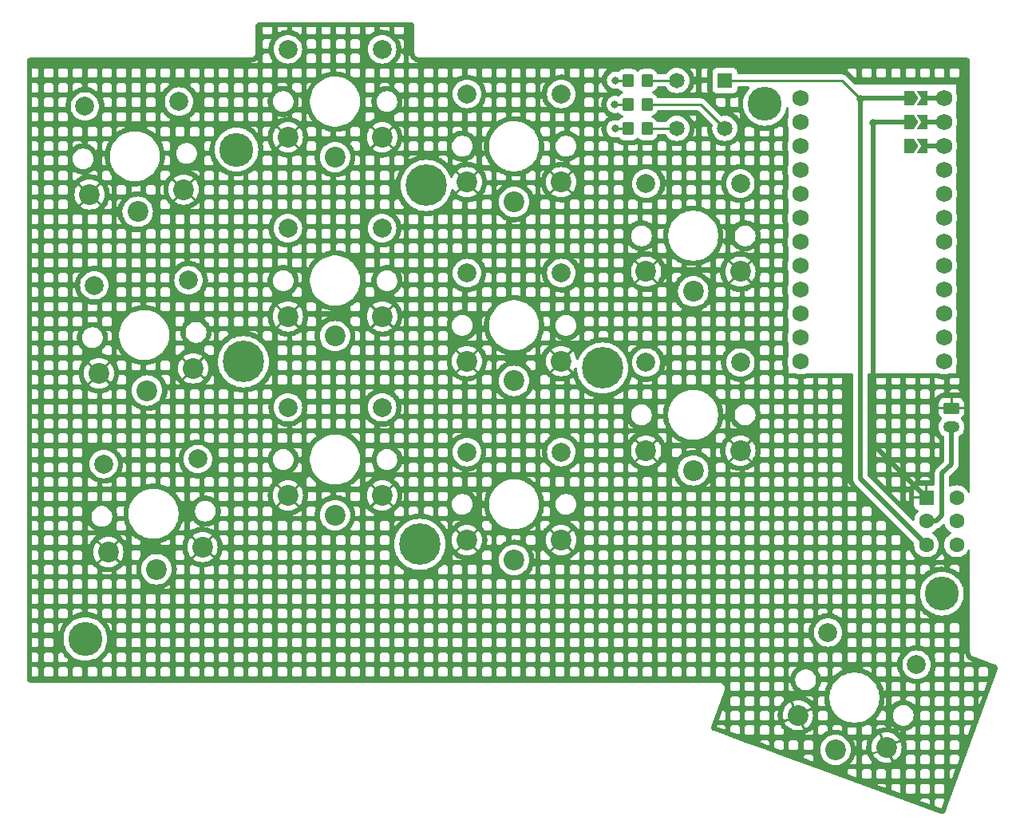
<source format=gbr>
%TF.GenerationSoftware,KiCad,Pcbnew,8.0.6-1.fc41*%
%TF.CreationDate,2024-12-09T10:01:21+11:00*%
%TF.ProjectId,pueo-mx-spaced,7075656f-2d6d-4782-9d73-70616365642e,0.1*%
%TF.SameCoordinates,Original*%
%TF.FileFunction,Copper,L2,Bot*%
%TF.FilePolarity,Positive*%
%FSLAX46Y46*%
G04 Gerber Fmt 4.6, Leading zero omitted, Abs format (unit mm)*
G04 Created by KiCad (PCBNEW 8.0.6-1.fc41) date 2024-12-09 10:01:21*
%MOMM*%
%LPD*%
G01*
G04 APERTURE LIST*
G04 Aperture macros list*
%AMRoundRect*
0 Rectangle with rounded corners*
0 $1 Rounding radius*
0 $2 $3 $4 $5 $6 $7 $8 $9 X,Y pos of 4 corners*
0 Add a 4 corners polygon primitive as box body*
4,1,4,$2,$3,$4,$5,$6,$7,$8,$9,$2,$3,0*
0 Add four circle primitives for the rounded corners*
1,1,$1+$1,$2,$3*
1,1,$1+$1,$4,$5*
1,1,$1+$1,$6,$7*
1,1,$1+$1,$8,$9*
0 Add four rect primitives between the rounded corners*
20,1,$1+$1,$2,$3,$4,$5,0*
20,1,$1+$1,$4,$5,$6,$7,0*
20,1,$1+$1,$6,$7,$8,$9,0*
20,1,$1+$1,$8,$9,$2,$3,0*%
%AMFreePoly0*
4,1,6,0.150000,0.000000,0.650000,-0.750000,-0.500000,-0.750000,-0.500000,0.750000,0.650000,0.750000,0.150000,0.000000,0.150000,0.000000,$1*%
%AMFreePoly1*
4,1,6,0.500000,-0.750000,-0.500000,-0.750000,-1.000000,0.000000,-0.500000,0.750000,0.500000,0.750000,0.500000,-0.750000,0.500000,-0.750000,$1*%
G04 Aperture macros list end*
%TA.AperFunction,ComponentPad*%
%ADD10C,2.000000*%
%TD*%
%TA.AperFunction,ComponentPad*%
%ADD11C,2.200000*%
%TD*%
%TA.AperFunction,ComponentPad*%
%ADD12O,1.750000X1.200000*%
%TD*%
%TA.AperFunction,ComponentPad*%
%ADD13C,4.400000*%
%TD*%
%TA.AperFunction,ComponentPad*%
%ADD14C,3.600000*%
%TD*%
%TA.AperFunction,ComponentPad*%
%ADD15RoundRect,0.250000X-0.625000X0.350000X-0.625000X-0.350000X0.625000X-0.350000X0.625000X0.350000X0*%
%TD*%
%TA.AperFunction,SMDPad,CuDef*%
%ADD16R,1.524000X0.500000*%
%TD*%
%TA.AperFunction,ComponentPad*%
%ADD17C,1.752600*%
%TD*%
%TA.AperFunction,SMDPad,CuDef*%
%ADD18FreePoly0,180.000000*%
%TD*%
%TA.AperFunction,SMDPad,CuDef*%
%ADD19FreePoly1,180.000000*%
%TD*%
%TA.AperFunction,ComponentPad*%
%ADD20R,1.640000X1.640000*%
%TD*%
%TA.AperFunction,ComponentPad*%
%ADD21C,1.640000*%
%TD*%
%TA.AperFunction,SMDPad,CuDef*%
%ADD22RoundRect,0.250000X0.350000X0.450000X-0.350000X0.450000X-0.350000X-0.450000X0.350000X-0.450000X0*%
%TD*%
%TA.AperFunction,ComponentPad*%
%ADD23R,1.600000X1.600000*%
%TD*%
%TA.AperFunction,ComponentPad*%
%ADD24C,1.600000*%
%TD*%
%TA.AperFunction,ViaPad*%
%ADD25C,0.800000*%
%TD*%
%TA.AperFunction,Conductor*%
%ADD26C,0.250000*%
%TD*%
%TA.AperFunction,Conductor*%
%ADD27C,0.500000*%
%TD*%
G04 APERTURE END LIST*
D10*
%TO.P,S4,*%
%TO.N,*%
X109370515Y-61031412D03*
X119356810Y-60508052D03*
D11*
%TO.P,S4,1*%
%TO.N,P18*%
X114962907Y-72204038D03*
%TO.P,S4,2*%
%TO.N,GND*%
X109859854Y-70368598D03*
%TO.P,S4,3*%
X119846150Y-69845238D03*
%TD*%
D10*
%TO.P,S13,*%
%TO.N,*%
X188191365Y-116853071D03*
X197588289Y-120273275D03*
D11*
%TO.P,S13,1*%
%TO.N,P10*%
X188973696Y-129322655D03*
%TO.P,S13,2*%
%TO.N,GND*%
X184993475Y-125639199D03*
%TO.P,S13,3*%
X194390402Y-129059401D03*
%TD*%
D10*
%TO.P,S8,*%
%TO.N,*%
X149891615Y-97708468D03*
X159891617Y-97708465D03*
D11*
%TO.P,S8,1*%
%TO.N,P2*%
X154891617Y-109158468D03*
%TO.P,S8,2*%
%TO.N,GND*%
X149891617Y-107058466D03*
%TO.P,S8,3*%
X159891617Y-107058466D03*
%TD*%
D12*
%TO.P,,2,Pin_2*%
%TO.N,N/C*%
X201282700Y-95048470D03*
%TD*%
D10*
%TO.P,S3,*%
%TO.N,*%
X110364897Y-80005369D03*
X120351192Y-79482009D03*
D11*
%TO.P,S3,1*%
%TO.N,P15*%
X115957289Y-91177995D03*
%TO.P,S3,2*%
%TO.N,GND*%
X110854236Y-89342555D03*
%TO.P,S3,3*%
X120840532Y-88819195D03*
%TD*%
D10*
%TO.P,S5,*%
%TO.N,*%
X130891614Y-92958472D03*
X140891616Y-92958469D03*
D11*
%TO.P,S5,1*%
%TO.N,P19*%
X135891616Y-104408472D03*
%TO.P,S5,2*%
%TO.N,GND*%
X130891616Y-102308470D03*
%TO.P,S5,3*%
X140891616Y-102308470D03*
%TD*%
D13*
%TO.P,,1*%
%TO.N,N/C*%
X144891617Y-107508466D03*
%TD*%
D14*
%TO.P,REF\u002A\u002A,1*%
%TO.N,N/C*%
X109402834Y-117541819D03*
%TD*%
D10*
%TO.P,S12,*%
%TO.N,*%
X168891617Y-69208471D03*
X178891619Y-69208468D03*
D11*
%TO.P,S12,1*%
%TO.N,P9*%
X173891619Y-80658471D03*
%TO.P,S12,2*%
%TO.N,GND*%
X168891619Y-78558469D03*
%TO.P,S12,3*%
X178891619Y-78558469D03*
%TD*%
D14*
%TO.P,REF\u002A\u002A,1*%
%TO.N,N/C*%
X125439323Y-65613080D03*
%TD*%
D15*
%TO.P,,1,Pin_1*%
%TO.N,GND*%
X201282701Y-93048471D03*
%TD*%
D10*
%TO.P,S11,*%
%TO.N,*%
X168891615Y-88208467D03*
X178891617Y-88208464D03*
D11*
%TO.P,S11,1*%
%TO.N,P8*%
X173891617Y-99658467D03*
%TO.P,S11,2*%
%TO.N,GND*%
X168891617Y-97558465D03*
%TO.P,S11,3*%
X178891617Y-97558465D03*
%TD*%
D10*
%TO.P,S10,*%
%TO.N,*%
X149891616Y-59708471D03*
X159891618Y-59708468D03*
D11*
%TO.P,S10,1*%
%TO.N,P4*%
X154891618Y-71158471D03*
%TO.P,S10,2*%
%TO.N,GND*%
X149891618Y-69058469D03*
%TO.P,S10,3*%
X159891618Y-69058469D03*
%TD*%
D14*
%TO.P,REF\u002A\u002A,1*%
%TO.N,N/C*%
X181491618Y-60758466D03*
%TD*%
D16*
%TO.P,MCU1,*%
%TO.N,*%
X199166618Y-60138466D03*
D17*
X185271617Y-60138467D03*
X200511617Y-60138469D03*
D18*
X198216619Y-60138469D03*
D16*
X199166618Y-62678468D03*
D17*
X200511619Y-62678469D03*
D18*
X198216618Y-62678469D03*
D17*
X185271617Y-62678469D03*
X185271620Y-65218466D03*
D16*
X199166618Y-65218467D03*
D18*
X198216617Y-65218468D03*
D17*
X200511618Y-65218469D03*
X185271620Y-67758467D03*
X200511618Y-67758468D03*
D19*
%TO.P,MCU1,1*%
%TO.N,RAW*%
X196766620Y-60138468D03*
%TO.P,MCU1,2*%
%TO.N,GND*%
X196766617Y-62678468D03*
%TO.P,MCU1,3*%
%TO.N,RST*%
X196766618Y-65218468D03*
D17*
%TO.P,MCU1,5*%
%TO.N,P21*%
X200511618Y-70298469D03*
%TO.P,MCU1,6*%
%TO.N,P20*%
X200511619Y-72838467D03*
%TO.P,MCU1,7*%
%TO.N,P19*%
X200511618Y-75378468D03*
%TO.P,MCU1,8*%
%TO.N,P18*%
X200511618Y-77918468D03*
%TO.P,MCU1,9*%
%TO.N,P15*%
X200511616Y-80458469D03*
%TO.P,MCU1,10*%
%TO.N,P14*%
X200511616Y-82998470D03*
%TO.P,MCU1,11*%
%TO.N,P16*%
X200511619Y-85538467D03*
%TO.P,MCU1,12*%
%TO.N,P10*%
X200511619Y-88078469D03*
%TO.P,MCU1,17*%
%TO.N,P2*%
X185271618Y-70298468D03*
%TO.P,MCU1,18*%
%TO.N,P3*%
X185271618Y-72838468D03*
%TO.P,MCU1,19*%
%TO.N,P4*%
X185271617Y-75378469D03*
%TO.P,MCU1,20*%
%TO.N,P5*%
X185271618Y-77918467D03*
%TO.P,MCU1,21*%
%TO.N,P6*%
X185271618Y-80458468D03*
%TO.P,MCU1,22*%
%TO.N,P7*%
X185271618Y-82998467D03*
%TO.P,MCU1,23*%
%TO.N,P8*%
X185271617Y-85538467D03*
%TO.P,MCU1,24*%
%TO.N,P9*%
X185271619Y-88078467D03*
%TD*%
D10*
%TO.P,S6,*%
%TO.N,*%
X130891613Y-73958468D03*
X140891615Y-73958465D03*
D11*
%TO.P,S6,1*%
%TO.N,P20*%
X135891615Y-85408468D03*
%TO.P,S6,2*%
%TO.N,GND*%
X130891615Y-83308466D03*
%TO.P,S6,3*%
X140891615Y-83308466D03*
%TD*%
D10*
%TO.P,S2,*%
%TO.N,*%
X111359282Y-98979331D03*
X121345577Y-98455971D03*
D11*
%TO.P,S2,1*%
%TO.N,P14*%
X116951674Y-110151957D03*
%TO.P,S2,2*%
%TO.N,GND*%
X111848621Y-108316517D03*
%TO.P,S2,3*%
X121834917Y-107793157D03*
%TD*%
D10*
%TO.P,S7,*%
%TO.N,*%
X130891616Y-54958469D03*
X140891618Y-54958466D03*
D11*
%TO.P,S7,1*%
%TO.N,P21*%
X135891618Y-66408469D03*
%TO.P,S7,2*%
%TO.N,GND*%
X130891618Y-64308467D03*
%TO.P,S7,3*%
X140891618Y-64308467D03*
%TD*%
D14*
%TO.P,REF\u002A\u002A,1*%
%TO.N,N/C*%
X200274472Y-112742162D03*
%TD*%
D13*
%TO.P,REF\u002A\u002A,1*%
%TO.N,N/C*%
X126176986Y-88128899D03*
X145556553Y-69414268D03*
X144891617Y-107508466D03*
X164271184Y-88793835D03*
%TD*%
D14*
%TO.P,,1*%
%TO.N,N/C*%
X200274472Y-112742162D03*
%TD*%
D20*
%TO.P,REF\u002A\u002A,1*%
%TO.N,RAW*%
X177248141Y-58277937D03*
D21*
%TO.P,REF\u002A\u002A,2*%
%TO.N,N/C*%
X177248141Y-63357939D03*
%TO.P,REF\u002A\u002A,3*%
X172168139Y-63357939D03*
%TO.P,REF\u002A\u002A,4*%
X172168139Y-58277937D03*
%TD*%
D10*
%TO.P,S9,*%
%TO.N,*%
X149891617Y-78708471D03*
X159891619Y-78708468D03*
D11*
%TO.P,S9,1*%
%TO.N,P3*%
X154891619Y-90158471D03*
%TO.P,S9,2*%
%TO.N,GND*%
X149891619Y-88058469D03*
%TO.P,S9,3*%
X159891619Y-88058469D03*
%TD*%
D22*
%TO.P,REF\u002A\u002A,1*%
%TO.N,N/C*%
X168981278Y-58254490D03*
%TO.P,REF\u002A\u002A,2*%
%TO.N,P5*%
X166981278Y-58254486D03*
%TD*%
%TO.P,REF\u002A\u002A,1*%
%TO.N,N/C*%
X168981279Y-63404491D03*
%TO.P,REF\u002A\u002A,2*%
%TO.N,P7*%
X166981279Y-63404487D03*
%TD*%
D23*
%TO.P,on/off,1*%
%TO.N,GND*%
X198638611Y-102553469D03*
D24*
%TO.P,on/off,2*%
%TO.N,N/C*%
X198638604Y-105053469D03*
%TO.P,on/off,3*%
%TO.N,RAW*%
X198638619Y-107553467D03*
%TO.P,on/off,4*%
%TO.N,N/C*%
X201838621Y-102553461D03*
%TO.P,on/off,5*%
X201838616Y-105053469D03*
%TO.P,on/off,6*%
X201838605Y-107553468D03*
%TD*%
D22*
%TO.P,REF\u002A\u002A,1*%
%TO.N,N/C*%
X168981278Y-60817946D03*
%TO.P,REF\u002A\u002A,2*%
%TO.N,P6*%
X166981278Y-60817942D03*
%TD*%
D25*
%TO.N,P6*%
X165589550Y-60817940D03*
%TO.N,P5*%
X165652995Y-58254490D03*
%TO.N,P7*%
X165603292Y-63404489D03*
%TO.N,RAW*%
X191600000Y-60200000D03*
%TO.N,GND*%
X193000000Y-62800000D03*
%TD*%
D26*
%TO.N,*%
X174708140Y-60817938D02*
X168981280Y-60817945D01*
X169004727Y-58277939D02*
X168981278Y-58254492D01*
X169027834Y-63357941D02*
X168981279Y-63404489D01*
D27*
X201282699Y-98967347D02*
X201282700Y-95048470D01*
D26*
X172168141Y-63357939D02*
X169027834Y-63357941D01*
X177248146Y-63357937D02*
X174708140Y-60817938D01*
D27*
X199636706Y-105053467D02*
X200282579Y-104407599D01*
X200282579Y-104407599D02*
X200282582Y-99967470D01*
X200282582Y-99967470D02*
X201282699Y-98967347D01*
D26*
X172168143Y-58277938D02*
X169004727Y-58277939D01*
D27*
X198638603Y-105053469D02*
X199636706Y-105053467D01*
D26*
%TO.N,P6*%
X166981279Y-60817940D02*
X165589550Y-60817940D01*
%TO.N,P5*%
X166981280Y-58254495D02*
X165652995Y-58254490D01*
%TO.N,P7*%
X166981279Y-63404490D02*
X165603292Y-63404489D01*
%TO.N,RAW*%
X191600000Y-60200000D02*
X189677937Y-58277937D01*
X177248143Y-58277939D02*
X177396733Y-58129343D01*
D27*
X198638619Y-107553467D02*
X191600000Y-100514848D01*
D26*
X189677937Y-58277937D02*
X177248141Y-58277937D01*
D27*
X191661532Y-60138468D02*
X191600000Y-60200000D01*
X191600000Y-100514848D02*
X191600000Y-60200000D01*
X196766620Y-60138468D02*
X191661532Y-60138468D01*
%TO.N,GND*%
X198638611Y-102553469D02*
X193000000Y-96914858D01*
X196766617Y-62678468D02*
X193121532Y-62678468D01*
X193000000Y-96914858D02*
X193000000Y-62800000D01*
X193121532Y-62678468D02*
X193000000Y-62800000D01*
%TD*%
%TA.AperFunction,Conductor*%
%TO.N,GND*%
G36*
X143845339Y-52083969D02*
G01*
X143845385Y-52083978D01*
X143867099Y-52083974D01*
X143867100Y-52083975D01*
X143883505Y-52083972D01*
X143899689Y-52085030D01*
X143985319Y-52096292D01*
X144016581Y-52104664D01*
X144088806Y-52134574D01*
X144116844Y-52150759D01*
X144178859Y-52198341D01*
X144201753Y-52221235D01*
X144249334Y-52283245D01*
X144265521Y-52311284D01*
X144295429Y-52383500D01*
X144303806Y-52414775D01*
X144315057Y-52500309D01*
X144316116Y-52516494D01*
X144316112Y-52553085D01*
X144316117Y-52553116D01*
X144316117Y-55222109D01*
X144316114Y-55222141D01*
X144316118Y-55258477D01*
X144316118Y-55285206D01*
X144316135Y-55285388D01*
X144316140Y-55323314D01*
X144345006Y-55449737D01*
X144345009Y-55449744D01*
X144401276Y-55566570D01*
X144482128Y-55667954D01*
X144500955Y-55682969D01*
X144583512Y-55748812D01*
X144700343Y-55805086D01*
X144826765Y-55833958D01*
X144862156Y-55833962D01*
X144862197Y-55833967D01*
X144876598Y-55833967D01*
X144891605Y-55833967D01*
X144891610Y-55833967D01*
X144916135Y-55833971D01*
X144916135Y-55833970D01*
X144937217Y-55833973D01*
X144937256Y-55833967D01*
X202795338Y-55833967D01*
X202795384Y-55833976D01*
X202817098Y-55833972D01*
X202817099Y-55833973D01*
X202833505Y-55833970D01*
X202849687Y-55835028D01*
X202935315Y-55846290D01*
X202966584Y-55854663D01*
X203038808Y-55884571D01*
X203066846Y-55900757D01*
X203128858Y-55948337D01*
X203151751Y-55971229D01*
X203199336Y-56033244D01*
X203215522Y-56061282D01*
X203245430Y-56133499D01*
X203253807Y-56164770D01*
X203265058Y-56250301D01*
X203266117Y-56266487D01*
X203266113Y-56303084D01*
X203266118Y-56303115D01*
X203266118Y-101959238D01*
X203246433Y-102026277D01*
X203193629Y-102072032D01*
X203124471Y-102081976D01*
X203060915Y-102052951D01*
X203029736Y-102011642D01*
X203020382Y-101991582D01*
X202976144Y-101896712D01*
X202844819Y-101709161D01*
X202682921Y-101547263D01*
X202495370Y-101415938D01*
X202495366Y-101415936D01*
X202287870Y-101319179D01*
X202287859Y-101319175D01*
X202066710Y-101259918D01*
X202066702Y-101259917D01*
X201838623Y-101239963D01*
X201838619Y-101239963D01*
X201610539Y-101259917D01*
X201610531Y-101259918D01*
X201389382Y-101319175D01*
X201389371Y-101319179D01*
X201217484Y-101399331D01*
X201148407Y-101409823D01*
X201084623Y-101381303D01*
X201046384Y-101322826D01*
X201041080Y-101286949D01*
X201041080Y-100901623D01*
X201041080Y-100333006D01*
X201060765Y-100265971D01*
X201077391Y-100245338D01*
X201871866Y-99450861D01*
X201913228Y-99388956D01*
X201913230Y-99388954D01*
X201935028Y-99356330D01*
X201954873Y-99326631D01*
X202012050Y-99188593D01*
X202027517Y-99110838D01*
X202041199Y-99042055D01*
X202041199Y-96122200D01*
X202060884Y-96055161D01*
X202108903Y-96011716D01*
X202138681Y-95996544D01*
X202279839Y-95893987D01*
X202403217Y-95770609D01*
X202505774Y-95629451D01*
X202584988Y-95473986D01*
X202638905Y-95308044D01*
X202666200Y-95135711D01*
X202666200Y-94961229D01*
X202638905Y-94788896D01*
X202599334Y-94667108D01*
X202584989Y-94622956D01*
X202584988Y-94622953D01*
X202549813Y-94553920D01*
X202505774Y-94467489D01*
X202473848Y-94423546D01*
X202403222Y-94326337D01*
X202403218Y-94326332D01*
X202296207Y-94219321D01*
X202262722Y-94157998D01*
X202267706Y-94088306D01*
X202309578Y-94032373D01*
X202318792Y-94026101D01*
X202376044Y-93990788D01*
X202500016Y-93866816D01*
X202592057Y-93717595D01*
X202592059Y-93717590D01*
X202647206Y-93551168D01*
X202647207Y-93551161D01*
X202657700Y-93448457D01*
X202657701Y-93448444D01*
X202657701Y-93173471D01*
X201637436Y-93173471D01*
X201657701Y-93097841D01*
X201657701Y-92999101D01*
X201637436Y-92923471D01*
X202657700Y-92923471D01*
X202657700Y-92648499D01*
X202657699Y-92648484D01*
X202647206Y-92545773D01*
X202592059Y-92379351D01*
X202592057Y-92379346D01*
X202500016Y-92230125D01*
X202376046Y-92106155D01*
X202226825Y-92014114D01*
X202226820Y-92014112D01*
X202060398Y-91958965D01*
X202060391Y-91958964D01*
X201957687Y-91948471D01*
X201407701Y-91948471D01*
X201407701Y-92693736D01*
X201332071Y-92673471D01*
X201233331Y-92673471D01*
X201157701Y-92693736D01*
X201157701Y-91948471D01*
X200607729Y-91948471D01*
X200607713Y-91948472D01*
X200505003Y-91958965D01*
X200338581Y-92014112D01*
X200338576Y-92014114D01*
X200189355Y-92106155D01*
X200065385Y-92230125D01*
X199973344Y-92379346D01*
X199973342Y-92379351D01*
X199918195Y-92545773D01*
X199918194Y-92545780D01*
X199907701Y-92648484D01*
X199907701Y-92923471D01*
X200927966Y-92923471D01*
X200907701Y-92999101D01*
X200907701Y-93097841D01*
X200927966Y-93173471D01*
X199907702Y-93173471D01*
X199907702Y-93448457D01*
X199918195Y-93551168D01*
X199973342Y-93717590D01*
X199973344Y-93717595D01*
X200065385Y-93866816D01*
X200189357Y-93990788D01*
X200246608Y-94026100D01*
X200293333Y-94078047D01*
X200304556Y-94147010D01*
X200276713Y-94211092D01*
X200269194Y-94219320D01*
X200162176Y-94326338D01*
X200059628Y-94467485D01*
X199980411Y-94622953D01*
X199980410Y-94622956D01*
X199926495Y-94788894D01*
X199899200Y-94961229D01*
X199899200Y-95135710D01*
X199926495Y-95308045D01*
X199980410Y-95473983D01*
X199980411Y-95473986D01*
X200059628Y-95629454D01*
X200162177Y-95770602D01*
X200162181Y-95770607D01*
X200285562Y-95893988D01*
X200285567Y-95893992D01*
X200373047Y-95957549D01*
X200426719Y-95996544D01*
X200456494Y-96011715D01*
X200507290Y-96059690D01*
X200524199Y-96122200D01*
X200524199Y-98601804D01*
X200504514Y-98668843D01*
X200487881Y-98689485D01*
X199693410Y-99483961D01*
X199663198Y-99529179D01*
X199627404Y-99582750D01*
X199627403Y-99582751D01*
X199610408Y-99608185D01*
X199610404Y-99608192D01*
X199553231Y-99746221D01*
X199553230Y-99746225D01*
X199553230Y-99746226D01*
X199541696Y-99804211D01*
X199541696Y-99804212D01*
X199524082Y-99892761D01*
X199524081Y-99892762D01*
X199524081Y-101129469D01*
X199504396Y-101196509D01*
X199451592Y-101242263D01*
X199400081Y-101253469D01*
X198763611Y-101253469D01*
X198763611Y-102172851D01*
X198691272Y-102153469D01*
X198585950Y-102153469D01*
X198513611Y-102172851D01*
X198513611Y-101253469D01*
X197790766Y-101253469D01*
X197731238Y-101259870D01*
X197731231Y-101259872D01*
X197596524Y-101310114D01*
X197596517Y-101310118D01*
X197481423Y-101396278D01*
X197481420Y-101396281D01*
X197395260Y-101511375D01*
X197395256Y-101511382D01*
X197345014Y-101646089D01*
X197345012Y-101646096D01*
X197338611Y-101705624D01*
X197338611Y-102428469D01*
X198257994Y-102428469D01*
X198238611Y-102500808D01*
X198238611Y-102606130D01*
X198257994Y-102678469D01*
X197338611Y-102678469D01*
X197338611Y-103401313D01*
X197345012Y-103460841D01*
X197345014Y-103460848D01*
X197395256Y-103595555D01*
X197395260Y-103595562D01*
X197481420Y-103710656D01*
X197481422Y-103710658D01*
X197596517Y-103796819D01*
X197596524Y-103796823D01*
X197738503Y-103849778D01*
X197737710Y-103851902D01*
X197788504Y-103880819D01*
X197820896Y-103942727D01*
X197814676Y-104012319D01*
X197786963Y-104054612D01*
X197632406Y-104209169D01*
X197583386Y-104279177D01*
X197501080Y-104396721D01*
X197501079Y-104396723D01*
X197404322Y-104604219D01*
X197404318Y-104604230D01*
X197345061Y-104825379D01*
X197345060Y-104825386D01*
X197339126Y-104893212D01*
X197313673Y-104958280D01*
X197257081Y-104999258D01*
X197187319Y-105003135D01*
X197127917Y-104970084D01*
X194178645Y-102020812D01*
X194953633Y-102020812D01*
X195803271Y-102870450D01*
X195892117Y-102781604D01*
X195892117Y-102084329D01*
X196440117Y-102084329D01*
X196440117Y-102781605D01*
X196592479Y-102933967D01*
X196790611Y-102933967D01*
X196790611Y-102567433D01*
X196793388Y-102553469D01*
X196790611Y-102539505D01*
X196790611Y-101931967D01*
X196592479Y-101931967D01*
X196440117Y-102084329D01*
X195892117Y-102084329D01*
X195739755Y-101931967D01*
X195042479Y-101931967D01*
X194953633Y-102020812D01*
X194178645Y-102020812D01*
X192628645Y-100470812D01*
X193403633Y-100470812D01*
X194253271Y-101320450D01*
X194342117Y-101231604D01*
X194342117Y-100534329D01*
X194890117Y-100534329D01*
X194890117Y-101231605D01*
X195042479Y-101383967D01*
X195739755Y-101383967D01*
X195892117Y-101231605D01*
X195892117Y-100534329D01*
X196440117Y-100534329D01*
X196440117Y-101231605D01*
X196592479Y-101383967D01*
X196857904Y-101383967D01*
X196888652Y-101301526D01*
X196892039Y-101293348D01*
X196900942Y-101273853D01*
X196904907Y-101265934D01*
X196923679Y-101231558D01*
X196928193Y-101223950D01*
X196939778Y-101205923D01*
X196944828Y-101198649D01*
X197054464Y-101052196D01*
X197060017Y-101045306D01*
X197074049Y-101029112D01*
X197080081Y-101022633D01*
X197107775Y-100994939D01*
X197114254Y-100988907D01*
X197130448Y-100974875D01*
X197137338Y-100969322D01*
X197283791Y-100859686D01*
X197291065Y-100854636D01*
X197309092Y-100843051D01*
X197316700Y-100838537D01*
X197351076Y-100819765D01*
X197358995Y-100815800D01*
X197378490Y-100806897D01*
X197386668Y-100803510D01*
X197442117Y-100782828D01*
X197442117Y-100534329D01*
X197990117Y-100534329D01*
X197990117Y-100705469D01*
X198624647Y-100705469D01*
X198638611Y-100708246D01*
X198652575Y-100705469D01*
X198976081Y-100705469D01*
X198976081Y-100518293D01*
X198839755Y-100381967D01*
X198142479Y-100381967D01*
X197990117Y-100534329D01*
X197442117Y-100534329D01*
X197289755Y-100381967D01*
X196592479Y-100381967D01*
X196440117Y-100534329D01*
X195892117Y-100534329D01*
X195739755Y-100381967D01*
X195042479Y-100381967D01*
X194890117Y-100534329D01*
X194342117Y-100534329D01*
X194189755Y-100381967D01*
X193492479Y-100381967D01*
X193403633Y-100470812D01*
X192628645Y-100470812D01*
X192394819Y-100236986D01*
X192361334Y-100175663D01*
X192358500Y-100149305D01*
X192358500Y-98984329D01*
X193340117Y-98984329D01*
X193340117Y-99681605D01*
X193492479Y-99833967D01*
X194189755Y-99833967D01*
X194342117Y-99681605D01*
X194342117Y-98984329D01*
X194890117Y-98984329D01*
X194890117Y-99681605D01*
X195042479Y-99833967D01*
X195739755Y-99833967D01*
X195892117Y-99681605D01*
X195892117Y-98984329D01*
X196440117Y-98984329D01*
X196440117Y-99681605D01*
X196592479Y-99833967D01*
X197289755Y-99833967D01*
X197442117Y-99681605D01*
X197442117Y-98984329D01*
X197990117Y-98984329D01*
X197990117Y-99681605D01*
X198142479Y-99833967D01*
X198839755Y-99833967D01*
X198992117Y-99681605D01*
X198992117Y-98984329D01*
X198839755Y-98831967D01*
X198142479Y-98831967D01*
X197990117Y-98984329D01*
X197442117Y-98984329D01*
X197289755Y-98831967D01*
X196592479Y-98831967D01*
X196440117Y-98984329D01*
X195892117Y-98984329D01*
X195739755Y-98831967D01*
X195042479Y-98831967D01*
X194890117Y-98984329D01*
X194342117Y-98984329D01*
X194189755Y-98831967D01*
X193492479Y-98831967D01*
X193340117Y-98984329D01*
X192358500Y-98984329D01*
X192358500Y-97434329D01*
X193340117Y-97434329D01*
X193340117Y-98131605D01*
X193492479Y-98283967D01*
X194189755Y-98283967D01*
X194342117Y-98131605D01*
X194342117Y-97434329D01*
X194890117Y-97434329D01*
X194890117Y-98131605D01*
X195042479Y-98283967D01*
X195739755Y-98283967D01*
X195892117Y-98131605D01*
X195892117Y-97434329D01*
X196440117Y-97434329D01*
X196440117Y-98131605D01*
X196592479Y-98283967D01*
X197289755Y-98283967D01*
X197442117Y-98131605D01*
X197442117Y-97434329D01*
X197990117Y-97434329D01*
X197990117Y-98131605D01*
X198142479Y-98283967D01*
X198839755Y-98283967D01*
X198992117Y-98131605D01*
X198992117Y-97434329D01*
X199540117Y-97434329D01*
X199540117Y-98131605D01*
X199692479Y-98283967D01*
X199976199Y-98283967D01*
X199976199Y-97281967D01*
X199692479Y-97281967D01*
X199540117Y-97434329D01*
X198992117Y-97434329D01*
X198839755Y-97281967D01*
X198142479Y-97281967D01*
X197990117Y-97434329D01*
X197442117Y-97434329D01*
X197289755Y-97281967D01*
X196592479Y-97281967D01*
X196440117Y-97434329D01*
X195892117Y-97434329D01*
X195739755Y-97281967D01*
X195042479Y-97281967D01*
X194890117Y-97434329D01*
X194342117Y-97434329D01*
X194189755Y-97281967D01*
X193492479Y-97281967D01*
X193340117Y-97434329D01*
X192358500Y-97434329D01*
X192358500Y-95884329D01*
X193340117Y-95884329D01*
X193340117Y-96581605D01*
X193492479Y-96733967D01*
X194189755Y-96733967D01*
X194342117Y-96581605D01*
X194342117Y-95884329D01*
X194890117Y-95884329D01*
X194890117Y-96581605D01*
X195042479Y-96733967D01*
X195739755Y-96733967D01*
X195892117Y-96581605D01*
X195892117Y-95884329D01*
X196440117Y-95884329D01*
X196440117Y-96581605D01*
X196592479Y-96733967D01*
X197289755Y-96733967D01*
X197442117Y-96581605D01*
X197442117Y-95884329D01*
X197990117Y-95884329D01*
X197990117Y-96581605D01*
X198142479Y-96733967D01*
X198839755Y-96733967D01*
X198992117Y-96581605D01*
X198992117Y-95884329D01*
X198992116Y-95884328D01*
X199540117Y-95884328D01*
X199540117Y-96581605D01*
X199692479Y-96733967D01*
X199976199Y-96733967D01*
X199976199Y-96346588D01*
X199954743Y-96331000D01*
X199950861Y-96328061D01*
X199941597Y-96320758D01*
X199937824Y-96317661D01*
X199921456Y-96303679D01*
X199917817Y-96300445D01*
X199909175Y-96292455D01*
X199905673Y-96289087D01*
X199767083Y-96150497D01*
X199763715Y-96146995D01*
X199755725Y-96138353D01*
X199752491Y-96134714D01*
X199738509Y-96118346D01*
X199735412Y-96114573D01*
X199728109Y-96105309D01*
X199725171Y-96101427D01*
X199609957Y-95942848D01*
X199607174Y-95938855D01*
X199600627Y-95929057D01*
X199598000Y-95924953D01*
X199586753Y-95906599D01*
X199584287Y-95902392D01*
X199578532Y-95892114D01*
X199576242Y-95887829D01*
X199562866Y-95861579D01*
X199540117Y-95884328D01*
X198992116Y-95884328D01*
X198839755Y-95731967D01*
X198142479Y-95731967D01*
X197990117Y-95884329D01*
X197442117Y-95884329D01*
X197289755Y-95731967D01*
X196592479Y-95731967D01*
X196440117Y-95884329D01*
X195892117Y-95884329D01*
X195739755Y-95731967D01*
X195042479Y-95731967D01*
X194890117Y-95884329D01*
X194342117Y-95884329D01*
X194189755Y-95731967D01*
X193492479Y-95731967D01*
X193340117Y-95884329D01*
X192358500Y-95884329D01*
X192358500Y-94334329D01*
X193340117Y-94334329D01*
X193340117Y-95031605D01*
X193492479Y-95183967D01*
X194189755Y-95183967D01*
X194342117Y-95031605D01*
X194342117Y-94334329D01*
X194890117Y-94334329D01*
X194890117Y-95031605D01*
X195042479Y-95183967D01*
X195739755Y-95183967D01*
X195892117Y-95031605D01*
X195892117Y-94334329D01*
X196440117Y-94334329D01*
X196440117Y-95031605D01*
X196592479Y-95183967D01*
X197289755Y-95183967D01*
X197442117Y-95031605D01*
X197442117Y-94334329D01*
X197990117Y-94334329D01*
X197990117Y-95031605D01*
X198142479Y-95183967D01*
X198839755Y-95183967D01*
X198992117Y-95031605D01*
X198992117Y-94334329D01*
X198839755Y-94181967D01*
X198142479Y-94181967D01*
X197990117Y-94334329D01*
X197442117Y-94334329D01*
X197289755Y-94181967D01*
X196592479Y-94181967D01*
X196440117Y-94334329D01*
X195892117Y-94334329D01*
X195739755Y-94181967D01*
X195042479Y-94181967D01*
X194890117Y-94334329D01*
X194342117Y-94334329D01*
X194189755Y-94181967D01*
X193492479Y-94181967D01*
X193340117Y-94334329D01*
X192358500Y-94334329D01*
X192358500Y-92784329D01*
X193340117Y-92784329D01*
X193340117Y-93481605D01*
X193492479Y-93633967D01*
X194189755Y-93633967D01*
X194342117Y-93481605D01*
X194342117Y-92784329D01*
X194890117Y-92784329D01*
X194890117Y-93481605D01*
X195042479Y-93633967D01*
X195739755Y-93633967D01*
X195892117Y-93481605D01*
X195892117Y-92784329D01*
X196440117Y-92784329D01*
X196440117Y-93481605D01*
X196592479Y-93633967D01*
X197289755Y-93633967D01*
X197442117Y-93481605D01*
X197442117Y-92784329D01*
X197990117Y-92784329D01*
X197990117Y-93481605D01*
X198142479Y-93633967D01*
X198839755Y-93633967D01*
X198992117Y-93481605D01*
X198992117Y-92784329D01*
X198839755Y-92631967D01*
X198142479Y-92631967D01*
X197990117Y-92784329D01*
X197442117Y-92784329D01*
X197289755Y-92631967D01*
X196592479Y-92631967D01*
X196440117Y-92784329D01*
X195892117Y-92784329D01*
X195739755Y-92631967D01*
X195042479Y-92631967D01*
X194890117Y-92784329D01*
X194342117Y-92784329D01*
X194189755Y-92631967D01*
X193492479Y-92631967D01*
X193340117Y-92784329D01*
X192358500Y-92784329D01*
X192358500Y-91234329D01*
X193340117Y-91234329D01*
X193340117Y-91931605D01*
X193492479Y-92083967D01*
X194189755Y-92083967D01*
X194342117Y-91931605D01*
X194342117Y-91234329D01*
X194890117Y-91234329D01*
X194890117Y-91931605D01*
X195042479Y-92083967D01*
X195739755Y-92083967D01*
X195892117Y-91931605D01*
X195892117Y-91234329D01*
X196440117Y-91234329D01*
X196440117Y-91931605D01*
X196592479Y-92083967D01*
X197289755Y-92083967D01*
X197442117Y-91931605D01*
X197442117Y-91234329D01*
X197990117Y-91234329D01*
X197990117Y-91931605D01*
X198142479Y-92083967D01*
X198839755Y-92083967D01*
X198992117Y-91931605D01*
X198992117Y-91234329D01*
X199540117Y-91234329D01*
X199540117Y-91931605D01*
X199580652Y-91972140D01*
X199607346Y-91928863D01*
X199611311Y-91922835D01*
X199621327Y-91908531D01*
X199625635Y-91902745D01*
X199645423Y-91877720D01*
X199650059Y-91872195D01*
X199661663Y-91859156D01*
X199666612Y-91853911D01*
X199813141Y-91707382D01*
X199818386Y-91702433D01*
X199831425Y-91690829D01*
X199836950Y-91686193D01*
X199861975Y-91666405D01*
X199867761Y-91662097D01*
X199882065Y-91652081D01*
X199888093Y-91648116D01*
X200064471Y-91539325D01*
X200070720Y-91535718D01*
X200086090Y-91527431D01*
X200092534Y-91524194D01*
X200121447Y-91510712D01*
X200128074Y-91507854D01*
X200144294Y-91501411D01*
X200151067Y-91498946D01*
X200346829Y-91434076D01*
X200353302Y-91432125D01*
X200369100Y-91427830D01*
X200375677Y-91426234D01*
X200404923Y-91419974D01*
X200411576Y-91418738D01*
X200427740Y-91416191D01*
X200434439Y-91415322D01*
X200542117Y-91404321D01*
X200542117Y-91234329D01*
X201090117Y-91234329D01*
X201090117Y-91400471D01*
X201268736Y-91400471D01*
X201282700Y-91403248D01*
X201296665Y-91400471D01*
X201964652Y-91400471D01*
X201967805Y-91400511D01*
X201975433Y-91400705D01*
X201978582Y-91400825D01*
X201992514Y-91401534D01*
X201995673Y-91401735D01*
X202003292Y-91402318D01*
X202006434Y-91402599D01*
X202092117Y-91411353D01*
X202092117Y-91234329D01*
X201939755Y-91081967D01*
X201242479Y-91081967D01*
X201090117Y-91234329D01*
X200542117Y-91234329D01*
X200389755Y-91081967D01*
X199692479Y-91081967D01*
X199540117Y-91234329D01*
X198992117Y-91234329D01*
X198839755Y-91081967D01*
X198142479Y-91081967D01*
X197990117Y-91234329D01*
X197442117Y-91234329D01*
X197289755Y-91081967D01*
X196592479Y-91081967D01*
X196440117Y-91234329D01*
X195892117Y-91234329D01*
X195739755Y-91081967D01*
X195042479Y-91081967D01*
X194890117Y-91234329D01*
X194342117Y-91234329D01*
X194189755Y-91081967D01*
X193492479Y-91081967D01*
X193340117Y-91234329D01*
X192358500Y-91234329D01*
X192358500Y-90381605D01*
X193340117Y-90381605D01*
X193492479Y-90533967D01*
X194189755Y-90533967D01*
X194342117Y-90381605D01*
X194890117Y-90381605D01*
X195042479Y-90533967D01*
X195739755Y-90533967D01*
X195892117Y-90381605D01*
X196440117Y-90381605D01*
X196592479Y-90533967D01*
X197289755Y-90533967D01*
X197442117Y-90381605D01*
X197990117Y-90381605D01*
X198142479Y-90533967D01*
X198839755Y-90533967D01*
X198992117Y-90381605D01*
X199540117Y-90381605D01*
X199692479Y-90533967D01*
X200389755Y-90533967D01*
X200542117Y-90381605D01*
X200542117Y-90011269D01*
X200385541Y-90011269D01*
X200380412Y-90011163D01*
X200368020Y-90010650D01*
X200362911Y-90010333D01*
X200340328Y-90008462D01*
X200335229Y-90007933D01*
X200322922Y-90006399D01*
X200317850Y-90005660D01*
X200069132Y-89964157D01*
X200064089Y-89963208D01*
X200051949Y-89960662D01*
X200046958Y-89959507D01*
X200024992Y-89953944D01*
X200020059Y-89952586D01*
X200008173Y-89949048D01*
X200003286Y-89947482D01*
X199933121Y-89923394D01*
X201090117Y-89923394D01*
X201090117Y-90381605D01*
X201242479Y-90533967D01*
X201939755Y-90533967D01*
X202092117Y-90381605D01*
X202092117Y-89833507D01*
X202080368Y-89841358D01*
X201970106Y-89887030D01*
X201922653Y-89896469D01*
X201168546Y-89896469D01*
X201090117Y-89923394D01*
X199933121Y-89923394D01*
X199854692Y-89896469D01*
X199540117Y-89896469D01*
X199540117Y-90381605D01*
X198992117Y-90381605D01*
X198992117Y-89896469D01*
X197990117Y-89896469D01*
X197990117Y-90381605D01*
X197442117Y-90381605D01*
X197442117Y-89896469D01*
X196440117Y-89896469D01*
X196440117Y-90381605D01*
X195892117Y-90381605D01*
X195892117Y-89896469D01*
X194890117Y-89896469D01*
X194890117Y-90381605D01*
X194342117Y-90381605D01*
X194342117Y-89896469D01*
X193340117Y-89896469D01*
X193340117Y-90381605D01*
X192358500Y-90381605D01*
X192358500Y-89472469D01*
X192378185Y-89405430D01*
X192430989Y-89359675D01*
X192482500Y-89348469D01*
X199925444Y-89348469D01*
X199965707Y-89355188D01*
X200157290Y-89420958D01*
X200170506Y-89425495D01*
X200396871Y-89463269D01*
X200396872Y-89463269D01*
X200626366Y-89463269D01*
X200626367Y-89463269D01*
X200852732Y-89425495D01*
X200956408Y-89389903D01*
X201057531Y-89355188D01*
X201097794Y-89348469D01*
X201811617Y-89348469D01*
X201811617Y-88588161D01*
X201822063Y-88538346D01*
X201825876Y-88529654D01*
X201882213Y-88307181D01*
X201893070Y-88176165D01*
X201901165Y-88078474D01*
X201901165Y-88078463D01*
X201884374Y-87875832D01*
X201882213Y-87849757D01*
X201825876Y-87627284D01*
X201825875Y-87627280D01*
X201822061Y-87618585D01*
X201811617Y-87568776D01*
X201811617Y-86048159D01*
X201822063Y-85998344D01*
X201822775Y-85996721D01*
X201825876Y-85989652D01*
X201882213Y-85767179D01*
X201891912Y-85650136D01*
X201901165Y-85538472D01*
X201901165Y-85538461D01*
X201885743Y-85352356D01*
X201882213Y-85309755D01*
X201825876Y-85087282D01*
X201825875Y-85087278D01*
X201822061Y-85078583D01*
X201811617Y-85028774D01*
X201811617Y-83508155D01*
X201822064Y-83458339D01*
X201825870Y-83449661D01*
X201825873Y-83449654D01*
X201825874Y-83449652D01*
X201882210Y-83227182D01*
X201894665Y-83076875D01*
X201901162Y-82998475D01*
X201901162Y-82998464D01*
X201887491Y-82833484D01*
X201882210Y-82769758D01*
X201825873Y-82547285D01*
X201822061Y-82538594D01*
X201811617Y-82488784D01*
X201811617Y-80968154D01*
X201822064Y-80918338D01*
X201823835Y-80914299D01*
X201825873Y-80909654D01*
X201882210Y-80687181D01*
X201893014Y-80556794D01*
X201901162Y-80458474D01*
X201901162Y-80458463D01*
X201883339Y-80243386D01*
X201882210Y-80229757D01*
X201825873Y-80007284D01*
X201822061Y-79998593D01*
X201811617Y-79948783D01*
X201811617Y-78428156D01*
X201822063Y-78378342D01*
X201825875Y-78369652D01*
X201882212Y-78147180D01*
X201891432Y-78035917D01*
X201901164Y-77918473D01*
X201901164Y-77918462D01*
X201885197Y-77725781D01*
X201882212Y-77689756D01*
X201825875Y-77467283D01*
X201825875Y-77467282D01*
X201825874Y-77467279D01*
X201822062Y-77458589D01*
X201811617Y-77408778D01*
X201811617Y-75888156D01*
X201822063Y-75838342D01*
X201824516Y-75832750D01*
X201825875Y-75829653D01*
X201882212Y-75607180D01*
X201899581Y-75397570D01*
X201901164Y-75378473D01*
X201901164Y-75378462D01*
X201882212Y-75149759D01*
X201882212Y-75149756D01*
X201825875Y-74927283D01*
X201825874Y-74927279D01*
X201822062Y-74918589D01*
X201811617Y-74868778D01*
X201811617Y-73348158D01*
X201822062Y-73298345D01*
X201825876Y-73289652D01*
X201882213Y-73067179D01*
X201896159Y-72898885D01*
X201901165Y-72838472D01*
X201901165Y-72838461D01*
X201886964Y-72667092D01*
X201882213Y-72609755D01*
X201825876Y-72387282D01*
X201825873Y-72387275D01*
X201822062Y-72378586D01*
X201811617Y-72328774D01*
X201811617Y-70808157D01*
X201822063Y-70758343D01*
X201825875Y-70749653D01*
X201882212Y-70527181D01*
X201894586Y-70377848D01*
X201901164Y-70298474D01*
X201901164Y-70298463D01*
X201882651Y-70075057D01*
X201882212Y-70069757D01*
X201825875Y-69847284D01*
X201825875Y-69847283D01*
X201825874Y-69847280D01*
X201822062Y-69838590D01*
X201811617Y-69788779D01*
X201811617Y-68268156D01*
X201822063Y-68218342D01*
X201825875Y-68209653D01*
X201882212Y-67987180D01*
X201894072Y-67844055D01*
X201901164Y-67758473D01*
X201901164Y-67758462D01*
X201883225Y-67541978D01*
X201882212Y-67529756D01*
X201825875Y-67307283D01*
X201825875Y-67307282D01*
X201825874Y-67307279D01*
X201822062Y-67298589D01*
X201811617Y-67248778D01*
X201811617Y-65728157D01*
X201822063Y-65678342D01*
X201825875Y-65669654D01*
X201882212Y-65447181D01*
X201890963Y-65341580D01*
X201901164Y-65218474D01*
X201901164Y-65218463D01*
X201884833Y-65021389D01*
X201882212Y-64989757D01*
X201825875Y-64767284D01*
X201822060Y-64758588D01*
X201811617Y-64708780D01*
X201811617Y-63188160D01*
X201822062Y-63138347D01*
X201825876Y-63129654D01*
X201882213Y-62907181D01*
X201897452Y-62723279D01*
X201901165Y-62678474D01*
X201901165Y-62678463D01*
X201885237Y-62486247D01*
X201882213Y-62449757D01*
X201825876Y-62227284D01*
X201825085Y-62225481D01*
X201822062Y-62218588D01*
X201811617Y-62168777D01*
X201811617Y-60648155D01*
X201822064Y-60598339D01*
X201823462Y-60595152D01*
X201825874Y-60589654D01*
X201882211Y-60367181D01*
X201891875Y-60250551D01*
X201901163Y-60138474D01*
X201901163Y-60138463D01*
X201885146Y-59945179D01*
X201882211Y-59909757D01*
X201825874Y-59687284D01*
X201822060Y-59678591D01*
X201811617Y-59628782D01*
X201811617Y-59192010D01*
X201811618Y-58728468D01*
X201811617Y-58728467D01*
X191075733Y-58728467D01*
X191008694Y-58708782D01*
X190988052Y-58692148D01*
X190081773Y-57785868D01*
X190081769Y-57785865D01*
X189978018Y-57716540D01*
X189978009Y-57716535D01*
X189862722Y-57668782D01*
X189862714Y-57668780D01*
X189740335Y-57644437D01*
X189740331Y-57644437D01*
X178700641Y-57644437D01*
X178633602Y-57624752D01*
X178587847Y-57571948D01*
X178576641Y-57520437D01*
X178576641Y-57409299D01*
X178576640Y-57409282D01*
X178573001Y-57375439D01*
X178570130Y-57348736D01*
X178569670Y-57347503D01*
X178535673Y-57256355D01*
X178519030Y-57211733D01*
X178461086Y-57134329D01*
X190240117Y-57134329D01*
X190240117Y-57235264D01*
X190248197Y-57239583D01*
X190253495Y-57242583D01*
X190266132Y-57250157D01*
X190271276Y-57253415D01*
X190397411Y-57337697D01*
X190402383Y-57341198D01*
X190414213Y-57349971D01*
X190419013Y-57353717D01*
X190439816Y-57370789D01*
X190444427Y-57374767D01*
X190455342Y-57384660D01*
X190459749Y-57388856D01*
X191054859Y-57983967D01*
X191089755Y-57983967D01*
X191242117Y-57831605D01*
X191242117Y-57134329D01*
X191790117Y-57134329D01*
X191790117Y-57831605D01*
X191942479Y-57983967D01*
X192639755Y-57983967D01*
X192792117Y-57831605D01*
X192792117Y-57134329D01*
X193340117Y-57134329D01*
X193340117Y-57831605D01*
X193492479Y-57983967D01*
X194189755Y-57983967D01*
X194342117Y-57831605D01*
X194342117Y-57134329D01*
X194890117Y-57134329D01*
X194890117Y-57831605D01*
X195042479Y-57983967D01*
X195739755Y-57983967D01*
X195892117Y-57831605D01*
X195892117Y-57134329D01*
X196440117Y-57134329D01*
X196440117Y-57831605D01*
X196592479Y-57983967D01*
X197289755Y-57983967D01*
X197442117Y-57831605D01*
X197442117Y-57134329D01*
X197990117Y-57134329D01*
X197990117Y-57831605D01*
X198142479Y-57983967D01*
X198839755Y-57983967D01*
X198992117Y-57831605D01*
X198992117Y-57134329D01*
X199540117Y-57134329D01*
X199540117Y-57831605D01*
X199692479Y-57983967D01*
X200389755Y-57983967D01*
X200542117Y-57831605D01*
X200542117Y-57134329D01*
X201090117Y-57134329D01*
X201090117Y-57831605D01*
X201242479Y-57983967D01*
X201939755Y-57983967D01*
X202092117Y-57831605D01*
X202092117Y-57134329D01*
X201939755Y-56981967D01*
X201242479Y-56981967D01*
X201090117Y-57134329D01*
X200542117Y-57134329D01*
X200389755Y-56981967D01*
X199692479Y-56981967D01*
X199540117Y-57134329D01*
X198992117Y-57134329D01*
X198839755Y-56981967D01*
X198142479Y-56981967D01*
X197990117Y-57134329D01*
X197442117Y-57134329D01*
X197289755Y-56981967D01*
X196592479Y-56981967D01*
X196440117Y-57134329D01*
X195892117Y-57134329D01*
X195739755Y-56981967D01*
X195042479Y-56981967D01*
X194890117Y-57134329D01*
X194342117Y-57134329D01*
X194189755Y-56981967D01*
X193492479Y-56981967D01*
X193340117Y-57134329D01*
X192792117Y-57134329D01*
X192639755Y-56981967D01*
X191942479Y-56981967D01*
X191790117Y-57134329D01*
X191242117Y-57134329D01*
X191089755Y-56981967D01*
X190392479Y-56981967D01*
X190240117Y-57134329D01*
X178461086Y-57134329D01*
X178431402Y-57094676D01*
X178314345Y-57007048D01*
X178290060Y-56997990D01*
X178177344Y-56955948D01*
X178116795Y-56949437D01*
X178116779Y-56949437D01*
X176379503Y-56949437D01*
X176379486Y-56949437D01*
X176318938Y-56955948D01*
X176318936Y-56955948D01*
X176181936Y-57007048D01*
X176064880Y-57094676D01*
X175977252Y-57211732D01*
X175926152Y-57348732D01*
X175926152Y-57348734D01*
X175919641Y-57409282D01*
X175919641Y-59146591D01*
X175926152Y-59207139D01*
X175926152Y-59207141D01*
X175972348Y-59330994D01*
X175977252Y-59344141D01*
X176064880Y-59461198D01*
X176181937Y-59548826D01*
X176318940Y-59599926D01*
X176346191Y-59602855D01*
X176379486Y-59606436D01*
X176379503Y-59606437D01*
X178116779Y-59606437D01*
X178116795Y-59606436D01*
X178143833Y-59603528D01*
X178177342Y-59599926D01*
X178314345Y-59548826D01*
X178431402Y-59461198D01*
X178519030Y-59344141D01*
X178570130Y-59207138D01*
X178574635Y-59165234D01*
X178576640Y-59146591D01*
X178576641Y-59146574D01*
X178576641Y-59035437D01*
X178596326Y-58968398D01*
X178649130Y-58922643D01*
X178700641Y-58911437D01*
X179767568Y-58911437D01*
X179834607Y-58931122D01*
X179880362Y-58983926D01*
X179890306Y-59053084D01*
X179861281Y-59116640D01*
X179856335Y-59121951D01*
X179656233Y-59350123D01*
X179488112Y-59601734D01*
X179488103Y-59601749D01*
X179354273Y-59873129D01*
X179354264Y-59873150D01*
X179256996Y-60159691D01*
X179256993Y-60159705D01*
X179204863Y-60421783D01*
X179197957Y-60456500D01*
X179178165Y-60758466D01*
X179197957Y-61060432D01*
X179256994Y-61357232D01*
X179256996Y-61357239D01*
X179256998Y-61357245D01*
X179354262Y-61643778D01*
X179354266Y-61643788D01*
X179488106Y-61915188D01*
X179488110Y-61915195D01*
X179656230Y-62166805D01*
X179855759Y-62394324D01*
X180083278Y-62593853D01*
X180334888Y-62761973D01*
X180334895Y-62761977D01*
X180606295Y-62895817D01*
X180606305Y-62895821D01*
X180798512Y-62961066D01*
X180892852Y-62993090D01*
X181189652Y-63052127D01*
X181491618Y-63071919D01*
X181793584Y-63052127D01*
X182090384Y-62993090D01*
X182343464Y-62907181D01*
X182376930Y-62895821D01*
X182376940Y-62895817D01*
X182434270Y-62867545D01*
X182648345Y-62761975D01*
X182899959Y-62593852D01*
X183127476Y-62394324D01*
X183327004Y-62166807D01*
X183495127Y-61915193D01*
X183628970Y-61643786D01*
X183631140Y-61637395D01*
X183667874Y-61529178D01*
X183726242Y-61357232D01*
X183756001Y-61207621D01*
X183788386Y-61145711D01*
X183849101Y-61111137D01*
X183918871Y-61114876D01*
X183975543Y-61155742D01*
X184001124Y-61220761D01*
X184001618Y-61231813D01*
X184001618Y-62100386D01*
X183991174Y-62150196D01*
X183957359Y-62227285D01*
X183901022Y-62449760D01*
X183882071Y-62678463D01*
X183882071Y-62678474D01*
X183901022Y-62907177D01*
X183957360Y-63129654D01*
X183991174Y-63206742D01*
X184001618Y-63256552D01*
X184001618Y-64640389D01*
X183991174Y-64690199D01*
X183957363Y-64767280D01*
X183901025Y-64989757D01*
X183882074Y-65218460D01*
X183882074Y-65218471D01*
X183901025Y-65447174D01*
X183950252Y-65641572D01*
X183957363Y-65669651D01*
X183983971Y-65730311D01*
X183991174Y-65746731D01*
X184001618Y-65796542D01*
X184001618Y-67180390D01*
X183991174Y-67230200D01*
X183957363Y-67307281D01*
X183901025Y-67529758D01*
X183882074Y-67758461D01*
X183882074Y-67758472D01*
X183901025Y-67987175D01*
X183957357Y-68209631D01*
X183957363Y-68209652D01*
X183991153Y-68286684D01*
X183991174Y-68286732D01*
X184001618Y-68336543D01*
X184001618Y-69720387D01*
X183991174Y-69770197D01*
X183957360Y-69847284D01*
X183901023Y-70069759D01*
X183882072Y-70298462D01*
X183882072Y-70298473D01*
X183901023Y-70527176D01*
X183957361Y-70749653D01*
X183991174Y-70826739D01*
X184001618Y-70876549D01*
X184001618Y-72260387D01*
X183991174Y-72310197D01*
X183957360Y-72387284D01*
X183901023Y-72609759D01*
X183882072Y-72838462D01*
X183882072Y-72838473D01*
X183901023Y-73067176D01*
X183957361Y-73289653D01*
X183991174Y-73366739D01*
X184001618Y-73416549D01*
X184001618Y-74800386D01*
X183991174Y-74850196D01*
X183957359Y-74927285D01*
X183901022Y-75149760D01*
X183882071Y-75378463D01*
X183882071Y-75378474D01*
X183901022Y-75607177D01*
X183957360Y-75829654D01*
X183991174Y-75906742D01*
X184001618Y-75956552D01*
X184001618Y-77340386D01*
X183991174Y-77390196D01*
X183957360Y-77467283D01*
X183901023Y-77689758D01*
X183882072Y-77918461D01*
X183882072Y-77918472D01*
X183901023Y-78147175D01*
X183957361Y-78369652D01*
X183991174Y-78446738D01*
X184001618Y-78496548D01*
X184001618Y-79880387D01*
X183991174Y-79930197D01*
X183957360Y-80007284D01*
X183901023Y-80229759D01*
X183882072Y-80458462D01*
X183882072Y-80458473D01*
X183901023Y-80687176D01*
X183957361Y-80909653D01*
X183991174Y-80986739D01*
X184001618Y-81036549D01*
X184001618Y-82420386D01*
X183991174Y-82470196D01*
X183957360Y-82547283D01*
X183901023Y-82769758D01*
X183882072Y-82998461D01*
X183882072Y-82998472D01*
X183901023Y-83227175D01*
X183957361Y-83449652D01*
X183991174Y-83526738D01*
X184001618Y-83576548D01*
X184001618Y-84960384D01*
X183991174Y-85010194D01*
X183957359Y-85087283D01*
X183901022Y-85309758D01*
X183882071Y-85538461D01*
X183882071Y-85538472D01*
X183901022Y-85767175D01*
X183957360Y-85989652D01*
X183991174Y-86066740D01*
X184001618Y-86116550D01*
X184001618Y-87500388D01*
X183991174Y-87550198D01*
X183957362Y-87627281D01*
X183901024Y-87849758D01*
X183882073Y-88078461D01*
X183882073Y-88078472D01*
X183901024Y-88307175D01*
X183950800Y-88503741D01*
X183957362Y-88529652D01*
X183983027Y-88588161D01*
X183991174Y-88606734D01*
X184001618Y-88656545D01*
X184001618Y-89348469D01*
X184685449Y-89348469D01*
X184725712Y-89355188D01*
X184917296Y-89420958D01*
X184930506Y-89425493D01*
X185156871Y-89463267D01*
X185156872Y-89463267D01*
X185386366Y-89463267D01*
X185386367Y-89463267D01*
X185612732Y-89425493D01*
X185673591Y-89404600D01*
X185817526Y-89355188D01*
X185857789Y-89348469D01*
X190717500Y-89348469D01*
X190784539Y-89368154D01*
X190830294Y-89420958D01*
X190841500Y-89472469D01*
X190841500Y-100589555D01*
X190851464Y-100639644D01*
X190851464Y-100639646D01*
X190870647Y-100736087D01*
X190870649Y-100736095D01*
X190920399Y-100856203D01*
X190927826Y-100874132D01*
X190950597Y-100908211D01*
X191010835Y-100998365D01*
X191010836Y-100998366D01*
X197303607Y-107291136D01*
X197337092Y-107352459D01*
X197339454Y-107389623D01*
X197325121Y-107553463D01*
X197325121Y-107553468D01*
X197345075Y-107781548D01*
X197345076Y-107781556D01*
X197404333Y-108002705D01*
X197404337Y-108002716D01*
X197501094Y-108210212D01*
X197501096Y-108210216D01*
X197632421Y-108397767D01*
X197794319Y-108559665D01*
X197981870Y-108690990D01*
X198088792Y-108740848D01*
X198189369Y-108787748D01*
X198189371Y-108787748D01*
X198189376Y-108787751D01*
X198410532Y-108847010D01*
X198573451Y-108861263D01*
X198638617Y-108866965D01*
X198638619Y-108866965D01*
X198638621Y-108866965D01*
X198695640Y-108861976D01*
X198866706Y-108847010D01*
X199087862Y-108787751D01*
X199295368Y-108690990D01*
X199482919Y-108559665D01*
X199644817Y-108397767D01*
X199776142Y-108210216D01*
X199872903Y-108002710D01*
X199932162Y-107781554D01*
X199951408Y-107561566D01*
X199952117Y-107553468D01*
X199952117Y-107553465D01*
X199942273Y-107440949D01*
X199932162Y-107325380D01*
X199872903Y-107104224D01*
X199870020Y-107098042D01*
X199782590Y-106910546D01*
X199776142Y-106896718D01*
X199644817Y-106709167D01*
X199482919Y-106547269D01*
X199295368Y-106415944D01*
X199295366Y-106415943D01*
X199295363Y-106415941D01*
X199295152Y-106415843D01*
X199295074Y-106415774D01*
X199290682Y-106413239D01*
X199291191Y-106412355D01*
X199242715Y-106369668D01*
X199223567Y-106302473D01*
X199243787Y-106235593D01*
X199291159Y-106194550D01*
X199290667Y-106193697D01*
X199295096Y-106191140D01*
X199295166Y-106191078D01*
X199295353Y-106190992D01*
X199482904Y-106059667D01*
X199644802Y-105897769D01*
X199675269Y-105854257D01*
X199729843Y-105810633D01*
X199752646Y-105803765D01*
X199820941Y-105790180D01*
X199845975Y-105785201D01*
X199845975Y-105785200D01*
X199857950Y-105782819D01*
X199857951Y-105782818D01*
X199857953Y-105782818D01*
X199857956Y-105782816D01*
X199859156Y-105782578D01*
X199863564Y-105780493D01*
X199915099Y-105759147D01*
X199995988Y-105725642D01*
X200113756Y-105646951D01*
X200116179Y-105645544D01*
X200118426Y-105643925D01*
X200122055Y-105641406D01*
X200126880Y-105638181D01*
X200133218Y-105629635D01*
X200225872Y-105536982D01*
X200225872Y-105536981D01*
X200379728Y-105383126D01*
X200441050Y-105349642D01*
X200510742Y-105354626D01*
X200566675Y-105396498D01*
X200587183Y-105438713D01*
X200604331Y-105502709D01*
X200604334Y-105502718D01*
X200698457Y-105704565D01*
X200701093Y-105710218D01*
X200832418Y-105897769D01*
X200994316Y-106059667D01*
X201181867Y-106190992D01*
X201182054Y-106191079D01*
X201182122Y-106191139D01*
X201186553Y-106193697D01*
X201186039Y-106194587D01*
X201234497Y-106237246D01*
X201253655Y-106304437D01*
X201233446Y-106371320D01*
X201186055Y-106412396D01*
X201186542Y-106413240D01*
X201182170Y-106415763D01*
X201182087Y-106415836D01*
X201181869Y-106415937D01*
X201181857Y-106415944D01*
X201181856Y-106415945D01*
X200994305Y-106547270D01*
X200994303Y-106547271D01*
X200994300Y-106547274D01*
X200832411Y-106709163D01*
X200832408Y-106709166D01*
X200832407Y-106709168D01*
X200804635Y-106748831D01*
X200701081Y-106896720D01*
X200701080Y-106896722D01*
X200604323Y-107104218D01*
X200604319Y-107104229D01*
X200545062Y-107325378D01*
X200545061Y-107325386D01*
X200525107Y-107553466D01*
X200525107Y-107553469D01*
X200545061Y-107781549D01*
X200545062Y-107781557D01*
X200604319Y-108002706D01*
X200604323Y-108002717D01*
X200678271Y-108161298D01*
X200701082Y-108210217D01*
X200832407Y-108397768D01*
X200994305Y-108559666D01*
X201181856Y-108690991D01*
X201290054Y-108741444D01*
X201389355Y-108787749D01*
X201389357Y-108787749D01*
X201389362Y-108787752D01*
X201610518Y-108847011D01*
X201754663Y-108859622D01*
X201838603Y-108866966D01*
X201838605Y-108866966D01*
X201838607Y-108866966D01*
X201895626Y-108861977D01*
X202066692Y-108847011D01*
X202287848Y-108787752D01*
X202495354Y-108690991D01*
X202682905Y-108559666D01*
X202844803Y-108397768D01*
X202976128Y-108210217D01*
X203029738Y-108095247D01*
X203075907Y-108042813D01*
X203143101Y-108023660D01*
X203209982Y-108043875D01*
X203255317Y-108097040D01*
X203266118Y-108147656D01*
X203266118Y-118904609D01*
X203266194Y-118905377D01*
X203266208Y-118936675D01*
X203289978Y-119051819D01*
X203336540Y-119159785D01*
X203403966Y-119256097D01*
X203403970Y-119256102D01*
X203489481Y-119336798D01*
X203589543Y-119398536D01*
X203608075Y-119405293D01*
X203608134Y-119405337D01*
X203618709Y-119409188D01*
X203618737Y-119409201D01*
X203630671Y-119413544D01*
X203630672Y-119413545D01*
X203642712Y-119417926D01*
X203644773Y-119418677D01*
X203644773Y-119418678D01*
X203667824Y-119427071D01*
X203667825Y-119427070D01*
X203689290Y-119434886D01*
X203689319Y-119434890D01*
X205869702Y-120228479D01*
X205869720Y-120228489D01*
X205888321Y-120235258D01*
X205888322Y-120235259D01*
X205903737Y-120240868D01*
X205918576Y-120247397D01*
X205995203Y-120287280D01*
X206021718Y-120305843D01*
X206079361Y-120358653D01*
X206100170Y-120383447D01*
X206136490Y-120440449D01*
X206142182Y-120449383D01*
X206155863Y-120478716D01*
X206179378Y-120553274D01*
X206185002Y-120585152D01*
X206188419Y-120663256D01*
X206185600Y-120695506D01*
X206167043Y-120779239D01*
X206162545Y-120794700D01*
X206162385Y-120795141D01*
X206162342Y-120795261D01*
X200705792Y-135787005D01*
X200705779Y-135787030D01*
X200695533Y-135815188D01*
X200689003Y-135830031D01*
X200649132Y-135906639D01*
X200630564Y-135933161D01*
X200577760Y-135990792D01*
X200552959Y-136011604D01*
X200487040Y-136053599D01*
X200457698Y-136067280D01*
X200383150Y-136090782D01*
X200351268Y-136096402D01*
X200276423Y-136099664D01*
X200273183Y-136099805D01*
X200240932Y-136096982D01*
X200209440Y-136089997D01*
X200156536Y-136078262D01*
X200140966Y-136073722D01*
X200109634Y-136062314D01*
X200109603Y-136062307D01*
X196186266Y-134634329D01*
X197990117Y-134634329D01*
X197990117Y-134707705D01*
X198992117Y-135072404D01*
X198992117Y-134634329D01*
X199540117Y-134634329D01*
X199540117Y-135271860D01*
X200122874Y-135483967D01*
X200232918Y-135483967D01*
X200542117Y-134634449D01*
X200542117Y-134634329D01*
X200389755Y-134481967D01*
X199692479Y-134481967D01*
X199540117Y-134634329D01*
X198992117Y-134634329D01*
X198839755Y-134481967D01*
X198142479Y-134481967D01*
X197990117Y-134634329D01*
X196186266Y-134634329D01*
X191788517Y-133033679D01*
X193390766Y-133033679D01*
X194342117Y-133379942D01*
X194342117Y-133084329D01*
X194890117Y-133084329D01*
X194890117Y-133579398D01*
X195772984Y-133900736D01*
X195892117Y-133781604D01*
X195892117Y-133084329D01*
X196440117Y-133084329D01*
X196440117Y-133781605D01*
X196592479Y-133933967D01*
X197289755Y-133933967D01*
X197442117Y-133781605D01*
X197442117Y-133084329D01*
X197990117Y-133084329D01*
X197990117Y-133781605D01*
X198142479Y-133933967D01*
X198839755Y-133933967D01*
X198992117Y-133781605D01*
X198992117Y-133084329D01*
X199540117Y-133084329D01*
X199540117Y-133781605D01*
X199692479Y-133933967D01*
X200389755Y-133933967D01*
X200542117Y-133781605D01*
X200542117Y-133084329D01*
X200389755Y-132931967D01*
X199692479Y-132931967D01*
X199540117Y-133084329D01*
X198992117Y-133084329D01*
X198839755Y-132931967D01*
X198142479Y-132931967D01*
X197990117Y-133084329D01*
X197442117Y-133084329D01*
X197289755Y-132931967D01*
X196592479Y-132931967D01*
X196440117Y-133084329D01*
X195892117Y-133084329D01*
X195739755Y-132931967D01*
X195042479Y-132931967D01*
X194890117Y-133084329D01*
X194342117Y-133084329D01*
X194189755Y-132931967D01*
X193492479Y-132931967D01*
X193390766Y-133033679D01*
X191788517Y-133033679D01*
X187669087Y-131534329D01*
X190240117Y-131534329D01*
X190240117Y-131886937D01*
X191227430Y-132246289D01*
X191242117Y-132231603D01*
X191242117Y-131534329D01*
X191790117Y-131534329D01*
X191790117Y-132231605D01*
X191942479Y-132383967D01*
X192639755Y-132383967D01*
X192792117Y-132231605D01*
X192792117Y-131534329D01*
X193340117Y-131534329D01*
X193340117Y-132231605D01*
X193492479Y-132383967D01*
X194189755Y-132383967D01*
X194342117Y-132231605D01*
X194342117Y-131534329D01*
X194890117Y-131534329D01*
X194890117Y-132231605D01*
X195042479Y-132383967D01*
X195739755Y-132383967D01*
X195892117Y-132231605D01*
X195892117Y-131534329D01*
X196440117Y-131534329D01*
X196440117Y-132231605D01*
X196592479Y-132383967D01*
X197289755Y-132383967D01*
X197442117Y-132231605D01*
X197442117Y-131534329D01*
X197990117Y-131534329D01*
X197990117Y-132231605D01*
X198142479Y-132383967D01*
X198839755Y-132383967D01*
X198992117Y-132231605D01*
X198992117Y-131534329D01*
X199540117Y-131534329D01*
X199540117Y-132231605D01*
X199692479Y-132383967D01*
X200389755Y-132383967D01*
X200542117Y-132231605D01*
X200542117Y-131534329D01*
X201090117Y-131534329D01*
X201090117Y-132231605D01*
X201242479Y-132383967D01*
X201361226Y-132383967D01*
X201725924Y-131381967D01*
X201242479Y-131381967D01*
X201090117Y-131534329D01*
X200542117Y-131534329D01*
X200389755Y-131381967D01*
X199692479Y-131381967D01*
X199540117Y-131534329D01*
X198992117Y-131534329D01*
X198839755Y-131381967D01*
X198142479Y-131381967D01*
X197990117Y-131534329D01*
X197442117Y-131534329D01*
X197289755Y-131381967D01*
X196592479Y-131381967D01*
X196440117Y-131534329D01*
X195892117Y-131534329D01*
X195739755Y-131381967D01*
X195042479Y-131381967D01*
X194890117Y-131534329D01*
X194342117Y-131534329D01*
X194189755Y-131381967D01*
X193492479Y-131381967D01*
X193340117Y-131534329D01*
X192792117Y-131534329D01*
X192639755Y-131381967D01*
X191942479Y-131381967D01*
X191790117Y-131534329D01*
X191242117Y-131534329D01*
X191089755Y-131381967D01*
X190392479Y-131381967D01*
X190240117Y-131534329D01*
X187669087Y-131534329D01*
X183410497Y-129984329D01*
X185590117Y-129984329D01*
X185590117Y-130194474D01*
X186592117Y-130559173D01*
X186592117Y-129984329D01*
X186439755Y-129831967D01*
X185742479Y-129831967D01*
X185590117Y-129984329D01*
X183410497Y-129984329D01*
X181592563Y-129322655D01*
X187360222Y-129322655D01*
X187380087Y-129575061D01*
X187439191Y-129821248D01*
X187536079Y-130055157D01*
X187668364Y-130271025D01*
X187668365Y-130271027D01*
X187668366Y-130271029D01*
X187668368Y-130271031D01*
X187832798Y-130463553D01*
X188025320Y-130627983D01*
X188025322Y-130627984D01*
X188025323Y-130627985D01*
X188025325Y-130627986D01*
X188241193Y-130760271D01*
X188475102Y-130857159D01*
X188475103Y-130857159D01*
X188475105Y-130857160D01*
X188721293Y-130916264D01*
X188973696Y-130936129D01*
X189226099Y-130916264D01*
X189472287Y-130857160D01*
X189528280Y-130833967D01*
X190518582Y-130833967D01*
X191089755Y-130833967D01*
X191242117Y-130681605D01*
X191242117Y-129984329D01*
X191790117Y-129984329D01*
X191790117Y-130681605D01*
X191942479Y-130833967D01*
X192639755Y-130833967D01*
X192792117Y-130681605D01*
X192792117Y-130495474D01*
X192668278Y-130350478D01*
X192665190Y-130346715D01*
X192657893Y-130337459D01*
X192654952Y-130333574D01*
X192642299Y-130316158D01*
X192639510Y-130312156D01*
X192632967Y-130302362D01*
X192630348Y-130298270D01*
X192466903Y-130031551D01*
X192449656Y-129982678D01*
X192447186Y-129963598D01*
X192428511Y-129935975D01*
X192385430Y-129831967D01*
X191942479Y-129831967D01*
X191790117Y-129984329D01*
X191242117Y-129984329D01*
X191089755Y-129831967D01*
X191069198Y-129831967D01*
X191038549Y-129959635D01*
X191037319Y-129964350D01*
X191034122Y-129975685D01*
X191032710Y-129980338D01*
X191026058Y-130000813D01*
X191024461Y-130005419D01*
X191020381Y-130016478D01*
X191018607Y-130021010D01*
X190913479Y-130274813D01*
X190911526Y-130279278D01*
X190906591Y-130289982D01*
X190904465Y-130294366D01*
X190894691Y-130313546D01*
X190892398Y-130317835D01*
X190886643Y-130328111D01*
X190884181Y-130332311D01*
X190740645Y-130566541D01*
X190738019Y-130570643D01*
X190731468Y-130580447D01*
X190728682Y-130584445D01*
X190716028Y-130601860D01*
X190713087Y-130605744D01*
X190705797Y-130614990D01*
X190702713Y-130618748D01*
X190524305Y-130827636D01*
X190521070Y-130831276D01*
X190518582Y-130833967D01*
X189528280Y-130833967D01*
X189706198Y-130760271D01*
X189922072Y-130627983D01*
X190114594Y-130463553D01*
X190279024Y-130271031D01*
X190411312Y-130055157D01*
X190508201Y-129821246D01*
X190567305Y-129575058D01*
X190587170Y-129322655D01*
X190567305Y-129070252D01*
X190508201Y-128824064D01*
X190501683Y-128808328D01*
X190411312Y-128590152D01*
X190279027Y-128374284D01*
X190279026Y-128374282D01*
X190279025Y-128374281D01*
X190279024Y-128374279D01*
X190200182Y-128281967D01*
X190865165Y-128281967D01*
X190884181Y-128312999D01*
X190886643Y-128317199D01*
X190892398Y-128327475D01*
X190894691Y-128331764D01*
X190904465Y-128350944D01*
X190906591Y-128355328D01*
X190911526Y-128366032D01*
X190913479Y-128370497D01*
X191018607Y-128624300D01*
X191020381Y-128628832D01*
X191024461Y-128639891D01*
X191026058Y-128644497D01*
X191032710Y-128664972D01*
X191034122Y-128669625D01*
X191037319Y-128680960D01*
X191038549Y-128685674D01*
X191102677Y-128952793D01*
X191103721Y-128957553D01*
X191106020Y-128969113D01*
X191106876Y-128973904D01*
X191110243Y-128995165D01*
X191110910Y-128999990D01*
X191112294Y-129011686D01*
X191112771Y-129016528D01*
X191130604Y-129243117D01*
X191242117Y-129131605D01*
X191242117Y-128434329D01*
X191790117Y-128434329D01*
X191790117Y-129131605D01*
X191942479Y-129283967D01*
X192253434Y-129283967D01*
X192238299Y-129091667D01*
X192238013Y-129086811D01*
X192237550Y-129075038D01*
X192237454Y-129070165D01*
X192237454Y-129059401D01*
X192785454Y-129059401D01*
X192805214Y-129310473D01*
X192864006Y-129555358D01*
X192864006Y-129555360D01*
X192891045Y-129620638D01*
X192891046Y-129620639D01*
X193805376Y-129194278D01*
X193831291Y-129290992D01*
X193907278Y-129422605D01*
X192996662Y-129847233D01*
X193091975Y-130002770D01*
X193255532Y-130194270D01*
X193447034Y-130357829D01*
X193447039Y-130357832D01*
X193661770Y-130489420D01*
X193894445Y-130585797D01*
X194139329Y-130644588D01*
X194390402Y-130664348D01*
X194641474Y-130644588D01*
X194886353Y-130585798D01*
X194951640Y-130558755D01*
X194525280Y-129644426D01*
X194621993Y-129618512D01*
X194753607Y-129542523D01*
X195178235Y-130453139D01*
X195333764Y-130357831D01*
X195333777Y-130357822D01*
X195525271Y-130194270D01*
X195688830Y-130002768D01*
X195688833Y-130002763D01*
X195700129Y-129984329D01*
X196440117Y-129984329D01*
X196440117Y-130681605D01*
X196592479Y-130833967D01*
X197289755Y-130833967D01*
X197442117Y-130681605D01*
X197442117Y-129984329D01*
X197990117Y-129984329D01*
X197990117Y-130681605D01*
X198142479Y-130833967D01*
X198839755Y-130833967D01*
X198992117Y-130681605D01*
X198992117Y-129984329D01*
X199540117Y-129984329D01*
X199540117Y-130681605D01*
X199692479Y-130833967D01*
X200389755Y-130833967D01*
X200542117Y-130681605D01*
X200542117Y-129984329D01*
X201090117Y-129984329D01*
X201090117Y-130681605D01*
X201242479Y-130833967D01*
X201925379Y-130833967D01*
X202092117Y-130375860D01*
X202092117Y-129984329D01*
X201939755Y-129831967D01*
X201242479Y-129831967D01*
X201090117Y-129984329D01*
X200542117Y-129984329D01*
X200389755Y-129831967D01*
X199692479Y-129831967D01*
X199540117Y-129984329D01*
X198992117Y-129984329D01*
X198839755Y-129831967D01*
X198142479Y-129831967D01*
X197990117Y-129984329D01*
X197442117Y-129984329D01*
X197289755Y-129831967D01*
X196592479Y-129831967D01*
X196440117Y-129984329D01*
X195700129Y-129984329D01*
X195820421Y-129788032D01*
X195916798Y-129555357D01*
X195975589Y-129310473D01*
X195995349Y-129059401D01*
X195975589Y-128808328D01*
X195916798Y-128563445D01*
X195889756Y-128498162D01*
X195889755Y-128498161D01*
X194975426Y-128924520D01*
X194949513Y-128827810D01*
X194873523Y-128696194D01*
X195451102Y-128426865D01*
X196447580Y-128426865D01*
X196510962Y-128690873D01*
X196512006Y-128695633D01*
X196514305Y-128707193D01*
X196515161Y-128711984D01*
X196518528Y-128733245D01*
X196519195Y-128738070D01*
X196520579Y-128749766D01*
X196521056Y-128754608D01*
X196542505Y-129027135D01*
X196542791Y-129031991D01*
X196543254Y-129043764D01*
X196543350Y-129048637D01*
X196543350Y-129070165D01*
X196543254Y-129075038D01*
X196542791Y-129086811D01*
X196542505Y-129091668D01*
X196532120Y-129223608D01*
X196592479Y-129283967D01*
X197289755Y-129283967D01*
X197442117Y-129131605D01*
X197442117Y-128434329D01*
X197990117Y-128434329D01*
X197990117Y-129131605D01*
X198142479Y-129283967D01*
X198839755Y-129283967D01*
X198992117Y-129131605D01*
X198992117Y-128434329D01*
X199540117Y-128434329D01*
X199540117Y-129131605D01*
X199692479Y-129283967D01*
X200389755Y-129283967D01*
X200542117Y-129131605D01*
X200542117Y-128434329D01*
X201090117Y-128434329D01*
X201090117Y-129131605D01*
X201242479Y-129283967D01*
X201939755Y-129283967D01*
X202092117Y-129131605D01*
X202092117Y-128434329D01*
X201939755Y-128281967D01*
X201242479Y-128281967D01*
X201090117Y-128434329D01*
X200542117Y-128434329D01*
X200389755Y-128281967D01*
X199692479Y-128281967D01*
X199540117Y-128434329D01*
X198992117Y-128434329D01*
X198839755Y-128281967D01*
X198142479Y-128281967D01*
X197990117Y-128434329D01*
X197442117Y-128434329D01*
X197289755Y-128281967D01*
X196592479Y-128281967D01*
X196447580Y-128426865D01*
X195451102Y-128426865D01*
X195784140Y-128271567D01*
X195784140Y-128271566D01*
X195688831Y-128116034D01*
X195688830Y-128116033D01*
X195525271Y-127924531D01*
X195333769Y-127760972D01*
X195333764Y-127760969D01*
X195119033Y-127629381D01*
X194886358Y-127533004D01*
X194641474Y-127474213D01*
X194390402Y-127454453D01*
X194139329Y-127474213D01*
X193894451Y-127533003D01*
X193829163Y-127560045D01*
X194255522Y-128474376D01*
X194158811Y-128500290D01*
X194027195Y-128576278D01*
X193602568Y-127665660D01*
X193602567Y-127665660D01*
X193447039Y-127760968D01*
X193447034Y-127760972D01*
X193255532Y-127924531D01*
X193091973Y-128116033D01*
X193091970Y-128116038D01*
X192960382Y-128330769D01*
X192864005Y-128563444D01*
X192805214Y-128808328D01*
X192785454Y-129059401D01*
X192237454Y-129059401D01*
X192237454Y-129048637D01*
X192237550Y-129043764D01*
X192238013Y-129031991D01*
X192238299Y-129027135D01*
X192259748Y-128754608D01*
X192260225Y-128749766D01*
X192261609Y-128738070D01*
X192262276Y-128733245D01*
X192265643Y-128711984D01*
X192266499Y-128707193D01*
X192268798Y-128695633D01*
X192269842Y-128690873D01*
X192333659Y-128425052D01*
X192334888Y-128420342D01*
X192338086Y-128409002D01*
X192339500Y-128404341D01*
X192346152Y-128383868D01*
X192347749Y-128379262D01*
X192351828Y-128368207D01*
X192353601Y-128363679D01*
X192387447Y-128281967D01*
X191942479Y-128281967D01*
X191790117Y-128434329D01*
X191242117Y-128434329D01*
X191089755Y-128281967D01*
X190865165Y-128281967D01*
X190200182Y-128281967D01*
X190114594Y-128181757D01*
X189922072Y-128017327D01*
X189922070Y-128017325D01*
X189922068Y-128017324D01*
X189922066Y-128017323D01*
X189706198Y-127885038D01*
X189472289Y-127788150D01*
X189226102Y-127729046D01*
X188973696Y-127709181D01*
X188721289Y-127729046D01*
X188475102Y-127788150D01*
X188241193Y-127885038D01*
X188025325Y-128017323D01*
X188025323Y-128017324D01*
X187832798Y-128181757D01*
X187668365Y-128374282D01*
X187668364Y-128374284D01*
X187536079Y-128590152D01*
X187439191Y-128824061D01*
X187380087Y-129070248D01*
X187360222Y-129322655D01*
X181592563Y-129322655D01*
X179151907Y-128434329D01*
X180940117Y-128434329D01*
X180940117Y-128502012D01*
X181942117Y-128866711D01*
X181942117Y-128434329D01*
X182490117Y-128434329D01*
X182490117Y-129066167D01*
X183088515Y-129283967D01*
X183339755Y-129283967D01*
X183492117Y-129131605D01*
X183492117Y-128434329D01*
X184040117Y-128434329D01*
X184040117Y-129131605D01*
X184192479Y-129283967D01*
X184889755Y-129283967D01*
X185042117Y-129131605D01*
X185042117Y-128434329D01*
X185590117Y-128434329D01*
X185590117Y-129131605D01*
X185742479Y-129283967D01*
X186439755Y-129283967D01*
X186592117Y-129131605D01*
X186592117Y-128434329D01*
X186439755Y-128281967D01*
X185742479Y-128281967D01*
X185590117Y-128434329D01*
X185042117Y-128434329D01*
X184889755Y-128281967D01*
X184192479Y-128281967D01*
X184040117Y-128434329D01*
X183492117Y-128434329D01*
X183339755Y-128281967D01*
X182642479Y-128281967D01*
X182490117Y-128434329D01*
X181942117Y-128434329D01*
X181789755Y-128281967D01*
X181092479Y-128281967D01*
X180940117Y-128434329D01*
X179151907Y-128434329D01*
X176113530Y-127328450D01*
X176113511Y-127328440D01*
X176079498Y-127316062D01*
X176064657Y-127309533D01*
X175992329Y-127271890D01*
X175988045Y-127269660D01*
X175961524Y-127251093D01*
X175903886Y-127198283D01*
X175883078Y-127173488D01*
X175841076Y-127107562D01*
X175827396Y-127078226D01*
X175803889Y-127003671D01*
X175798268Y-126971792D01*
X175796832Y-126938890D01*
X175794859Y-126893697D01*
X175797682Y-126861453D01*
X175802312Y-126840573D01*
X176375347Y-126840573D01*
X177292117Y-127174250D01*
X177292117Y-126884329D01*
X177840117Y-126884329D01*
X177840117Y-127373706D01*
X178727158Y-127696562D01*
X178842117Y-127581604D01*
X178842117Y-126884329D01*
X179390117Y-126884329D01*
X179390117Y-127581605D01*
X179542479Y-127733967D01*
X180239755Y-127733967D01*
X180392117Y-127581605D01*
X180392117Y-126884329D01*
X180940117Y-126884329D01*
X180940117Y-127581605D01*
X181092479Y-127733967D01*
X181789755Y-127733967D01*
X181942117Y-127581605D01*
X181942117Y-126884329D01*
X182490117Y-126884329D01*
X182490117Y-127581605D01*
X182642479Y-127733967D01*
X183339755Y-127733967D01*
X183396404Y-127677318D01*
X185685830Y-127677318D01*
X185742479Y-127733967D01*
X186439755Y-127733967D01*
X186592117Y-127581605D01*
X186592117Y-127074854D01*
X186538057Y-127138151D01*
X186534822Y-127141791D01*
X186526824Y-127150443D01*
X186523450Y-127153952D01*
X186508228Y-127169174D01*
X186504719Y-127172548D01*
X186496067Y-127180546D01*
X186492427Y-127183781D01*
X186284549Y-127361326D01*
X186280777Y-127364421D01*
X186271513Y-127371723D01*
X186267630Y-127374662D01*
X186250213Y-127387314D01*
X186246223Y-127390094D01*
X186236436Y-127396633D01*
X186232338Y-127399257D01*
X185965623Y-127562698D01*
X185916749Y-127579944D01*
X185897672Y-127582412D01*
X185870053Y-127601087D01*
X185689205Y-127675997D01*
X185685830Y-127677318D01*
X183396404Y-127677318D01*
X183492117Y-127581605D01*
X183492117Y-127181642D01*
X183490883Y-127180546D01*
X183482231Y-127172548D01*
X183478722Y-127169174D01*
X183463500Y-127153952D01*
X183460126Y-127150443D01*
X183452128Y-127141791D01*
X183448893Y-127138151D01*
X183271351Y-126930276D01*
X183268263Y-126926513D01*
X183260966Y-126917257D01*
X183258025Y-126913372D01*
X183245372Y-126895956D01*
X183242583Y-126891954D01*
X183236040Y-126882160D01*
X183233420Y-126878068D01*
X183143890Y-126731967D01*
X182642479Y-126731967D01*
X182490117Y-126884329D01*
X181942117Y-126884329D01*
X181789755Y-126731967D01*
X181092479Y-126731967D01*
X180940117Y-126884329D01*
X180392117Y-126884329D01*
X180239755Y-126731967D01*
X179542479Y-126731967D01*
X179390117Y-126884329D01*
X178842117Y-126884329D01*
X178689755Y-126731967D01*
X177992479Y-126731967D01*
X177840117Y-126884329D01*
X177292117Y-126884329D01*
X177139755Y-126731967D01*
X176442480Y-126731967D01*
X176399081Y-126775364D01*
X176375347Y-126840573D01*
X175802312Y-126840573D01*
X175816348Y-126777275D01*
X175820882Y-126761715D01*
X175826547Y-126746155D01*
X175826546Y-126746154D01*
X175835282Y-126722156D01*
X175835282Y-126722149D01*
X176031164Y-126183967D01*
X176614333Y-126183967D01*
X177139755Y-126183967D01*
X177292117Y-126031605D01*
X177292117Y-125334329D01*
X177840117Y-125334329D01*
X177840117Y-126031605D01*
X177992479Y-126183967D01*
X178689755Y-126183967D01*
X178842117Y-126031605D01*
X178842117Y-125334329D01*
X179390117Y-125334329D01*
X179390117Y-126031605D01*
X179542479Y-126183967D01*
X180239755Y-126183967D01*
X180392117Y-126031605D01*
X180392117Y-125334329D01*
X180940117Y-125334329D01*
X180940117Y-126031605D01*
X181092479Y-126183967D01*
X181789755Y-126183967D01*
X181942117Y-126031605D01*
X181942117Y-125334329D01*
X182490117Y-125334329D01*
X182490117Y-126031605D01*
X182642479Y-126183967D01*
X182915226Y-126183967D01*
X182872915Y-126007727D01*
X182871871Y-126002967D01*
X182869572Y-125991407D01*
X182868716Y-125986616D01*
X182865349Y-125965355D01*
X182864682Y-125960530D01*
X182863298Y-125948834D01*
X182862821Y-125943992D01*
X182841372Y-125671465D01*
X182841086Y-125666609D01*
X182840623Y-125654836D01*
X182840527Y-125649963D01*
X182840527Y-125639199D01*
X183388527Y-125639199D01*
X183408287Y-125890271D01*
X183467079Y-126135156D01*
X183467079Y-126135158D01*
X183494118Y-126200436D01*
X183494119Y-126200437D01*
X184408449Y-125774076D01*
X184434364Y-125870790D01*
X184510351Y-126002403D01*
X183599735Y-126427031D01*
X183695048Y-126582568D01*
X183858605Y-126774068D01*
X184050107Y-126937627D01*
X184050112Y-126937630D01*
X184264843Y-127069218D01*
X184497518Y-127165595D01*
X184742402Y-127224386D01*
X184993475Y-127244146D01*
X185244547Y-127224386D01*
X185489426Y-127165596D01*
X185554713Y-127138553D01*
X185128353Y-126224224D01*
X185225066Y-126198310D01*
X185356680Y-126122321D01*
X185781308Y-127032937D01*
X185936837Y-126937629D01*
X185936850Y-126937620D01*
X185999245Y-126884329D01*
X187140117Y-126884329D01*
X187140117Y-127581605D01*
X187292479Y-127733967D01*
X187513300Y-127733967D01*
X187677603Y-127593638D01*
X187681361Y-127590554D01*
X187690607Y-127583264D01*
X187694491Y-127580323D01*
X187707276Y-127571033D01*
X190240117Y-127571033D01*
X190252901Y-127580323D01*
X190256785Y-127583264D01*
X190266031Y-127590554D01*
X190269789Y-127593638D01*
X190434092Y-127733967D01*
X191089755Y-127733967D01*
X191242117Y-127581605D01*
X191242117Y-126968980D01*
X191194182Y-126974382D01*
X191190711Y-126974724D01*
X191182322Y-126975431D01*
X191178862Y-126975674D01*
X191163513Y-126976536D01*
X191160038Y-126976682D01*
X191151628Y-126976918D01*
X191148150Y-126976967D01*
X190835082Y-126976967D01*
X190831604Y-126976918D01*
X190823194Y-126976682D01*
X190819719Y-126976536D01*
X190804370Y-126975674D01*
X190800910Y-126975431D01*
X190792521Y-126974724D01*
X190789050Y-126974382D01*
X190477941Y-126939328D01*
X190474487Y-126938890D01*
X190466145Y-126937712D01*
X190462707Y-126937177D01*
X190447550Y-126934601D01*
X190444132Y-126933971D01*
X190435888Y-126932331D01*
X190432489Y-126931605D01*
X190240117Y-126887697D01*
X190240117Y-127571033D01*
X187707276Y-127571033D01*
X187711906Y-127567669D01*
X187715904Y-127564883D01*
X187725708Y-127558332D01*
X187729810Y-127555706D01*
X187964040Y-127412170D01*
X187968240Y-127409708D01*
X187978516Y-127403953D01*
X187982805Y-127401660D01*
X188001985Y-127391886D01*
X188006369Y-127389760D01*
X188017073Y-127384825D01*
X188021537Y-127382872D01*
X188142117Y-127332925D01*
X188142117Y-126884329D01*
X188690117Y-126884329D01*
X188690117Y-127181805D01*
X188941430Y-127162026D01*
X188946286Y-127161740D01*
X188958059Y-127161277D01*
X188962932Y-127161181D01*
X188984460Y-127161181D01*
X188989333Y-127161277D01*
X189001106Y-127161740D01*
X189005962Y-127162026D01*
X189279823Y-127183580D01*
X189284665Y-127184057D01*
X189296361Y-127185441D01*
X189301186Y-127186108D01*
X189322447Y-127189475D01*
X189327238Y-127190331D01*
X189338798Y-127192630D01*
X189343558Y-127193674D01*
X189610677Y-127257802D01*
X189615391Y-127259032D01*
X189626726Y-127262229D01*
X189631379Y-127263641D01*
X189651854Y-127270293D01*
X189656460Y-127271890D01*
X189667519Y-127275970D01*
X189672051Y-127277744D01*
X189692117Y-127286055D01*
X189692117Y-126884329D01*
X191790117Y-126884329D01*
X191790117Y-127581605D01*
X191942479Y-127733967D01*
X192639755Y-127733967D01*
X192792117Y-127581605D01*
X192792117Y-126884329D01*
X193340117Y-126884329D01*
X193340117Y-127183781D01*
X193418249Y-127135902D01*
X193467121Y-127118655D01*
X193486204Y-127116184D01*
X193513830Y-127097508D01*
X193694683Y-127022599D01*
X193699208Y-127020828D01*
X193710257Y-127016751D01*
X193714862Y-127015154D01*
X193735333Y-127008502D01*
X193739999Y-127007087D01*
X193751343Y-127003888D01*
X193756051Y-127002659D01*
X194021874Y-126938841D01*
X194026634Y-126937797D01*
X194038194Y-126935498D01*
X194042985Y-126934642D01*
X194064246Y-126931275D01*
X194069071Y-126930608D01*
X194080767Y-126929224D01*
X194085609Y-126928747D01*
X194342117Y-126908558D01*
X194342117Y-126884329D01*
X194342116Y-126884328D01*
X194890117Y-126884328D01*
X194890117Y-126970335D01*
X195024751Y-127002658D01*
X195029461Y-127003887D01*
X195040801Y-127007085D01*
X195045462Y-127008499D01*
X195065935Y-127015151D01*
X195070541Y-127016748D01*
X195081596Y-127020827D01*
X195086124Y-127022600D01*
X195338689Y-127127215D01*
X195343154Y-127129168D01*
X195353858Y-127134103D01*
X195358242Y-127136229D01*
X195377422Y-127146003D01*
X195381711Y-127148296D01*
X195391987Y-127154051D01*
X195396187Y-127156512D01*
X195629272Y-127299346D01*
X195633377Y-127301974D01*
X195643170Y-127308518D01*
X195647155Y-127311296D01*
X195664571Y-127323948D01*
X195668460Y-127326892D01*
X195677716Y-127334189D01*
X195681479Y-127337277D01*
X195889354Y-127514819D01*
X195892117Y-127517274D01*
X195892117Y-127287120D01*
X195879730Y-127285158D01*
X196440117Y-127285158D01*
X196440117Y-127581605D01*
X196592479Y-127733967D01*
X197289755Y-127733967D01*
X197442117Y-127581605D01*
X197442117Y-126884329D01*
X197990117Y-126884329D01*
X197990117Y-127581605D01*
X198142479Y-127733967D01*
X198839755Y-127733967D01*
X198992117Y-127581605D01*
X198992117Y-126884329D01*
X199540117Y-126884329D01*
X199540117Y-127581605D01*
X199692479Y-127733967D01*
X200389755Y-127733967D01*
X200542117Y-127581605D01*
X200542117Y-126884329D01*
X201090117Y-126884329D01*
X201090117Y-127581605D01*
X201242479Y-127733967D01*
X201939755Y-127733967D01*
X202092117Y-127581605D01*
X202092117Y-126884329D01*
X202640117Y-126884329D01*
X202640117Y-127581605D01*
X202792479Y-127733967D01*
X203053688Y-127733967D01*
X203418386Y-126731967D01*
X202792479Y-126731967D01*
X202640117Y-126884329D01*
X202092117Y-126884329D01*
X201939755Y-126731967D01*
X201242479Y-126731967D01*
X201090117Y-126884329D01*
X200542117Y-126884329D01*
X200389755Y-126731967D01*
X199692479Y-126731967D01*
X199540117Y-126884329D01*
X198992117Y-126884329D01*
X198839755Y-126731967D01*
X198142479Y-126731967D01*
X197990117Y-126884329D01*
X197442117Y-126884329D01*
X197354947Y-126797159D01*
X197257324Y-126894782D01*
X197253815Y-126898156D01*
X197245164Y-126906153D01*
X197241525Y-126909387D01*
X197225157Y-126923367D01*
X197221390Y-126926459D01*
X197212136Y-126933754D01*
X197208256Y-126936690D01*
X197050586Y-127051246D01*
X197046587Y-127054034D01*
X197036788Y-127060581D01*
X197032691Y-127063203D01*
X197014336Y-127074451D01*
X197010135Y-127076913D01*
X196999857Y-127082669D01*
X196995563Y-127084965D01*
X196821913Y-127173444D01*
X196817535Y-127175568D01*
X196806833Y-127180502D01*
X196802367Y-127182455D01*
X196782478Y-127190693D01*
X196777939Y-127192469D01*
X196766886Y-127196546D01*
X196762292Y-127198139D01*
X196576938Y-127258364D01*
X196572277Y-127259778D01*
X196560930Y-127262978D01*
X196556214Y-127264208D01*
X196535283Y-127269232D01*
X196530523Y-127270276D01*
X196518975Y-127272572D01*
X196514192Y-127273426D01*
X196440117Y-127285158D01*
X195879730Y-127285158D01*
X195805659Y-127273426D01*
X195800877Y-127272572D01*
X195789329Y-127270276D01*
X195784569Y-127269232D01*
X195763638Y-127264208D01*
X195758922Y-127262978D01*
X195747575Y-127259778D01*
X195742914Y-127258364D01*
X195557560Y-127198139D01*
X195552966Y-127196546D01*
X195541913Y-127192469D01*
X195537374Y-127190693D01*
X195517485Y-127182455D01*
X195513019Y-127180502D01*
X195502317Y-127175568D01*
X195497939Y-127173444D01*
X195324289Y-127084965D01*
X195319995Y-127082669D01*
X195309717Y-127076913D01*
X195305516Y-127074451D01*
X195287161Y-127063203D01*
X195283064Y-127060581D01*
X195273265Y-127054034D01*
X195269266Y-127051246D01*
X195111596Y-126936690D01*
X195107716Y-126933754D01*
X195098462Y-126926459D01*
X195094695Y-126923367D01*
X195078327Y-126909387D01*
X195074688Y-126906153D01*
X195066037Y-126898156D01*
X195062528Y-126894782D01*
X194971095Y-126803349D01*
X194890117Y-126884328D01*
X194342116Y-126884328D01*
X194189755Y-126731967D01*
X193492479Y-126731967D01*
X193340117Y-126884329D01*
X192792117Y-126884329D01*
X192639755Y-126731967D01*
X192229914Y-126731967D01*
X192227484Y-126733054D01*
X192224290Y-126734429D01*
X192210085Y-126740311D01*
X192206855Y-126741596D01*
X192199012Y-126744589D01*
X192195757Y-126745779D01*
X191900259Y-126849179D01*
X191896963Y-126850281D01*
X191888935Y-126852840D01*
X191885594Y-126853854D01*
X191870820Y-126858109D01*
X191867464Y-126859024D01*
X191859324Y-126861123D01*
X191855954Y-126861942D01*
X191799654Y-126874791D01*
X191790117Y-126884329D01*
X189692117Y-126884329D01*
X189539755Y-126731967D01*
X188842479Y-126731967D01*
X188690117Y-126884329D01*
X188142117Y-126884329D01*
X187989755Y-126731967D01*
X187292479Y-126731967D01*
X187140117Y-126884329D01*
X185999245Y-126884329D01*
X186128344Y-126774068D01*
X186291903Y-126582566D01*
X186291906Y-126582561D01*
X186423494Y-126367830D01*
X186519871Y-126135155D01*
X186578662Y-125890271D01*
X186598422Y-125639199D01*
X186578662Y-125388126D01*
X186565747Y-125334329D01*
X187140117Y-125334329D01*
X187140117Y-125537545D01*
X187145578Y-125606933D01*
X187145864Y-125611789D01*
X187146327Y-125623562D01*
X187146423Y-125628435D01*
X187146423Y-125649963D01*
X187146327Y-125654836D01*
X187145864Y-125666609D01*
X187145578Y-125671465D01*
X187140117Y-125740851D01*
X187140117Y-126031605D01*
X187292479Y-126183967D01*
X187989755Y-126183967D01*
X188142117Y-126031605D01*
X188142117Y-125334329D01*
X187989755Y-125181967D01*
X187292479Y-125181967D01*
X187140117Y-125334329D01*
X186565747Y-125334329D01*
X186519871Y-125143243D01*
X186492829Y-125077960D01*
X186492828Y-125077959D01*
X185578499Y-125504318D01*
X185552586Y-125407608D01*
X185476596Y-125275992D01*
X186387213Y-124851365D01*
X186387213Y-124851364D01*
X186291904Y-124695832D01*
X186291903Y-124695831D01*
X186128344Y-124504329D01*
X185936842Y-124340770D01*
X185936837Y-124340767D01*
X185722106Y-124209179D01*
X185489431Y-124112802D01*
X185244547Y-124054011D01*
X184993475Y-124034251D01*
X184742402Y-124054011D01*
X184497524Y-124112801D01*
X184432236Y-124139843D01*
X184858595Y-125054174D01*
X184761884Y-125080088D01*
X184630268Y-125156076D01*
X184205641Y-124245458D01*
X184205640Y-124245458D01*
X184050112Y-124340766D01*
X184050107Y-124340770D01*
X183858605Y-124504329D01*
X183695046Y-124695831D01*
X183695043Y-124695836D01*
X183563455Y-124910567D01*
X183467078Y-125143242D01*
X183408287Y-125388126D01*
X183388527Y-125639199D01*
X182840527Y-125639199D01*
X182840527Y-125628435D01*
X182840623Y-125623562D01*
X182841086Y-125611789D01*
X182841372Y-125606933D01*
X182862821Y-125334406D01*
X182863298Y-125329564D01*
X182864682Y-125317868D01*
X182865349Y-125313043D01*
X182868716Y-125291782D01*
X182869572Y-125286991D01*
X182871871Y-125275431D01*
X182872915Y-125270671D01*
X182894210Y-125181967D01*
X182642479Y-125181967D01*
X182490117Y-125334329D01*
X181942117Y-125334329D01*
X181789755Y-125181967D01*
X181092479Y-125181967D01*
X180940117Y-125334329D01*
X180392117Y-125334329D01*
X180239755Y-125181967D01*
X179542479Y-125181967D01*
X179390117Y-125334329D01*
X178842117Y-125334329D01*
X178689755Y-125181967D01*
X177992479Y-125181967D01*
X177840117Y-125334329D01*
X177292117Y-125334329D01*
X177139755Y-125181967D01*
X176979031Y-125181967D01*
X176614333Y-126183967D01*
X176031164Y-126183967D01*
X176860024Y-123906690D01*
X176904560Y-123784329D01*
X177840117Y-123784329D01*
X177840117Y-124481605D01*
X177992479Y-124633967D01*
X178689755Y-124633967D01*
X178842117Y-124481605D01*
X178842117Y-123784329D01*
X179390117Y-123784329D01*
X179390117Y-124481605D01*
X179542479Y-124633967D01*
X180239755Y-124633967D01*
X180392117Y-124481605D01*
X180392117Y-123784329D01*
X180940117Y-123784329D01*
X180940117Y-124481605D01*
X181092479Y-124633967D01*
X181789755Y-124633967D01*
X181942117Y-124481605D01*
X181942117Y-123784329D01*
X182490117Y-123784329D01*
X182490117Y-124481605D01*
X182642479Y-124633967D01*
X183090262Y-124633967D01*
X183090586Y-124633414D01*
X183233420Y-124400329D01*
X183236048Y-124396224D01*
X183242592Y-124386431D01*
X183245370Y-124382446D01*
X183258022Y-124365030D01*
X183260966Y-124361141D01*
X183268263Y-124351885D01*
X183271351Y-124348122D01*
X183448893Y-124140247D01*
X183452128Y-124136607D01*
X183460126Y-124127955D01*
X183463500Y-124124446D01*
X183478722Y-124109224D01*
X183482231Y-124105850D01*
X183490883Y-124097852D01*
X183492117Y-124096754D01*
X183492117Y-123784329D01*
X183339755Y-123631967D01*
X185760583Y-123631967D01*
X185941762Y-123707013D01*
X185946227Y-123708966D01*
X185956931Y-123713901D01*
X185961315Y-123716027D01*
X185980495Y-123725801D01*
X185984784Y-123728094D01*
X185995060Y-123733849D01*
X185999260Y-123736310D01*
X186232345Y-123879144D01*
X186236450Y-123881772D01*
X186246243Y-123888316D01*
X186250228Y-123891094D01*
X186267644Y-123903746D01*
X186271533Y-123906690D01*
X186280789Y-123913987D01*
X186284552Y-123917075D01*
X186492427Y-124094617D01*
X186496067Y-124097852D01*
X186504719Y-124105850D01*
X186508228Y-124109224D01*
X186523450Y-124124446D01*
X186526824Y-124127955D01*
X186534822Y-124136607D01*
X186538057Y-124140247D01*
X186592117Y-124203543D01*
X186592117Y-123784329D01*
X187140117Y-123784329D01*
X187140117Y-124481605D01*
X187292479Y-124633967D01*
X187906124Y-124633967D01*
X187838478Y-124337594D01*
X187837752Y-124334195D01*
X187836112Y-124325951D01*
X187835482Y-124322533D01*
X187832906Y-124307376D01*
X187832371Y-124303938D01*
X187831193Y-124295596D01*
X187830755Y-124292142D01*
X187795701Y-123981033D01*
X187795359Y-123977562D01*
X187794652Y-123969173D01*
X187794409Y-123965713D01*
X187793547Y-123950364D01*
X187793401Y-123946889D01*
X187793165Y-123938479D01*
X187793116Y-123935001D01*
X187793116Y-123631967D01*
X187292479Y-123631967D01*
X187140117Y-123784329D01*
X186592117Y-123784329D01*
X186439755Y-123631967D01*
X185760583Y-123631967D01*
X183339755Y-123631967D01*
X182642479Y-123631967D01*
X182490117Y-123784329D01*
X181942117Y-123784329D01*
X181789755Y-123631967D01*
X181092479Y-123631967D01*
X180940117Y-123784329D01*
X180392117Y-123784329D01*
X180239755Y-123631967D01*
X179542479Y-123631967D01*
X179390117Y-123784329D01*
X178842117Y-123784329D01*
X178689755Y-123631967D01*
X177992479Y-123631967D01*
X177840117Y-123784329D01*
X176904560Y-123784329D01*
X176960872Y-123629613D01*
X188341116Y-123629613D01*
X188341116Y-123927320D01*
X188374446Y-124223129D01*
X188374447Y-124223138D01*
X188374448Y-124223142D01*
X188382535Y-124258573D01*
X188440692Y-124513379D01*
X188440695Y-124513387D01*
X188539016Y-124794371D01*
X188668179Y-125062581D01*
X188680579Y-125082316D01*
X188826566Y-125314652D01*
X189012178Y-125547401D01*
X189222682Y-125757905D01*
X189455431Y-125943517D01*
X189707499Y-126101902D01*
X189975715Y-126231068D01*
X190186751Y-126304912D01*
X190256695Y-126329387D01*
X190256703Y-126329390D01*
X190256706Y-126329390D01*
X190256707Y-126329391D01*
X190546941Y-126395635D01*
X190842763Y-126428966D01*
X190842764Y-126428967D01*
X190842767Y-126428967D01*
X191140468Y-126428967D01*
X191140468Y-126428966D01*
X191436291Y-126395635D01*
X191726525Y-126329391D01*
X192007517Y-126231068D01*
X192275733Y-126101902D01*
X192512190Y-125953326D01*
X193340117Y-125953326D01*
X193340117Y-126031605D01*
X193492479Y-126183967D01*
X194189755Y-126183967D01*
X194342117Y-126031605D01*
X194342117Y-125572889D01*
X195058526Y-125572889D01*
X195058526Y-125746264D01*
X195085646Y-125917490D01*
X195139216Y-126082365D01*
X195139217Y-126082368D01*
X195214985Y-126231068D01*
X195217924Y-126236837D01*
X195319825Y-126377091D01*
X195442412Y-126499678D01*
X195582666Y-126601579D01*
X195658428Y-126640181D01*
X195737134Y-126680285D01*
X195737137Y-126680286D01*
X195819574Y-126707071D01*
X195902014Y-126733857D01*
X195969774Y-126744589D01*
X196073239Y-126760977D01*
X196073244Y-126760977D01*
X196246613Y-126760977D01*
X196329621Y-126747829D01*
X196417838Y-126733857D01*
X196582717Y-126680285D01*
X196737186Y-126601579D01*
X196877440Y-126499678D01*
X197000027Y-126377091D01*
X197101928Y-126236837D01*
X197180634Y-126082368D01*
X197234206Y-125917489D01*
X197251973Y-125805314D01*
X197261326Y-125746264D01*
X197261326Y-125572889D01*
X197235147Y-125407608D01*
X197234206Y-125401665D01*
X197212327Y-125334329D01*
X197990117Y-125334329D01*
X197990117Y-126031605D01*
X198142479Y-126183967D01*
X198839755Y-126183967D01*
X198992117Y-126031605D01*
X198992117Y-125334329D01*
X199540117Y-125334329D01*
X199540117Y-126031605D01*
X199692479Y-126183967D01*
X200389755Y-126183967D01*
X200542117Y-126031605D01*
X200542117Y-125334329D01*
X201090117Y-125334329D01*
X201090117Y-126031605D01*
X201242479Y-126183967D01*
X201939755Y-126183967D01*
X202092117Y-126031605D01*
X202092117Y-125334329D01*
X202640117Y-125334329D01*
X202640117Y-126031605D01*
X202792479Y-126183967D01*
X203489755Y-126183967D01*
X203642117Y-126031605D01*
X203642117Y-125334329D01*
X203489755Y-125181967D01*
X202792479Y-125181967D01*
X202640117Y-125334329D01*
X202092117Y-125334329D01*
X201939755Y-125181967D01*
X201242479Y-125181967D01*
X201090117Y-125334329D01*
X200542117Y-125334329D01*
X200389755Y-125181967D01*
X199692479Y-125181967D01*
X199540117Y-125334329D01*
X198992117Y-125334329D01*
X198839755Y-125181967D01*
X198142479Y-125181967D01*
X197990117Y-125334329D01*
X197212327Y-125334329D01*
X197198503Y-125291782D01*
X197180635Y-125236788D01*
X197180634Y-125236785D01*
X197101927Y-125082316D01*
X197000027Y-124942063D01*
X196877440Y-124819476D01*
X196737186Y-124717575D01*
X196694521Y-124695836D01*
X196582717Y-124638868D01*
X196582714Y-124638867D01*
X196417839Y-124585297D01*
X196246613Y-124558177D01*
X196246608Y-124558177D01*
X196073244Y-124558177D01*
X196073239Y-124558177D01*
X195902012Y-124585297D01*
X195737137Y-124638867D01*
X195737134Y-124638868D01*
X195582665Y-124717575D01*
X195502645Y-124775713D01*
X195442412Y-124819476D01*
X195442410Y-124819478D01*
X195442409Y-124819478D01*
X195319827Y-124942060D01*
X195319827Y-124942061D01*
X195319825Y-124942063D01*
X195276062Y-125002296D01*
X195217924Y-125082316D01*
X195139217Y-125236785D01*
X195139216Y-125236788D01*
X195085646Y-125401663D01*
X195058526Y-125572889D01*
X194342117Y-125572889D01*
X194342117Y-125334329D01*
X194189755Y-125181967D01*
X193865793Y-125181967D01*
X193805446Y-125307280D01*
X193803892Y-125310395D01*
X193800028Y-125317874D01*
X193798389Y-125320939D01*
X193790952Y-125334395D01*
X193789226Y-125337417D01*
X193784952Y-125344662D01*
X193783145Y-125347630D01*
X193616580Y-125612717D01*
X193614690Y-125615633D01*
X193610011Y-125622636D01*
X193608030Y-125625513D01*
X193599132Y-125638051D01*
X193597090Y-125640844D01*
X193592034Y-125647563D01*
X193589900Y-125650318D01*
X193394701Y-125895088D01*
X193392496Y-125897774D01*
X193387059Y-125904213D01*
X193384769Y-125906850D01*
X193374524Y-125918312D01*
X193372175Y-125920866D01*
X193366401Y-125926973D01*
X193363979Y-125929464D01*
X193340117Y-125953326D01*
X192512190Y-125953326D01*
X192527801Y-125943517D01*
X192760550Y-125757905D01*
X192971054Y-125547401D01*
X193156666Y-125314652D01*
X193315051Y-125062584D01*
X193444217Y-124794368D01*
X193500344Y-124633967D01*
X194077108Y-124633967D01*
X194189755Y-124633967D01*
X194342117Y-124481605D01*
X194342117Y-123784329D01*
X194890117Y-123784329D01*
X194890117Y-124481605D01*
X194947706Y-124539194D01*
X195062528Y-124424372D01*
X195066037Y-124420998D01*
X195074688Y-124413001D01*
X195078327Y-124409767D01*
X195094695Y-124395787D01*
X195098462Y-124392695D01*
X195107716Y-124385400D01*
X195111596Y-124382464D01*
X195269266Y-124267908D01*
X195273265Y-124265120D01*
X195283064Y-124258573D01*
X195287161Y-124255951D01*
X195305516Y-124244703D01*
X195309717Y-124242241D01*
X195319995Y-124236485D01*
X195324289Y-124234189D01*
X195497939Y-124145710D01*
X195502317Y-124143586D01*
X195513019Y-124138652D01*
X195517485Y-124136699D01*
X195537374Y-124128461D01*
X195541913Y-124126685D01*
X195552966Y-124122608D01*
X195557560Y-124121015D01*
X195742914Y-124060790D01*
X195747575Y-124059376D01*
X195758922Y-124056176D01*
X195763638Y-124054946D01*
X195784569Y-124049922D01*
X195789329Y-124048878D01*
X195800877Y-124046582D01*
X195805659Y-124045728D01*
X195892117Y-124032033D01*
X195892117Y-123784329D01*
X196440117Y-123784329D01*
X196440117Y-124033994D01*
X196514193Y-124045728D01*
X196518975Y-124046582D01*
X196530523Y-124048878D01*
X196535283Y-124049922D01*
X196556214Y-124054946D01*
X196560930Y-124056176D01*
X196572277Y-124059376D01*
X196576938Y-124060790D01*
X196762292Y-124121015D01*
X196766886Y-124122608D01*
X196777939Y-124126685D01*
X196782478Y-124128461D01*
X196802367Y-124136699D01*
X196806833Y-124138652D01*
X196817535Y-124143586D01*
X196821913Y-124145710D01*
X196995563Y-124234189D01*
X196999857Y-124236485D01*
X197010135Y-124242241D01*
X197014336Y-124244703D01*
X197032691Y-124255951D01*
X197036788Y-124258573D01*
X197046587Y-124265120D01*
X197050586Y-124267908D01*
X197208256Y-124382464D01*
X197212136Y-124385400D01*
X197221390Y-124392695D01*
X197225157Y-124395787D01*
X197241525Y-124409767D01*
X197245164Y-124413001D01*
X197253815Y-124420998D01*
X197257324Y-124424372D01*
X197378336Y-124545384D01*
X197442117Y-124481604D01*
X197442117Y-123784329D01*
X197990117Y-123784329D01*
X197990117Y-124481605D01*
X198142479Y-124633967D01*
X198839755Y-124633967D01*
X198992117Y-124481605D01*
X198992117Y-123784329D01*
X199540117Y-123784329D01*
X199540117Y-124481605D01*
X199692479Y-124633967D01*
X200389755Y-124633967D01*
X200542117Y-124481605D01*
X200542117Y-123784329D01*
X201090117Y-123784329D01*
X201090117Y-124481605D01*
X201242479Y-124633967D01*
X201939755Y-124633967D01*
X202092117Y-124481605D01*
X202092117Y-123784329D01*
X202640117Y-123784329D01*
X202640117Y-124481605D01*
X202792479Y-124633967D01*
X203489755Y-124633967D01*
X203642117Y-124481605D01*
X203642117Y-123784329D01*
X204190117Y-123784329D01*
X204190117Y-124481605D01*
X204224819Y-124516307D01*
X204546694Y-123631967D01*
X204342479Y-123631967D01*
X204190117Y-123784329D01*
X203642117Y-123784329D01*
X203489755Y-123631967D01*
X202792479Y-123631967D01*
X202640117Y-123784329D01*
X202092117Y-123784329D01*
X201939755Y-123631967D01*
X201242479Y-123631967D01*
X201090117Y-123784329D01*
X200542117Y-123784329D01*
X200389755Y-123631967D01*
X199692479Y-123631967D01*
X199540117Y-123784329D01*
X198992117Y-123784329D01*
X198839755Y-123631967D01*
X198142479Y-123631967D01*
X197990117Y-123784329D01*
X197442117Y-123784329D01*
X197289755Y-123631967D01*
X196592479Y-123631967D01*
X196440117Y-123784329D01*
X195892117Y-123784329D01*
X195739755Y-123631967D01*
X195042479Y-123631967D01*
X194890117Y-123784329D01*
X194342117Y-123784329D01*
X194190116Y-123632328D01*
X194190116Y-123935001D01*
X194190067Y-123938479D01*
X194189831Y-123946889D01*
X194189685Y-123950364D01*
X194188823Y-123965713D01*
X194188580Y-123969173D01*
X194187873Y-123977562D01*
X194187531Y-123981033D01*
X194152477Y-124292142D01*
X194152039Y-124295596D01*
X194150861Y-124303938D01*
X194150326Y-124307376D01*
X194147750Y-124322533D01*
X194147120Y-124325951D01*
X194145480Y-124334195D01*
X194144754Y-124337594D01*
X194077108Y-124633967D01*
X193500344Y-124633967D01*
X193542540Y-124513376D01*
X193608784Y-124223142D01*
X193642116Y-123927316D01*
X193642116Y-123629618D01*
X193608784Y-123333792D01*
X193542540Y-123043558D01*
X193444217Y-122762566D01*
X193339088Y-122544264D01*
X193315052Y-122494352D01*
X193302652Y-122474617D01*
X193156666Y-122242282D01*
X193028818Y-122081967D01*
X193703134Y-122081967D01*
X193783145Y-122209304D01*
X193784952Y-122212272D01*
X193789226Y-122219517D01*
X193790952Y-122222539D01*
X193798389Y-122235995D01*
X193800028Y-122239060D01*
X193803892Y-122246539D01*
X193805446Y-122249654D01*
X193941288Y-122531732D01*
X193942759Y-122534900D01*
X193946203Y-122542599D01*
X193947578Y-122545793D01*
X193953460Y-122559998D01*
X193954745Y-122563228D01*
X193957738Y-122571071D01*
X193958928Y-122574326D01*
X194062328Y-122869824D01*
X194063430Y-122873120D01*
X194065989Y-122881148D01*
X194067003Y-122884489D01*
X194071258Y-122899263D01*
X194072173Y-122902619D01*
X194074272Y-122910759D01*
X194075091Y-122914128D01*
X194113856Y-123083967D01*
X194189755Y-123083967D01*
X194342117Y-122931605D01*
X194342117Y-122234329D01*
X194890117Y-122234329D01*
X194890117Y-122931605D01*
X195042479Y-123083967D01*
X195739755Y-123083967D01*
X195892117Y-122931605D01*
X195892117Y-122234329D01*
X196440117Y-122234329D01*
X196440117Y-122931605D01*
X196592479Y-123083967D01*
X197289755Y-123083967D01*
X197442117Y-122931605D01*
X197442117Y-122324630D01*
X197297854Y-122313276D01*
X197293012Y-122312799D01*
X197281316Y-122311415D01*
X197276491Y-122310748D01*
X197255230Y-122307381D01*
X197250439Y-122306525D01*
X197238879Y-122304226D01*
X197234119Y-122303182D01*
X197186459Y-122291740D01*
X197990117Y-122291740D01*
X197990117Y-122931605D01*
X198142479Y-123083967D01*
X198839755Y-123083967D01*
X198992117Y-122931605D01*
X198992117Y-122234329D01*
X199540117Y-122234329D01*
X199540117Y-122931605D01*
X199692479Y-123083967D01*
X200389755Y-123083967D01*
X200542117Y-122931605D01*
X200542117Y-122234329D01*
X201090117Y-122234329D01*
X201090117Y-122931605D01*
X201242479Y-123083967D01*
X201939755Y-123083967D01*
X202092117Y-122931605D01*
X202092117Y-122234329D01*
X202640117Y-122234329D01*
X202640117Y-122931605D01*
X202792479Y-123083967D01*
X203489755Y-123083967D01*
X203642117Y-122931605D01*
X203642117Y-122234329D01*
X204190117Y-122234329D01*
X204190117Y-122931605D01*
X204342479Y-123083967D01*
X204746150Y-123083967D01*
X205091877Y-122134089D01*
X205039755Y-122081967D01*
X204342479Y-122081967D01*
X204190117Y-122234329D01*
X203642117Y-122234329D01*
X203489755Y-122081967D01*
X202792479Y-122081967D01*
X202640117Y-122234329D01*
X202092117Y-122234329D01*
X201939755Y-122081967D01*
X201242479Y-122081967D01*
X201090117Y-122234329D01*
X200542117Y-122234329D01*
X200389755Y-122081967D01*
X199692479Y-122081967D01*
X199540117Y-122234329D01*
X198992117Y-122234329D01*
X198839755Y-122081967D01*
X198572671Y-122081967D01*
X198552406Y-122094385D01*
X198548203Y-122096848D01*
X198537926Y-122102603D01*
X198533638Y-122104895D01*
X198514457Y-122114669D01*
X198510076Y-122116794D01*
X198499372Y-122121729D01*
X198494907Y-122123682D01*
X198255647Y-122222786D01*
X198251113Y-122224561D01*
X198240059Y-122228639D01*
X198235459Y-122230234D01*
X198214986Y-122236886D01*
X198210325Y-122238300D01*
X198198985Y-122241498D01*
X198194275Y-122242727D01*
X197990117Y-122291740D01*
X197186459Y-122291740D01*
X196982303Y-122242727D01*
X196977593Y-122241498D01*
X196966253Y-122238300D01*
X196961592Y-122236886D01*
X196941119Y-122230234D01*
X196936519Y-122228639D01*
X196925465Y-122224561D01*
X196920931Y-122222786D01*
X196681671Y-122123682D01*
X196677206Y-122121729D01*
X196666502Y-122116794D01*
X196662121Y-122114669D01*
X196642940Y-122104895D01*
X196638652Y-122102603D01*
X196628375Y-122096848D01*
X196624172Y-122094385D01*
X196603907Y-122081967D01*
X196592479Y-122081967D01*
X196440117Y-122234329D01*
X195892117Y-122234329D01*
X195739755Y-122081967D01*
X195042479Y-122081967D01*
X194890117Y-122234329D01*
X194342117Y-122234329D01*
X194189755Y-122081967D01*
X193703134Y-122081967D01*
X193028818Y-122081967D01*
X192971054Y-122009533D01*
X192760550Y-121799029D01*
X192527801Y-121613417D01*
X192306820Y-121474565D01*
X192275730Y-121455030D01*
X192007520Y-121325867D01*
X191726536Y-121227546D01*
X191726528Y-121227543D01*
X191508849Y-121177860D01*
X191436291Y-121161299D01*
X191436287Y-121161298D01*
X191436278Y-121161297D01*
X191140469Y-121127967D01*
X191140465Y-121127967D01*
X190842767Y-121127967D01*
X190842762Y-121127967D01*
X190546953Y-121161297D01*
X190546941Y-121161299D01*
X190256703Y-121227543D01*
X190256695Y-121227546D01*
X189975711Y-121325867D01*
X189707501Y-121455030D01*
X189455432Y-121613416D01*
X189222682Y-121799028D01*
X189012177Y-122009533D01*
X188826565Y-122242283D01*
X188668179Y-122494352D01*
X188539016Y-122762562D01*
X188440695Y-123043546D01*
X188440692Y-123043554D01*
X188374448Y-123333792D01*
X188374446Y-123333804D01*
X188341116Y-123629613D01*
X176960872Y-123629613D01*
X177208259Y-122949921D01*
X177208302Y-122949802D01*
X177214946Y-122931605D01*
X177230092Y-122890123D01*
X177245223Y-122752149D01*
X177227120Y-122614533D01*
X177176820Y-122485166D01*
X177097207Y-122371467D01*
X177097205Y-122371464D01*
X176992850Y-122279955D01*
X176992848Y-122279954D01*
X176992847Y-122279953D01*
X176905185Y-122234329D01*
X177840117Y-122234329D01*
X177840117Y-122931605D01*
X177992479Y-123083967D01*
X178689755Y-123083967D01*
X178842117Y-122931605D01*
X178842117Y-122234329D01*
X179390117Y-122234329D01*
X179390117Y-122931605D01*
X179542479Y-123083967D01*
X180239755Y-123083967D01*
X180392117Y-122931605D01*
X180392117Y-122234329D01*
X180940117Y-122234329D01*
X180940117Y-122931605D01*
X181092479Y-123083967D01*
X181789755Y-123083967D01*
X181942117Y-122931605D01*
X181942117Y-122234329D01*
X182490117Y-122234329D01*
X182490117Y-122931605D01*
X182642479Y-123083967D01*
X183339755Y-123083967D01*
X183492117Y-122931605D01*
X183492117Y-122234329D01*
X184040117Y-122234329D01*
X184040117Y-122931605D01*
X184192479Y-123083967D01*
X184677313Y-123083967D01*
X184588101Y-122994755D01*
X184584727Y-122991246D01*
X184576730Y-122982595D01*
X184573496Y-122978956D01*
X184559516Y-122962588D01*
X184556424Y-122958821D01*
X184549129Y-122949567D01*
X184546193Y-122945687D01*
X184431637Y-122788017D01*
X184428849Y-122784018D01*
X184422302Y-122774219D01*
X184419680Y-122770122D01*
X184408432Y-122751767D01*
X184405970Y-122747566D01*
X184400214Y-122737288D01*
X184397918Y-122732994D01*
X184309439Y-122559344D01*
X184307315Y-122554966D01*
X184302381Y-122544264D01*
X184300428Y-122539798D01*
X184292190Y-122519909D01*
X184290414Y-122515370D01*
X184286337Y-122504317D01*
X184284744Y-122499723D01*
X184224519Y-122314369D01*
X184223105Y-122309708D01*
X184219905Y-122298361D01*
X184218675Y-122293645D01*
X184213651Y-122272714D01*
X184212607Y-122267954D01*
X184210311Y-122256406D01*
X184209457Y-122251624D01*
X184183937Y-122090508D01*
X184040117Y-122234329D01*
X183492117Y-122234329D01*
X183339755Y-122081967D01*
X182642479Y-122081967D01*
X182490117Y-122234329D01*
X181942117Y-122234329D01*
X181789755Y-122081967D01*
X181092479Y-122081967D01*
X180940117Y-122234329D01*
X180392117Y-122234329D01*
X180239755Y-122081967D01*
X179542479Y-122081967D01*
X179390117Y-122234329D01*
X178842117Y-122234329D01*
X178689755Y-122081967D01*
X177992479Y-122081967D01*
X177840117Y-122234329D01*
X176905185Y-122234329D01*
X176869723Y-122215873D01*
X176869722Y-122215872D01*
X176869721Y-122215872D01*
X176869715Y-122215870D01*
X176734896Y-122182900D01*
X176734895Y-122182900D01*
X176734828Y-122182900D01*
X176665492Y-122182967D01*
X176665373Y-122182967D01*
X103624766Y-122182966D01*
X103608565Y-122181903D01*
X103593897Y-122179970D01*
X103522950Y-122170619D01*
X103491690Y-122162239D01*
X103419470Y-122132317D01*
X103391443Y-122116133D01*
X103329431Y-122068546D01*
X103306546Y-122045660D01*
X103258959Y-121983644D01*
X103242776Y-121955617D01*
X103212856Y-121883396D01*
X103204477Y-121852134D01*
X103199014Y-121810669D01*
X184721906Y-121810669D01*
X184721906Y-121984044D01*
X184749026Y-122155270D01*
X184802596Y-122320145D01*
X184802597Y-122320148D01*
X184878802Y-122469707D01*
X184881304Y-122474617D01*
X184983205Y-122614871D01*
X185105792Y-122737458D01*
X185246046Y-122839359D01*
X185305837Y-122869824D01*
X185400514Y-122918065D01*
X185400517Y-122918066D01*
X185442187Y-122931605D01*
X185565394Y-122971637D01*
X185634581Y-122982595D01*
X185736619Y-122998757D01*
X185736624Y-122998757D01*
X185909993Y-122998757D01*
X185993001Y-122985609D01*
X186081218Y-122971637D01*
X186246097Y-122918065D01*
X186299123Y-122891047D01*
X187140117Y-122891047D01*
X187140117Y-122931605D01*
X187292479Y-123083967D01*
X187869376Y-123083967D01*
X187908141Y-122914128D01*
X187908960Y-122910759D01*
X187911059Y-122902619D01*
X187911974Y-122899263D01*
X187916229Y-122884489D01*
X187917243Y-122881148D01*
X187919802Y-122873120D01*
X187920904Y-122869824D01*
X188024304Y-122574326D01*
X188025494Y-122571071D01*
X188028487Y-122563228D01*
X188029772Y-122559998D01*
X188035654Y-122545793D01*
X188037029Y-122542599D01*
X188040473Y-122534900D01*
X188041944Y-122531732D01*
X188142117Y-122323720D01*
X188142117Y-122234329D01*
X187989755Y-122081967D01*
X187464027Y-122081967D01*
X187437155Y-122251624D01*
X187436301Y-122256406D01*
X187434005Y-122267954D01*
X187432961Y-122272714D01*
X187427937Y-122293645D01*
X187426707Y-122298361D01*
X187423507Y-122309708D01*
X187422093Y-122314369D01*
X187361868Y-122499723D01*
X187360275Y-122504317D01*
X187356198Y-122515370D01*
X187354422Y-122519909D01*
X187346184Y-122539798D01*
X187344231Y-122544264D01*
X187339297Y-122554966D01*
X187337173Y-122559344D01*
X187248694Y-122732994D01*
X187246398Y-122737288D01*
X187240642Y-122747566D01*
X187238180Y-122751767D01*
X187226932Y-122770122D01*
X187224310Y-122774219D01*
X187217763Y-122784018D01*
X187214975Y-122788017D01*
X187140117Y-122891047D01*
X186299123Y-122891047D01*
X186400566Y-122839359D01*
X186540820Y-122737458D01*
X186663407Y-122614871D01*
X186765308Y-122474617D01*
X186844014Y-122320148D01*
X186897586Y-122155269D01*
X186914946Y-122045660D01*
X186924706Y-121984044D01*
X186924706Y-121810669D01*
X186908928Y-121711059D01*
X186897586Y-121639445D01*
X186859426Y-121522000D01*
X186844015Y-121474568D01*
X186844014Y-121474565D01*
X186765307Y-121320096D01*
X186747067Y-121294991D01*
X186663407Y-121179843D01*
X186540820Y-121057256D01*
X186400566Y-120955355D01*
X186246097Y-120876648D01*
X186246094Y-120876647D01*
X186081219Y-120823077D01*
X185909993Y-120795957D01*
X185909988Y-120795957D01*
X185736624Y-120795957D01*
X185736619Y-120795957D01*
X185565392Y-120823077D01*
X185400517Y-120876647D01*
X185400514Y-120876648D01*
X185246045Y-120955355D01*
X185175380Y-121006697D01*
X185105792Y-121057256D01*
X185105790Y-121057258D01*
X185105789Y-121057258D01*
X184983207Y-121179840D01*
X184983207Y-121179841D01*
X184983205Y-121179843D01*
X184948549Y-121227543D01*
X184881304Y-121320096D01*
X184802597Y-121474565D01*
X184802596Y-121474568D01*
X184749026Y-121639443D01*
X184721906Y-121810669D01*
X103199014Y-121810669D01*
X103193180Y-121766393D01*
X103192117Y-121750195D01*
X103192117Y-121533967D01*
X103740117Y-121533967D01*
X104289755Y-121533967D01*
X104442117Y-121381605D01*
X104442117Y-120684329D01*
X104990117Y-120684329D01*
X104990117Y-121381605D01*
X105142479Y-121533967D01*
X105839755Y-121533967D01*
X105992117Y-121381605D01*
X105992117Y-120684329D01*
X106540117Y-120684329D01*
X106540117Y-121381605D01*
X106692479Y-121533967D01*
X107389755Y-121533967D01*
X107542117Y-121381605D01*
X107542117Y-120684329D01*
X108090117Y-120684329D01*
X108090117Y-121381605D01*
X108242479Y-121533967D01*
X108939755Y-121533967D01*
X109092117Y-121381605D01*
X109092117Y-120684329D01*
X109640117Y-120684329D01*
X109640117Y-121381605D01*
X109792479Y-121533967D01*
X110489755Y-121533967D01*
X110642117Y-121381605D01*
X110642117Y-120684329D01*
X111190117Y-120684329D01*
X111190117Y-121381605D01*
X111342479Y-121533967D01*
X112039755Y-121533967D01*
X112192117Y-121381605D01*
X112192117Y-120684329D01*
X112740117Y-120684329D01*
X112740117Y-121381605D01*
X112892479Y-121533967D01*
X113589755Y-121533967D01*
X113742117Y-121381605D01*
X113742117Y-120684329D01*
X114290117Y-120684329D01*
X114290117Y-121381605D01*
X114442479Y-121533967D01*
X115139755Y-121533967D01*
X115292117Y-121381605D01*
X115292117Y-120684329D01*
X115840117Y-120684329D01*
X115840117Y-121381605D01*
X115992479Y-121533967D01*
X116689755Y-121533967D01*
X116842117Y-121381605D01*
X116842117Y-120684329D01*
X117390117Y-120684329D01*
X117390117Y-121381605D01*
X117542479Y-121533967D01*
X118239755Y-121533967D01*
X118392117Y-121381605D01*
X118392117Y-120684329D01*
X118940117Y-120684329D01*
X118940117Y-121381605D01*
X119092479Y-121533967D01*
X119789755Y-121533967D01*
X119942117Y-121381605D01*
X119942117Y-120684329D01*
X120490117Y-120684329D01*
X120490117Y-121381605D01*
X120642479Y-121533967D01*
X121339755Y-121533967D01*
X121492117Y-121381605D01*
X121492117Y-120684329D01*
X122040117Y-120684329D01*
X122040117Y-121381605D01*
X122192479Y-121533967D01*
X122889755Y-121533967D01*
X123042117Y-121381605D01*
X123042117Y-120684329D01*
X123590117Y-120684329D01*
X123590117Y-121381605D01*
X123742479Y-121533967D01*
X124439755Y-121533967D01*
X124592117Y-121381605D01*
X124592117Y-120684329D01*
X125140117Y-120684329D01*
X125140117Y-121381605D01*
X125292479Y-121533967D01*
X125989755Y-121533967D01*
X126142117Y-121381605D01*
X126142117Y-120684329D01*
X126690117Y-120684329D01*
X126690117Y-121381605D01*
X126842479Y-121533967D01*
X127539755Y-121533967D01*
X127692117Y-121381605D01*
X127692117Y-120684329D01*
X128240117Y-120684329D01*
X128240117Y-121381605D01*
X128392479Y-121533967D01*
X129089755Y-121533967D01*
X129242117Y-121381605D01*
X129242117Y-120684329D01*
X129790117Y-120684329D01*
X129790117Y-121381605D01*
X129942479Y-121533967D01*
X130639755Y-121533967D01*
X130792117Y-121381605D01*
X130792117Y-120684329D01*
X131340117Y-120684329D01*
X131340117Y-121381605D01*
X131492479Y-121533967D01*
X132189755Y-121533967D01*
X132342117Y-121381605D01*
X132342117Y-120684329D01*
X132890117Y-120684329D01*
X132890117Y-121381605D01*
X133042479Y-121533967D01*
X133739755Y-121533967D01*
X133892117Y-121381605D01*
X133892117Y-120684329D01*
X134440117Y-120684329D01*
X134440117Y-121381605D01*
X134592479Y-121533967D01*
X135289755Y-121533967D01*
X135442117Y-121381605D01*
X135442117Y-120684329D01*
X135990117Y-120684329D01*
X135990117Y-121381605D01*
X136142479Y-121533967D01*
X136839755Y-121533967D01*
X136992117Y-121381605D01*
X136992117Y-120684329D01*
X137540117Y-120684329D01*
X137540117Y-121381605D01*
X137692479Y-121533967D01*
X138389755Y-121533967D01*
X138542117Y-121381605D01*
X138542117Y-120684329D01*
X139090117Y-120684329D01*
X139090117Y-121381605D01*
X139242479Y-121533967D01*
X139939755Y-121533967D01*
X140092117Y-121381605D01*
X140092117Y-120684329D01*
X140640117Y-120684329D01*
X140640117Y-121381605D01*
X140792479Y-121533967D01*
X141489755Y-121533967D01*
X141642117Y-121381605D01*
X141642117Y-120684329D01*
X142190117Y-120684329D01*
X142190117Y-121381605D01*
X142342479Y-121533967D01*
X143039755Y-121533967D01*
X143192117Y-121381605D01*
X143192117Y-120684329D01*
X143740117Y-120684329D01*
X143740117Y-121381605D01*
X143892479Y-121533967D01*
X144589755Y-121533967D01*
X144742117Y-121381605D01*
X144742117Y-120684329D01*
X145290117Y-120684329D01*
X145290117Y-121381605D01*
X145442479Y-121533967D01*
X146139755Y-121533967D01*
X146292117Y-121381605D01*
X146292117Y-120684329D01*
X146840117Y-120684329D01*
X146840117Y-121381605D01*
X146992479Y-121533967D01*
X147689755Y-121533967D01*
X147842117Y-121381605D01*
X147842117Y-120684329D01*
X148390117Y-120684329D01*
X148390117Y-121381605D01*
X148542479Y-121533967D01*
X149239755Y-121533967D01*
X149392117Y-121381605D01*
X149392117Y-120684329D01*
X149940117Y-120684329D01*
X149940117Y-121381605D01*
X150092479Y-121533967D01*
X150789755Y-121533967D01*
X150942117Y-121381605D01*
X150942117Y-120684329D01*
X151490117Y-120684329D01*
X151490117Y-121381605D01*
X151642479Y-121533967D01*
X152339755Y-121533967D01*
X152492117Y-121381605D01*
X152492117Y-120684329D01*
X153040117Y-120684329D01*
X153040117Y-121381605D01*
X153192479Y-121533967D01*
X153889755Y-121533967D01*
X154042117Y-121381605D01*
X154042117Y-120684329D01*
X154590117Y-120684329D01*
X154590117Y-121381605D01*
X154742479Y-121533967D01*
X155439755Y-121533967D01*
X155592117Y-121381605D01*
X155592117Y-120684329D01*
X156140117Y-120684329D01*
X156140117Y-121381605D01*
X156292479Y-121533967D01*
X156989755Y-121533967D01*
X157142117Y-121381605D01*
X157142117Y-120684329D01*
X157690117Y-120684329D01*
X157690117Y-121381605D01*
X157842479Y-121533967D01*
X158539755Y-121533967D01*
X158692117Y-121381605D01*
X158692117Y-120684329D01*
X159240117Y-120684329D01*
X159240117Y-121381605D01*
X159392479Y-121533967D01*
X160089755Y-121533967D01*
X160242117Y-121381605D01*
X160242117Y-120684329D01*
X160790117Y-120684329D01*
X160790117Y-121381605D01*
X160942479Y-121533967D01*
X161639755Y-121533967D01*
X161792117Y-121381605D01*
X161792117Y-120684329D01*
X162340117Y-120684329D01*
X162340117Y-121381605D01*
X162492479Y-121533967D01*
X163189755Y-121533967D01*
X163342117Y-121381605D01*
X163342117Y-120684329D01*
X163890117Y-120684329D01*
X163890117Y-121381605D01*
X164042479Y-121533967D01*
X164739755Y-121533967D01*
X164892117Y-121381605D01*
X164892117Y-120684329D01*
X165440117Y-120684329D01*
X165440117Y-121381605D01*
X165592479Y-121533967D01*
X166289755Y-121533967D01*
X166442117Y-121381605D01*
X166442117Y-120684329D01*
X166990117Y-120684329D01*
X166990117Y-121381605D01*
X167142479Y-121533967D01*
X167839755Y-121533967D01*
X167992117Y-121381605D01*
X167992117Y-120684329D01*
X168540117Y-120684329D01*
X168540117Y-121381605D01*
X168692479Y-121533967D01*
X169389755Y-121533967D01*
X169542117Y-121381605D01*
X169542117Y-120684329D01*
X170090117Y-120684329D01*
X170090117Y-121381605D01*
X170242479Y-121533967D01*
X170939755Y-121533967D01*
X171092117Y-121381605D01*
X171092117Y-120684329D01*
X171640117Y-120684329D01*
X171640117Y-121381605D01*
X171792479Y-121533967D01*
X172489755Y-121533967D01*
X172642117Y-121381605D01*
X172642117Y-120684329D01*
X173190117Y-120684329D01*
X173190117Y-121381605D01*
X173342479Y-121533967D01*
X174039755Y-121533967D01*
X174192117Y-121381605D01*
X174192117Y-120684329D01*
X174740117Y-120684329D01*
X174740117Y-121381605D01*
X174892479Y-121533967D01*
X175589755Y-121533967D01*
X175742117Y-121381605D01*
X175742117Y-120684329D01*
X176290117Y-120684329D01*
X176290117Y-121381605D01*
X176442479Y-121533967D01*
X177139755Y-121533967D01*
X177292117Y-121381605D01*
X177292117Y-120684329D01*
X177840117Y-120684329D01*
X177840117Y-121381605D01*
X177992479Y-121533967D01*
X178689755Y-121533967D01*
X178842117Y-121381605D01*
X178842117Y-120684329D01*
X179390117Y-120684329D01*
X179390117Y-121381605D01*
X179542479Y-121533967D01*
X180239755Y-121533967D01*
X180392117Y-121381605D01*
X180392117Y-120684329D01*
X180940117Y-120684329D01*
X180940117Y-121381605D01*
X181092479Y-121533967D01*
X181789755Y-121533967D01*
X181942117Y-121381605D01*
X181942117Y-120684329D01*
X182490117Y-120684329D01*
X182490117Y-121381605D01*
X182642479Y-121533967D01*
X183339755Y-121533967D01*
X183492117Y-121381605D01*
X183492117Y-120684329D01*
X184040117Y-120684329D01*
X184040117Y-121381605D01*
X184192479Y-121533967D01*
X184211174Y-121533967D01*
X184212607Y-121526760D01*
X184213651Y-121522000D01*
X184218675Y-121501069D01*
X184219905Y-121496353D01*
X184223105Y-121485006D01*
X184224519Y-121480345D01*
X184284744Y-121294991D01*
X184286337Y-121290397D01*
X184290414Y-121279344D01*
X184292190Y-121274805D01*
X184300428Y-121254916D01*
X184302381Y-121250450D01*
X184307315Y-121239748D01*
X184309439Y-121235370D01*
X184397918Y-121061720D01*
X184400214Y-121057426D01*
X184405970Y-121047148D01*
X184408432Y-121042947D01*
X184419680Y-121024592D01*
X184422302Y-121020495D01*
X184428849Y-121010696D01*
X184431637Y-121006697D01*
X184546193Y-120849027D01*
X184549129Y-120845147D01*
X184556424Y-120835893D01*
X184559516Y-120832126D01*
X184573496Y-120815758D01*
X184576730Y-120812119D01*
X184584727Y-120803468D01*
X184588101Y-120799959D01*
X184703731Y-120684329D01*
X187140117Y-120684329D01*
X187140117Y-120903663D01*
X187214976Y-121006697D01*
X187217763Y-121010696D01*
X187224310Y-121020495D01*
X187226932Y-121024592D01*
X187238180Y-121042947D01*
X187240642Y-121047148D01*
X187246398Y-121057426D01*
X187248694Y-121061720D01*
X187337173Y-121235370D01*
X187339297Y-121239748D01*
X187344231Y-121250450D01*
X187346184Y-121254916D01*
X187354422Y-121274805D01*
X187356198Y-121279344D01*
X187360275Y-121290397D01*
X187361868Y-121294991D01*
X187422093Y-121480345D01*
X187423507Y-121485006D01*
X187426707Y-121496353D01*
X187427937Y-121501069D01*
X187432961Y-121522000D01*
X187434005Y-121526760D01*
X187435438Y-121533967D01*
X187989755Y-121533967D01*
X188142117Y-121381605D01*
X188142117Y-120684329D01*
X188690117Y-120684329D01*
X188690117Y-121381605D01*
X188777616Y-121469104D01*
X188840619Y-121406103D01*
X188843110Y-121403682D01*
X188849217Y-121397908D01*
X188851771Y-121395559D01*
X188863233Y-121385314D01*
X188865870Y-121383024D01*
X188872309Y-121377587D01*
X188874995Y-121375382D01*
X189119765Y-121180183D01*
X189122520Y-121178049D01*
X189129239Y-121172993D01*
X189132032Y-121170951D01*
X189144570Y-121162053D01*
X189147447Y-121160072D01*
X189154450Y-121155393D01*
X189157366Y-121153503D01*
X189422453Y-120986938D01*
X189425421Y-120985131D01*
X189432666Y-120980857D01*
X189435688Y-120979131D01*
X189449144Y-120971694D01*
X189452209Y-120970055D01*
X189459688Y-120966191D01*
X189462803Y-120964637D01*
X189692117Y-120854204D01*
X189692117Y-120684329D01*
X189688563Y-120680775D01*
X191793670Y-120680775D01*
X191855955Y-120694992D01*
X191859324Y-120695811D01*
X191867464Y-120697910D01*
X191870820Y-120698825D01*
X191885594Y-120703080D01*
X191888935Y-120704094D01*
X191896963Y-120706653D01*
X191900259Y-120707755D01*
X192195757Y-120811155D01*
X192199012Y-120812345D01*
X192206855Y-120815338D01*
X192210085Y-120816623D01*
X192224290Y-120822505D01*
X192227484Y-120823880D01*
X192235183Y-120827324D01*
X192238351Y-120828795D01*
X192520429Y-120964637D01*
X192523544Y-120966191D01*
X192531023Y-120970055D01*
X192534088Y-120971694D01*
X192547544Y-120979131D01*
X192550566Y-120980857D01*
X192557811Y-120985131D01*
X192560779Y-120986938D01*
X192792117Y-121132297D01*
X192792117Y-120684329D01*
X193340117Y-120684329D01*
X193340117Y-121381605D01*
X193492479Y-121533967D01*
X194189755Y-121533967D01*
X194342117Y-121381605D01*
X194342117Y-120684329D01*
X194890117Y-120684329D01*
X194890117Y-121381605D01*
X195042479Y-121533967D01*
X195739755Y-121533967D01*
X195869446Y-121404275D01*
X195767180Y-121237393D01*
X195764716Y-121233189D01*
X195758961Y-121222912D01*
X195756669Y-121218624D01*
X195746895Y-121199443D01*
X195744770Y-121195062D01*
X195739835Y-121184358D01*
X195737882Y-121179893D01*
X195638778Y-120940633D01*
X195637003Y-120936099D01*
X195632925Y-120925045D01*
X195631330Y-120920445D01*
X195624678Y-120899972D01*
X195623264Y-120895311D01*
X195620066Y-120883971D01*
X195618837Y-120879261D01*
X195558382Y-120627445D01*
X195557338Y-120622685D01*
X195555039Y-120611125D01*
X195554183Y-120606334D01*
X195550816Y-120585073D01*
X195550149Y-120580248D01*
X195548765Y-120568552D01*
X195548288Y-120563710D01*
X195545790Y-120531967D01*
X195042479Y-120531967D01*
X194890117Y-120684329D01*
X194342117Y-120684329D01*
X194189755Y-120531967D01*
X193492479Y-120531967D01*
X193340117Y-120684329D01*
X192792117Y-120684329D01*
X192639755Y-120531967D01*
X191942479Y-120531967D01*
X191793670Y-120680775D01*
X189688563Y-120680775D01*
X189539755Y-120531967D01*
X188842479Y-120531967D01*
X188690117Y-120684329D01*
X188142117Y-120684329D01*
X187989755Y-120531967D01*
X187292479Y-120531967D01*
X187140117Y-120684329D01*
X184703731Y-120684329D01*
X184725908Y-120662152D01*
X184729417Y-120658778D01*
X184738068Y-120650781D01*
X184741707Y-120647547D01*
X184758075Y-120633567D01*
X184761842Y-120630475D01*
X184771096Y-120623180D01*
X184774976Y-120620244D01*
X184892583Y-120534795D01*
X184889755Y-120531967D01*
X184192479Y-120531967D01*
X184040117Y-120684329D01*
X183492117Y-120684329D01*
X183339755Y-120531967D01*
X182642479Y-120531967D01*
X182490117Y-120684329D01*
X181942117Y-120684329D01*
X181789755Y-120531967D01*
X181092479Y-120531967D01*
X180940117Y-120684329D01*
X180392117Y-120684329D01*
X180239755Y-120531967D01*
X179542479Y-120531967D01*
X179390117Y-120684329D01*
X178842117Y-120684329D01*
X178689755Y-120531967D01*
X177992479Y-120531967D01*
X177840117Y-120684329D01*
X177292117Y-120684329D01*
X177139755Y-120531967D01*
X176442479Y-120531967D01*
X176290117Y-120684329D01*
X175742117Y-120684329D01*
X175589755Y-120531967D01*
X174892479Y-120531967D01*
X174740117Y-120684329D01*
X174192117Y-120684329D01*
X174039755Y-120531967D01*
X173342479Y-120531967D01*
X173190117Y-120684329D01*
X172642117Y-120684329D01*
X172489755Y-120531967D01*
X171792479Y-120531967D01*
X171640117Y-120684329D01*
X171092117Y-120684329D01*
X170939755Y-120531967D01*
X170242479Y-120531967D01*
X170090117Y-120684329D01*
X169542117Y-120684329D01*
X169389755Y-120531967D01*
X168692479Y-120531967D01*
X168540117Y-120684329D01*
X167992117Y-120684329D01*
X167839755Y-120531967D01*
X167142479Y-120531967D01*
X166990117Y-120684329D01*
X166442117Y-120684329D01*
X166289755Y-120531967D01*
X165592479Y-120531967D01*
X165440117Y-120684329D01*
X164892117Y-120684329D01*
X164739755Y-120531967D01*
X164042479Y-120531967D01*
X163890117Y-120684329D01*
X163342117Y-120684329D01*
X163189755Y-120531967D01*
X162492479Y-120531967D01*
X162340117Y-120684329D01*
X161792117Y-120684329D01*
X161639755Y-120531967D01*
X160942479Y-120531967D01*
X160790117Y-120684329D01*
X160242117Y-120684329D01*
X160089755Y-120531967D01*
X159392479Y-120531967D01*
X159240117Y-120684329D01*
X158692117Y-120684329D01*
X158539755Y-120531967D01*
X157842479Y-120531967D01*
X157690117Y-120684329D01*
X157142117Y-120684329D01*
X156989755Y-120531967D01*
X156292479Y-120531967D01*
X156140117Y-120684329D01*
X155592117Y-120684329D01*
X155439755Y-120531967D01*
X154742479Y-120531967D01*
X154590117Y-120684329D01*
X154042117Y-120684329D01*
X153889755Y-120531967D01*
X153192479Y-120531967D01*
X153040117Y-120684329D01*
X152492117Y-120684329D01*
X152339755Y-120531967D01*
X151642479Y-120531967D01*
X151490117Y-120684329D01*
X150942117Y-120684329D01*
X150789755Y-120531967D01*
X150092479Y-120531967D01*
X149940117Y-120684329D01*
X149392117Y-120684329D01*
X149239755Y-120531967D01*
X148542479Y-120531967D01*
X148390117Y-120684329D01*
X147842117Y-120684329D01*
X147689755Y-120531967D01*
X146992479Y-120531967D01*
X146840117Y-120684329D01*
X146292117Y-120684329D01*
X146139755Y-120531967D01*
X145442479Y-120531967D01*
X145290117Y-120684329D01*
X144742117Y-120684329D01*
X144589755Y-120531967D01*
X143892479Y-120531967D01*
X143740117Y-120684329D01*
X143192117Y-120684329D01*
X143039755Y-120531967D01*
X142342479Y-120531967D01*
X142190117Y-120684329D01*
X141642117Y-120684329D01*
X141489755Y-120531967D01*
X140792479Y-120531967D01*
X140640117Y-120684329D01*
X140092117Y-120684329D01*
X139939755Y-120531967D01*
X139242479Y-120531967D01*
X139090117Y-120684329D01*
X138542117Y-120684329D01*
X138389755Y-120531967D01*
X137692479Y-120531967D01*
X137540117Y-120684329D01*
X136992117Y-120684329D01*
X136839755Y-120531967D01*
X136142479Y-120531967D01*
X135990117Y-120684329D01*
X135442117Y-120684329D01*
X135289755Y-120531967D01*
X134592479Y-120531967D01*
X134440117Y-120684329D01*
X133892117Y-120684329D01*
X133739755Y-120531967D01*
X133042479Y-120531967D01*
X132890117Y-120684329D01*
X132342117Y-120684329D01*
X132189755Y-120531967D01*
X131492479Y-120531967D01*
X131340117Y-120684329D01*
X130792117Y-120684329D01*
X130639755Y-120531967D01*
X129942479Y-120531967D01*
X129790117Y-120684329D01*
X129242117Y-120684329D01*
X129089755Y-120531967D01*
X128392479Y-120531967D01*
X128240117Y-120684329D01*
X127692117Y-120684329D01*
X127539755Y-120531967D01*
X126842479Y-120531967D01*
X126690117Y-120684329D01*
X126142117Y-120684329D01*
X125989755Y-120531967D01*
X125292479Y-120531967D01*
X125140117Y-120684329D01*
X124592117Y-120684329D01*
X124439755Y-120531967D01*
X123742479Y-120531967D01*
X123590117Y-120684329D01*
X123042117Y-120684329D01*
X122889755Y-120531967D01*
X122192479Y-120531967D01*
X122040117Y-120684329D01*
X121492117Y-120684329D01*
X121339755Y-120531967D01*
X120642479Y-120531967D01*
X120490117Y-120684329D01*
X119942117Y-120684329D01*
X119789755Y-120531967D01*
X119092479Y-120531967D01*
X118940117Y-120684329D01*
X118392117Y-120684329D01*
X118239755Y-120531967D01*
X117542479Y-120531967D01*
X117390117Y-120684329D01*
X116842117Y-120684329D01*
X116689755Y-120531967D01*
X115992479Y-120531967D01*
X115840117Y-120684329D01*
X115292117Y-120684329D01*
X115139755Y-120531967D01*
X114442479Y-120531967D01*
X114290117Y-120684329D01*
X113742117Y-120684329D01*
X113589755Y-120531967D01*
X112892479Y-120531967D01*
X112740117Y-120684329D01*
X112192117Y-120684329D01*
X112039755Y-120531967D01*
X111342479Y-120531967D01*
X111190117Y-120684329D01*
X110642117Y-120684329D01*
X110489755Y-120531967D01*
X109792479Y-120531967D01*
X109640117Y-120684329D01*
X109092117Y-120684329D01*
X108939755Y-120531967D01*
X108242479Y-120531967D01*
X108090117Y-120684329D01*
X107542117Y-120684329D01*
X107389755Y-120531967D01*
X106692479Y-120531967D01*
X106540117Y-120684329D01*
X105992117Y-120684329D01*
X105839755Y-120531967D01*
X105142479Y-120531967D01*
X104990117Y-120684329D01*
X104442117Y-120684329D01*
X104289755Y-120531967D01*
X103740117Y-120531967D01*
X103740117Y-121533967D01*
X103192117Y-121533967D01*
X103192117Y-120273275D01*
X196075124Y-120273275D01*
X196093754Y-120509989D01*
X196149184Y-120740870D01*
X196149184Y-120740872D01*
X196240046Y-120960234D01*
X196240048Y-120960237D01*
X196364109Y-121162685D01*
X196364110Y-121162688D01*
X196382618Y-121184358D01*
X196518320Y-121343244D01*
X196649207Y-121455032D01*
X196698875Y-121497453D01*
X196698878Y-121497454D01*
X196901326Y-121621515D01*
X196901329Y-121621517D01*
X197120692Y-121712379D01*
X197120693Y-121712379D01*
X197120695Y-121712380D01*
X197351578Y-121767810D01*
X197588289Y-121786440D01*
X197825000Y-121767810D01*
X198055883Y-121712380D01*
X198055885Y-121712379D01*
X198055886Y-121712379D01*
X198275248Y-121621517D01*
X198275249Y-121621516D01*
X198275252Y-121621515D01*
X198477705Y-121497451D01*
X198658258Y-121343244D01*
X198812465Y-121162691D01*
X198936529Y-120960238D01*
X198947137Y-120934629D01*
X199540117Y-120934629D01*
X199540117Y-121381605D01*
X199692479Y-121533967D01*
X200389755Y-121533967D01*
X200542117Y-121381605D01*
X200542117Y-120684329D01*
X201090117Y-120684329D01*
X201090117Y-121381605D01*
X201242479Y-121533967D01*
X201939755Y-121533967D01*
X202092117Y-121381605D01*
X202092117Y-120684329D01*
X202640117Y-120684329D01*
X202640117Y-121381605D01*
X202792479Y-121533967D01*
X203489755Y-121533967D01*
X203642117Y-121381605D01*
X203642117Y-120684329D01*
X204190117Y-120684329D01*
X204190117Y-121381605D01*
X204342479Y-121533967D01*
X205039755Y-121533967D01*
X205192117Y-121381605D01*
X205192117Y-120684329D01*
X205039755Y-120531967D01*
X204342479Y-120531967D01*
X204190117Y-120684329D01*
X203642117Y-120684329D01*
X203489755Y-120531967D01*
X202792479Y-120531967D01*
X202640117Y-120684329D01*
X202092117Y-120684329D01*
X201939755Y-120531967D01*
X201242479Y-120531967D01*
X201090117Y-120684329D01*
X200542117Y-120684329D01*
X200389755Y-120531967D01*
X199692480Y-120531967D01*
X199623200Y-120601245D01*
X199622395Y-120606334D01*
X199621539Y-120611125D01*
X199619240Y-120622685D01*
X199618196Y-120627445D01*
X199557741Y-120879261D01*
X199556512Y-120883971D01*
X199553314Y-120895311D01*
X199551900Y-120899972D01*
X199545248Y-120920445D01*
X199543653Y-120925045D01*
X199540117Y-120934629D01*
X198947137Y-120934629D01*
X198951107Y-120925045D01*
X199027393Y-120740872D01*
X199027393Y-120740871D01*
X199027394Y-120740869D01*
X199082824Y-120509986D01*
X199101454Y-120273275D01*
X199082824Y-120036564D01*
X199027394Y-119805681D01*
X199027393Y-119805678D01*
X199027393Y-119805677D01*
X198936531Y-119586315D01*
X198936529Y-119586312D01*
X198843738Y-119434891D01*
X198812467Y-119383863D01*
X198812467Y-119383861D01*
X198721021Y-119276792D01*
X198658258Y-119203306D01*
X198577497Y-119134329D01*
X199540117Y-119134329D01*
X199540117Y-119611920D01*
X199543653Y-119621505D01*
X199545248Y-119626105D01*
X199551900Y-119646578D01*
X199553314Y-119651239D01*
X199556512Y-119662579D01*
X199557741Y-119667289D01*
X199615219Y-119906707D01*
X199692479Y-119983967D01*
X200389755Y-119983967D01*
X200542117Y-119831605D01*
X200542117Y-119134329D01*
X201090117Y-119134329D01*
X201090117Y-119831605D01*
X201242479Y-119983967D01*
X201939755Y-119983967D01*
X202092117Y-119831605D01*
X202092117Y-119134329D01*
X202640117Y-119134329D01*
X202640117Y-119831605D01*
X202792479Y-119983967D01*
X203489755Y-119983967D01*
X203518005Y-119955715D01*
X203452093Y-119931716D01*
X203452092Y-119931715D01*
X203417006Y-119918948D01*
X203416896Y-119918902D01*
X203377160Y-119904433D01*
X203369483Y-119900219D01*
X203369336Y-119900569D01*
X203369025Y-119900438D01*
X203363081Y-119897748D01*
X203338023Y-119885604D01*
X203332429Y-119882715D01*
X203319077Y-119875385D01*
X203313639Y-119872218D01*
X203189855Y-119795844D01*
X203184566Y-119792391D01*
X203171992Y-119783719D01*
X203166893Y-119780008D01*
X203144753Y-119763015D01*
X203139844Y-119759044D01*
X203128216Y-119749139D01*
X203123519Y-119744928D01*
X203017715Y-119645082D01*
X203013234Y-119640633D01*
X203002681Y-119629606D01*
X202998446Y-119624948D01*
X202980200Y-119603834D01*
X202976190Y-119598948D01*
X202966800Y-119586891D01*
X202963050Y-119581814D01*
X202879615Y-119462633D01*
X202876130Y-119457375D01*
X202868021Y-119444438D01*
X202864806Y-119439007D01*
X202851206Y-119414636D01*
X202848271Y-119409048D01*
X202841514Y-119395344D01*
X202838867Y-119389612D01*
X202781253Y-119256019D01*
X202778901Y-119250158D01*
X202773574Y-119235842D01*
X202771525Y-119229876D01*
X202763136Y-119203262D01*
X202761394Y-119197202D01*
X202757550Y-119182425D01*
X202756117Y-119176278D01*
X202729088Y-119045357D01*
X202640117Y-119134329D01*
X202092117Y-119134329D01*
X201939755Y-118981967D01*
X201242479Y-118981967D01*
X201090117Y-119134329D01*
X200542117Y-119134329D01*
X200389755Y-118981967D01*
X199692479Y-118981967D01*
X199540117Y-119134329D01*
X198577497Y-119134329D01*
X198480890Y-119051819D01*
X198477702Y-119049096D01*
X198477699Y-119049095D01*
X198275251Y-118925034D01*
X198275248Y-118925032D01*
X198055885Y-118834170D01*
X197825003Y-118778740D01*
X197588289Y-118760110D01*
X197351574Y-118778740D01*
X197120693Y-118834170D01*
X197120691Y-118834170D01*
X196901329Y-118925032D01*
X196901326Y-118925034D01*
X196698878Y-119049095D01*
X196698875Y-119049096D01*
X196518320Y-119203306D01*
X196364110Y-119383861D01*
X196364109Y-119383864D01*
X196240048Y-119586312D01*
X196240046Y-119586315D01*
X196149184Y-119805677D01*
X196149184Y-119805679D01*
X196093754Y-120036560D01*
X196075124Y-120273275D01*
X103192117Y-120273275D01*
X103192117Y-119983967D01*
X103740117Y-119983967D01*
X104289755Y-119983967D01*
X104442117Y-119831605D01*
X104442117Y-119134329D01*
X104990117Y-119134329D01*
X104990117Y-119831605D01*
X105142479Y-119983967D01*
X105839755Y-119983967D01*
X105992117Y-119831605D01*
X105992117Y-119134329D01*
X106540117Y-119134329D01*
X106540117Y-119831605D01*
X106692479Y-119983967D01*
X107389755Y-119983967D01*
X107542117Y-119831605D01*
X107542117Y-119709359D01*
X107398911Y-119583772D01*
X107395902Y-119581045D01*
X107388736Y-119574333D01*
X107385823Y-119571513D01*
X107373140Y-119558830D01*
X107370320Y-119555917D01*
X107363608Y-119548751D01*
X107360881Y-119545742D01*
X107149525Y-119304737D01*
X107146898Y-119301641D01*
X107140666Y-119294047D01*
X107138142Y-119290867D01*
X107127223Y-119276636D01*
X107124808Y-119273378D01*
X107119092Y-119265401D01*
X107116784Y-119262067D01*
X106938700Y-118995545D01*
X106936503Y-118992137D01*
X106931324Y-118983809D01*
X106930220Y-118981967D01*
X106692479Y-118981967D01*
X106540117Y-119134329D01*
X105992117Y-119134329D01*
X105839755Y-118981967D01*
X105142479Y-118981967D01*
X104990117Y-119134329D01*
X104442117Y-119134329D01*
X104289755Y-118981967D01*
X103740117Y-118981967D01*
X103740117Y-119983967D01*
X103192117Y-119983967D01*
X103192117Y-118433967D01*
X103740117Y-118433967D01*
X104289755Y-118433967D01*
X104442117Y-118281605D01*
X104442117Y-117584329D01*
X104990117Y-117584329D01*
X104990117Y-118281605D01*
X105142479Y-118433967D01*
X105839755Y-118433967D01*
X105992117Y-118281605D01*
X105992117Y-117584329D01*
X105949607Y-117541819D01*
X107089381Y-117541819D01*
X107109173Y-117843785D01*
X107168210Y-118140585D01*
X107168212Y-118140592D01*
X107168214Y-118140598D01*
X107265478Y-118427131D01*
X107265482Y-118427141D01*
X107399322Y-118698541D01*
X107399326Y-118698548D01*
X107567446Y-118950158D01*
X107766975Y-119177677D01*
X107994494Y-119377206D01*
X108246104Y-119545326D01*
X108246111Y-119545330D01*
X108517511Y-119679170D01*
X108517521Y-119679174D01*
X108711228Y-119744928D01*
X108804068Y-119776443D01*
X109100868Y-119835480D01*
X109402834Y-119855272D01*
X109704800Y-119835480D01*
X110001600Y-119776443D01*
X110009504Y-119773760D01*
X111190117Y-119773760D01*
X111190117Y-119831605D01*
X111342479Y-119983967D01*
X112039755Y-119983967D01*
X112192117Y-119831605D01*
X112192117Y-119134329D01*
X112740117Y-119134329D01*
X112740117Y-119831605D01*
X112892479Y-119983967D01*
X113589755Y-119983967D01*
X113742117Y-119831605D01*
X113742117Y-119134329D01*
X114290117Y-119134329D01*
X114290117Y-119831605D01*
X114442479Y-119983967D01*
X115139755Y-119983967D01*
X115292117Y-119831605D01*
X115292117Y-119134329D01*
X115840117Y-119134329D01*
X115840117Y-119831605D01*
X115992479Y-119983967D01*
X116689755Y-119983967D01*
X116842117Y-119831605D01*
X116842117Y-119134329D01*
X117390117Y-119134329D01*
X117390117Y-119831605D01*
X117542479Y-119983967D01*
X118239755Y-119983967D01*
X118392117Y-119831605D01*
X118392117Y-119134329D01*
X118940117Y-119134329D01*
X118940117Y-119831605D01*
X119092479Y-119983967D01*
X119789755Y-119983967D01*
X119942117Y-119831605D01*
X119942117Y-119134329D01*
X120490117Y-119134329D01*
X120490117Y-119831605D01*
X120642479Y-119983967D01*
X121339755Y-119983967D01*
X121492117Y-119831605D01*
X121492117Y-119134329D01*
X122040117Y-119134329D01*
X122040117Y-119831605D01*
X122192479Y-119983967D01*
X122889755Y-119983967D01*
X123042117Y-119831605D01*
X123042117Y-119134329D01*
X123590117Y-119134329D01*
X123590117Y-119831605D01*
X123742479Y-119983967D01*
X124439755Y-119983967D01*
X124592117Y-119831605D01*
X124592117Y-119134329D01*
X125140117Y-119134329D01*
X125140117Y-119831605D01*
X125292479Y-119983967D01*
X125989755Y-119983967D01*
X126142117Y-119831605D01*
X126142117Y-119134329D01*
X126690117Y-119134329D01*
X126690117Y-119831605D01*
X126842479Y-119983967D01*
X127539755Y-119983967D01*
X127692117Y-119831605D01*
X127692117Y-119134329D01*
X128240117Y-119134329D01*
X128240117Y-119831605D01*
X128392479Y-119983967D01*
X129089755Y-119983967D01*
X129242117Y-119831605D01*
X129242117Y-119134329D01*
X129790117Y-119134329D01*
X129790117Y-119831605D01*
X129942479Y-119983967D01*
X130639755Y-119983967D01*
X130792117Y-119831605D01*
X130792117Y-119134329D01*
X131340117Y-119134329D01*
X131340117Y-119831605D01*
X131492479Y-119983967D01*
X132189755Y-119983967D01*
X132342117Y-119831605D01*
X132342117Y-119134329D01*
X132890117Y-119134329D01*
X132890117Y-119831605D01*
X133042479Y-119983967D01*
X133739755Y-119983967D01*
X133892117Y-119831605D01*
X133892117Y-119134329D01*
X134440117Y-119134329D01*
X134440117Y-119831605D01*
X134592479Y-119983967D01*
X135289755Y-119983967D01*
X135442117Y-119831605D01*
X135442117Y-119134329D01*
X135990117Y-119134329D01*
X135990117Y-119831605D01*
X136142479Y-119983967D01*
X136839755Y-119983967D01*
X136992117Y-119831605D01*
X136992117Y-119134329D01*
X137540117Y-119134329D01*
X137540117Y-119831605D01*
X137692479Y-119983967D01*
X138389755Y-119983967D01*
X138542117Y-119831605D01*
X138542117Y-119134329D01*
X139090117Y-119134329D01*
X139090117Y-119831605D01*
X139242479Y-119983967D01*
X139939755Y-119983967D01*
X140092117Y-119831605D01*
X140092117Y-119134329D01*
X140640117Y-119134329D01*
X140640117Y-119831605D01*
X140792479Y-119983967D01*
X141489755Y-119983967D01*
X141642117Y-119831605D01*
X141642117Y-119134329D01*
X142190117Y-119134329D01*
X142190117Y-119831605D01*
X142342479Y-119983967D01*
X143039755Y-119983967D01*
X143192117Y-119831605D01*
X143192117Y-119134329D01*
X143740117Y-119134329D01*
X143740117Y-119831605D01*
X143892479Y-119983967D01*
X144589755Y-119983967D01*
X144742117Y-119831605D01*
X144742117Y-119134329D01*
X145290117Y-119134329D01*
X145290117Y-119831605D01*
X145442479Y-119983967D01*
X146139755Y-119983967D01*
X146292117Y-119831605D01*
X146292117Y-119134329D01*
X146840117Y-119134329D01*
X146840117Y-119831605D01*
X146992479Y-119983967D01*
X147689755Y-119983967D01*
X147842117Y-119831605D01*
X147842117Y-119134329D01*
X148390117Y-119134329D01*
X148390117Y-119831605D01*
X148542479Y-119983967D01*
X149239755Y-119983967D01*
X149392117Y-119831605D01*
X149392117Y-119134329D01*
X149940117Y-119134329D01*
X149940117Y-119831605D01*
X150092479Y-119983967D01*
X150789755Y-119983967D01*
X150942117Y-119831605D01*
X150942117Y-119134329D01*
X151490117Y-119134329D01*
X151490117Y-119831605D01*
X151642479Y-119983967D01*
X152339755Y-119983967D01*
X152492117Y-119831605D01*
X152492117Y-119134329D01*
X153040117Y-119134329D01*
X153040117Y-119831605D01*
X153192479Y-119983967D01*
X153889755Y-119983967D01*
X154042117Y-119831605D01*
X154042117Y-119134329D01*
X154590117Y-119134329D01*
X154590117Y-119831605D01*
X154742479Y-119983967D01*
X155439755Y-119983967D01*
X155592117Y-119831605D01*
X155592117Y-119134329D01*
X156140117Y-119134329D01*
X156140117Y-119831605D01*
X156292479Y-119983967D01*
X156989755Y-119983967D01*
X157142117Y-119831605D01*
X157142117Y-119134329D01*
X157690117Y-119134329D01*
X157690117Y-119831605D01*
X157842479Y-119983967D01*
X158539755Y-119983967D01*
X158692117Y-119831605D01*
X158692117Y-119134329D01*
X159240117Y-119134329D01*
X159240117Y-119831605D01*
X159392479Y-119983967D01*
X160089755Y-119983967D01*
X160242117Y-119831605D01*
X160242117Y-119134329D01*
X160790117Y-119134329D01*
X160790117Y-119831605D01*
X160942479Y-119983967D01*
X161639755Y-119983967D01*
X161792117Y-119831605D01*
X161792117Y-119134329D01*
X162340117Y-119134329D01*
X162340117Y-119831605D01*
X162492479Y-119983967D01*
X163189755Y-119983967D01*
X163342117Y-119831605D01*
X163342117Y-119134329D01*
X163890117Y-119134329D01*
X163890117Y-119831605D01*
X164042479Y-119983967D01*
X164739755Y-119983967D01*
X164892117Y-119831605D01*
X164892117Y-119134329D01*
X165440117Y-119134329D01*
X165440117Y-119831605D01*
X165592479Y-119983967D01*
X166289755Y-119983967D01*
X166442117Y-119831605D01*
X166442117Y-119134329D01*
X166990117Y-119134329D01*
X166990117Y-119831605D01*
X167142479Y-119983967D01*
X167839755Y-119983967D01*
X167992117Y-119831605D01*
X167992117Y-119134329D01*
X168540117Y-119134329D01*
X168540117Y-119831605D01*
X168692479Y-119983967D01*
X169389755Y-119983967D01*
X169542117Y-119831605D01*
X169542117Y-119134329D01*
X170090117Y-119134329D01*
X170090117Y-119831605D01*
X170242479Y-119983967D01*
X170939755Y-119983967D01*
X171092117Y-119831605D01*
X171092117Y-119134329D01*
X171640117Y-119134329D01*
X171640117Y-119831605D01*
X171792479Y-119983967D01*
X172489755Y-119983967D01*
X172642117Y-119831605D01*
X172642117Y-119134329D01*
X173190117Y-119134329D01*
X173190117Y-119831605D01*
X173342479Y-119983967D01*
X174039755Y-119983967D01*
X174192117Y-119831605D01*
X174192117Y-119134329D01*
X174740117Y-119134329D01*
X174740117Y-119831605D01*
X174892479Y-119983967D01*
X175589755Y-119983967D01*
X175742117Y-119831605D01*
X175742117Y-119134329D01*
X176290117Y-119134329D01*
X176290117Y-119831605D01*
X176442479Y-119983967D01*
X177139755Y-119983967D01*
X177292117Y-119831605D01*
X177292117Y-119134329D01*
X177840117Y-119134329D01*
X177840117Y-119831605D01*
X177992479Y-119983967D01*
X178689755Y-119983967D01*
X178842117Y-119831605D01*
X178842117Y-119134329D01*
X179390117Y-119134329D01*
X179390117Y-119831605D01*
X179542479Y-119983967D01*
X180239755Y-119983967D01*
X180392117Y-119831605D01*
X180392117Y-119134329D01*
X180940117Y-119134329D01*
X180940117Y-119831605D01*
X181092479Y-119983967D01*
X181789755Y-119983967D01*
X181942117Y-119831605D01*
X181942117Y-119134329D01*
X182490117Y-119134329D01*
X182490117Y-119831605D01*
X182642479Y-119983967D01*
X183339755Y-119983967D01*
X183492117Y-119831605D01*
X183492117Y-119134329D01*
X184040117Y-119134329D01*
X184040117Y-119831605D01*
X184192479Y-119983967D01*
X184889755Y-119983967D01*
X185042117Y-119831605D01*
X185042117Y-119134329D01*
X185590117Y-119134329D01*
X185590117Y-119831605D01*
X185742479Y-119983967D01*
X186439755Y-119983967D01*
X186592117Y-119831605D01*
X186592117Y-119134329D01*
X187140117Y-119134329D01*
X187140117Y-119831605D01*
X187292479Y-119983967D01*
X187989755Y-119983967D01*
X188142117Y-119831605D01*
X188142117Y-119134329D01*
X188690117Y-119134329D01*
X188690117Y-119831605D01*
X188842479Y-119983967D01*
X189539755Y-119983967D01*
X189692117Y-119831605D01*
X189692117Y-119134329D01*
X190240117Y-119134329D01*
X190240117Y-119831605D01*
X190392479Y-119983967D01*
X191089755Y-119983967D01*
X191242117Y-119831605D01*
X191242117Y-119134329D01*
X191790117Y-119134329D01*
X191790117Y-119831605D01*
X191942479Y-119983967D01*
X192639755Y-119983967D01*
X192792117Y-119831605D01*
X192792117Y-119134329D01*
X193340117Y-119134329D01*
X193340117Y-119831605D01*
X193492479Y-119983967D01*
X194189755Y-119983967D01*
X194342117Y-119831605D01*
X194342117Y-119134329D01*
X194890117Y-119134329D01*
X194890117Y-119831605D01*
X195042479Y-119983967D01*
X195548199Y-119983967D01*
X195548288Y-119982840D01*
X195548765Y-119977998D01*
X195550149Y-119966302D01*
X195550816Y-119961477D01*
X195554183Y-119940216D01*
X195555039Y-119935425D01*
X195557338Y-119923865D01*
X195558382Y-119919105D01*
X195618837Y-119667289D01*
X195620066Y-119662579D01*
X195623264Y-119651239D01*
X195624678Y-119646578D01*
X195631330Y-119626105D01*
X195632925Y-119621505D01*
X195637003Y-119610451D01*
X195638778Y-119605917D01*
X195737882Y-119366657D01*
X195739835Y-119362192D01*
X195744770Y-119351488D01*
X195746895Y-119347107D01*
X195756669Y-119327926D01*
X195758961Y-119323638D01*
X195764716Y-119313361D01*
X195767180Y-119309157D01*
X195881078Y-119123290D01*
X195739755Y-118981967D01*
X195042479Y-118981967D01*
X194890117Y-119134329D01*
X194342117Y-119134329D01*
X194189755Y-118981967D01*
X193492479Y-118981967D01*
X193340117Y-119134329D01*
X192792117Y-119134329D01*
X192639755Y-118981967D01*
X191942479Y-118981967D01*
X191790117Y-119134329D01*
X191242117Y-119134329D01*
X191089755Y-118981967D01*
X190392479Y-118981967D01*
X190240117Y-119134329D01*
X189692117Y-119134329D01*
X189539755Y-118981967D01*
X188842479Y-118981967D01*
X188690117Y-119134329D01*
X188142117Y-119134329D01*
X187989755Y-118981967D01*
X187292479Y-118981967D01*
X187140117Y-119134329D01*
X186592117Y-119134329D01*
X186439755Y-118981967D01*
X185742479Y-118981967D01*
X185590117Y-119134329D01*
X185042117Y-119134329D01*
X184889755Y-118981967D01*
X184192479Y-118981967D01*
X184040117Y-119134329D01*
X183492117Y-119134329D01*
X183339755Y-118981967D01*
X182642479Y-118981967D01*
X182490117Y-119134329D01*
X181942117Y-119134329D01*
X181789755Y-118981967D01*
X181092479Y-118981967D01*
X180940117Y-119134329D01*
X180392117Y-119134329D01*
X180239755Y-118981967D01*
X179542479Y-118981967D01*
X179390117Y-119134329D01*
X178842117Y-119134329D01*
X178689755Y-118981967D01*
X177992479Y-118981967D01*
X177840117Y-119134329D01*
X177292117Y-119134329D01*
X177139755Y-118981967D01*
X176442479Y-118981967D01*
X176290117Y-119134329D01*
X175742117Y-119134329D01*
X175589755Y-118981967D01*
X174892479Y-118981967D01*
X174740117Y-119134329D01*
X174192117Y-119134329D01*
X174039755Y-118981967D01*
X173342479Y-118981967D01*
X173190117Y-119134329D01*
X172642117Y-119134329D01*
X172489755Y-118981967D01*
X171792479Y-118981967D01*
X171640117Y-119134329D01*
X171092117Y-119134329D01*
X170939755Y-118981967D01*
X170242479Y-118981967D01*
X170090117Y-119134329D01*
X169542117Y-119134329D01*
X169389755Y-118981967D01*
X168692479Y-118981967D01*
X168540117Y-119134329D01*
X167992117Y-119134329D01*
X167839755Y-118981967D01*
X167142479Y-118981967D01*
X166990117Y-119134329D01*
X166442117Y-119134329D01*
X166289755Y-118981967D01*
X165592479Y-118981967D01*
X165440117Y-119134329D01*
X164892117Y-119134329D01*
X164739755Y-118981967D01*
X164042479Y-118981967D01*
X163890117Y-119134329D01*
X163342117Y-119134329D01*
X163189755Y-118981967D01*
X162492479Y-118981967D01*
X162340117Y-119134329D01*
X161792117Y-119134329D01*
X161639755Y-118981967D01*
X160942479Y-118981967D01*
X160790117Y-119134329D01*
X160242117Y-119134329D01*
X160089755Y-118981967D01*
X159392479Y-118981967D01*
X159240117Y-119134329D01*
X158692117Y-119134329D01*
X158539755Y-118981967D01*
X157842479Y-118981967D01*
X157690117Y-119134329D01*
X157142117Y-119134329D01*
X156989755Y-118981967D01*
X156292479Y-118981967D01*
X156140117Y-119134329D01*
X155592117Y-119134329D01*
X155439755Y-118981967D01*
X154742479Y-118981967D01*
X154590117Y-119134329D01*
X154042117Y-119134329D01*
X153889755Y-118981967D01*
X153192479Y-118981967D01*
X153040117Y-119134329D01*
X152492117Y-119134329D01*
X152339755Y-118981967D01*
X151642479Y-118981967D01*
X151490117Y-119134329D01*
X150942117Y-119134329D01*
X150789755Y-118981967D01*
X150092479Y-118981967D01*
X149940117Y-119134329D01*
X149392117Y-119134329D01*
X149239755Y-118981967D01*
X148542479Y-118981967D01*
X148390117Y-119134329D01*
X147842117Y-119134329D01*
X147689755Y-118981967D01*
X146992479Y-118981967D01*
X146840117Y-119134329D01*
X146292117Y-119134329D01*
X146139755Y-118981967D01*
X145442479Y-118981967D01*
X145290117Y-119134329D01*
X144742117Y-119134329D01*
X144589755Y-118981967D01*
X143892479Y-118981967D01*
X143740117Y-119134329D01*
X143192117Y-119134329D01*
X143039755Y-118981967D01*
X142342479Y-118981967D01*
X142190117Y-119134329D01*
X141642117Y-119134329D01*
X141489755Y-118981967D01*
X140792479Y-118981967D01*
X140640117Y-119134329D01*
X140092117Y-119134329D01*
X139939755Y-118981967D01*
X139242479Y-118981967D01*
X139090117Y-119134329D01*
X138542117Y-119134329D01*
X138389755Y-118981967D01*
X137692479Y-118981967D01*
X137540117Y-119134329D01*
X136992117Y-119134329D01*
X136839755Y-118981967D01*
X136142479Y-118981967D01*
X135990117Y-119134329D01*
X135442117Y-119134329D01*
X135289755Y-118981967D01*
X134592479Y-118981967D01*
X134440117Y-119134329D01*
X133892117Y-119134329D01*
X133739755Y-118981967D01*
X133042479Y-118981967D01*
X132890117Y-119134329D01*
X132342117Y-119134329D01*
X132189755Y-118981967D01*
X131492479Y-118981967D01*
X131340117Y-119134329D01*
X130792117Y-119134329D01*
X130639755Y-118981967D01*
X129942479Y-118981967D01*
X129790117Y-119134329D01*
X129242117Y-119134329D01*
X129089755Y-118981967D01*
X128392479Y-118981967D01*
X128240117Y-119134329D01*
X127692117Y-119134329D01*
X127539755Y-118981967D01*
X126842479Y-118981967D01*
X126690117Y-119134329D01*
X126142117Y-119134329D01*
X125989755Y-118981967D01*
X125292479Y-118981967D01*
X125140117Y-119134329D01*
X124592117Y-119134329D01*
X124439755Y-118981967D01*
X123742479Y-118981967D01*
X123590117Y-119134329D01*
X123042117Y-119134329D01*
X122889755Y-118981967D01*
X122192479Y-118981967D01*
X122040117Y-119134329D01*
X121492117Y-119134329D01*
X121339755Y-118981967D01*
X120642479Y-118981967D01*
X120490117Y-119134329D01*
X119942117Y-119134329D01*
X119789755Y-118981967D01*
X119092479Y-118981967D01*
X118940117Y-119134329D01*
X118392117Y-119134329D01*
X118239755Y-118981967D01*
X117542479Y-118981967D01*
X117390117Y-119134329D01*
X116842117Y-119134329D01*
X116689755Y-118981967D01*
X115992479Y-118981967D01*
X115840117Y-119134329D01*
X115292117Y-119134329D01*
X115139755Y-118981967D01*
X114442479Y-118981967D01*
X114290117Y-119134329D01*
X113742117Y-119134329D01*
X113589755Y-118981967D01*
X112892479Y-118981967D01*
X112740117Y-119134329D01*
X112192117Y-119134329D01*
X112039755Y-118981967D01*
X111875448Y-118981967D01*
X111874344Y-118983809D01*
X111869165Y-118992137D01*
X111866968Y-118995545D01*
X111688884Y-119262067D01*
X111686576Y-119265401D01*
X111680860Y-119273378D01*
X111678445Y-119276636D01*
X111667526Y-119290867D01*
X111665002Y-119294047D01*
X111658770Y-119301641D01*
X111656143Y-119304737D01*
X111444787Y-119545742D01*
X111442060Y-119548751D01*
X111435348Y-119555917D01*
X111432528Y-119558830D01*
X111419845Y-119571513D01*
X111416932Y-119574333D01*
X111409766Y-119581045D01*
X111406757Y-119583772D01*
X111190117Y-119773760D01*
X110009504Y-119773760D01*
X110199223Y-119709359D01*
X110288146Y-119679174D01*
X110288156Y-119679170D01*
X110321799Y-119662579D01*
X110559561Y-119545328D01*
X110811175Y-119377205D01*
X111038692Y-119177677D01*
X111238220Y-118950160D01*
X111406343Y-118698546D01*
X111540186Y-118427139D01*
X111637458Y-118140585D01*
X111696495Y-117843785D01*
X111713501Y-117584329D01*
X112740117Y-117584329D01*
X112740117Y-118281605D01*
X112892479Y-118433967D01*
X113589755Y-118433967D01*
X113742117Y-118281605D01*
X113742117Y-117584329D01*
X114290117Y-117584329D01*
X114290117Y-118281605D01*
X114442479Y-118433967D01*
X115139755Y-118433967D01*
X115292117Y-118281605D01*
X115292117Y-117584329D01*
X115840117Y-117584329D01*
X115840117Y-118281605D01*
X115992479Y-118433967D01*
X116689755Y-118433967D01*
X116842117Y-118281605D01*
X116842117Y-117584329D01*
X117390117Y-117584329D01*
X117390117Y-118281605D01*
X117542479Y-118433967D01*
X118239755Y-118433967D01*
X118392117Y-118281605D01*
X118392117Y-117584329D01*
X118940117Y-117584329D01*
X118940117Y-118281605D01*
X119092479Y-118433967D01*
X119789755Y-118433967D01*
X119942117Y-118281605D01*
X119942117Y-117584329D01*
X120490117Y-117584329D01*
X120490117Y-118281605D01*
X120642479Y-118433967D01*
X121339755Y-118433967D01*
X121492117Y-118281605D01*
X121492117Y-117584329D01*
X122040117Y-117584329D01*
X122040117Y-118281605D01*
X122192479Y-118433967D01*
X122889755Y-118433967D01*
X123042117Y-118281605D01*
X123042117Y-117584329D01*
X123590117Y-117584329D01*
X123590117Y-118281605D01*
X123742479Y-118433967D01*
X124439755Y-118433967D01*
X124592117Y-118281605D01*
X124592117Y-117584329D01*
X125140117Y-117584329D01*
X125140117Y-118281605D01*
X125292479Y-118433967D01*
X125989755Y-118433967D01*
X126142117Y-118281605D01*
X126142117Y-117584329D01*
X126690117Y-117584329D01*
X126690117Y-118281605D01*
X126842479Y-118433967D01*
X127539755Y-118433967D01*
X127692117Y-118281605D01*
X127692117Y-117584329D01*
X128240117Y-117584329D01*
X128240117Y-118281605D01*
X128392479Y-118433967D01*
X129089755Y-118433967D01*
X129242117Y-118281605D01*
X129242117Y-117584329D01*
X129790117Y-117584329D01*
X129790117Y-118281605D01*
X129942479Y-118433967D01*
X130639755Y-118433967D01*
X130792117Y-118281605D01*
X130792117Y-117584329D01*
X131340117Y-117584329D01*
X131340117Y-118281605D01*
X131492479Y-118433967D01*
X132189755Y-118433967D01*
X132342117Y-118281605D01*
X132342117Y-117584329D01*
X132890117Y-117584329D01*
X132890117Y-118281605D01*
X133042479Y-118433967D01*
X133739755Y-118433967D01*
X133892117Y-118281605D01*
X133892117Y-117584329D01*
X134440117Y-117584329D01*
X134440117Y-118281605D01*
X134592479Y-118433967D01*
X135289755Y-118433967D01*
X135442117Y-118281605D01*
X135442117Y-117584329D01*
X135990117Y-117584329D01*
X135990117Y-118281605D01*
X136142479Y-118433967D01*
X136839755Y-118433967D01*
X136992117Y-118281605D01*
X136992117Y-117584329D01*
X137540117Y-117584329D01*
X137540117Y-118281605D01*
X137692479Y-118433967D01*
X138389755Y-118433967D01*
X138542117Y-118281605D01*
X138542117Y-117584329D01*
X139090117Y-117584329D01*
X139090117Y-118281605D01*
X139242479Y-118433967D01*
X139939755Y-118433967D01*
X140092117Y-118281605D01*
X140092117Y-117584329D01*
X140640117Y-117584329D01*
X140640117Y-118281605D01*
X140792479Y-118433967D01*
X141489755Y-118433967D01*
X141642117Y-118281605D01*
X141642117Y-117584329D01*
X142190117Y-117584329D01*
X142190117Y-118281605D01*
X142342479Y-118433967D01*
X143039755Y-118433967D01*
X143192117Y-118281605D01*
X143192117Y-117584329D01*
X143740117Y-117584329D01*
X143740117Y-118281605D01*
X143892479Y-118433967D01*
X144589755Y-118433967D01*
X144742117Y-118281605D01*
X144742117Y-117584329D01*
X145290117Y-117584329D01*
X145290117Y-118281605D01*
X145442479Y-118433967D01*
X146139755Y-118433967D01*
X146292117Y-118281605D01*
X146292117Y-117584329D01*
X146840117Y-117584329D01*
X146840117Y-118281605D01*
X146992479Y-118433967D01*
X147689755Y-118433967D01*
X147842117Y-118281605D01*
X147842117Y-117584329D01*
X148390117Y-117584329D01*
X148390117Y-118281605D01*
X148542479Y-118433967D01*
X149239755Y-118433967D01*
X149392117Y-118281605D01*
X149392117Y-117584329D01*
X149940117Y-117584329D01*
X149940117Y-118281605D01*
X150092479Y-118433967D01*
X150789755Y-118433967D01*
X150942117Y-118281605D01*
X150942117Y-117584329D01*
X151490117Y-117584329D01*
X151490117Y-118281605D01*
X151642479Y-118433967D01*
X152339755Y-118433967D01*
X152492117Y-118281605D01*
X152492117Y-117584329D01*
X153040117Y-117584329D01*
X153040117Y-118281605D01*
X153192479Y-118433967D01*
X153889755Y-118433967D01*
X154042117Y-118281605D01*
X154042117Y-117584329D01*
X154590117Y-117584329D01*
X154590117Y-118281605D01*
X154742479Y-118433967D01*
X155439755Y-118433967D01*
X155592117Y-118281605D01*
X155592117Y-117584329D01*
X156140117Y-117584329D01*
X156140117Y-118281605D01*
X156292479Y-118433967D01*
X156989755Y-118433967D01*
X157142117Y-118281605D01*
X157142117Y-117584329D01*
X157690117Y-117584329D01*
X157690117Y-118281605D01*
X157842479Y-118433967D01*
X158539755Y-118433967D01*
X158692117Y-118281605D01*
X158692117Y-117584329D01*
X159240117Y-117584329D01*
X159240117Y-118281605D01*
X159392479Y-118433967D01*
X160089755Y-118433967D01*
X160242117Y-118281605D01*
X160242117Y-117584329D01*
X160790117Y-117584329D01*
X160790117Y-118281605D01*
X160942479Y-118433967D01*
X161639755Y-118433967D01*
X161792117Y-118281605D01*
X161792117Y-117584329D01*
X162340117Y-117584329D01*
X162340117Y-118281605D01*
X162492479Y-118433967D01*
X163189755Y-118433967D01*
X163342117Y-118281605D01*
X163342117Y-117584329D01*
X163890117Y-117584329D01*
X163890117Y-118281605D01*
X164042479Y-118433967D01*
X164739755Y-118433967D01*
X164892117Y-118281605D01*
X164892117Y-117584329D01*
X165440117Y-117584329D01*
X165440117Y-118281605D01*
X165592479Y-118433967D01*
X166289755Y-118433967D01*
X166442117Y-118281605D01*
X166442117Y-117584329D01*
X166990117Y-117584329D01*
X166990117Y-118281605D01*
X167142479Y-118433967D01*
X167839755Y-118433967D01*
X167992117Y-118281605D01*
X167992117Y-117584329D01*
X168540117Y-117584329D01*
X168540117Y-118281605D01*
X168692479Y-118433967D01*
X169389755Y-118433967D01*
X169542117Y-118281605D01*
X169542117Y-117584329D01*
X170090117Y-117584329D01*
X170090117Y-118281605D01*
X170242479Y-118433967D01*
X170939755Y-118433967D01*
X171092117Y-118281605D01*
X171092117Y-117584329D01*
X171640117Y-117584329D01*
X171640117Y-118281605D01*
X171792479Y-118433967D01*
X172489755Y-118433967D01*
X172642117Y-118281605D01*
X172642117Y-117584329D01*
X173190117Y-117584329D01*
X173190117Y-118281605D01*
X173342479Y-118433967D01*
X174039755Y-118433967D01*
X174192117Y-118281605D01*
X174192117Y-117584329D01*
X174740117Y-117584329D01*
X174740117Y-118281605D01*
X174892479Y-118433967D01*
X175589755Y-118433967D01*
X175742117Y-118281605D01*
X175742117Y-117584329D01*
X176290117Y-117584329D01*
X176290117Y-118281605D01*
X176442479Y-118433967D01*
X177139755Y-118433967D01*
X177292117Y-118281605D01*
X177292117Y-117584329D01*
X177840117Y-117584329D01*
X177840117Y-118281605D01*
X177992479Y-118433967D01*
X178689755Y-118433967D01*
X178842117Y-118281605D01*
X178842117Y-117584329D01*
X179390117Y-117584329D01*
X179390117Y-118281605D01*
X179542479Y-118433967D01*
X180239755Y-118433967D01*
X180392117Y-118281605D01*
X180392117Y-117584329D01*
X180940117Y-117584329D01*
X180940117Y-118281605D01*
X181092479Y-118433967D01*
X181789755Y-118433967D01*
X181942117Y-118281605D01*
X181942117Y-117584329D01*
X182490117Y-117584329D01*
X182490117Y-118281605D01*
X182642479Y-118433967D01*
X183339755Y-118433967D01*
X183492117Y-118281605D01*
X183492117Y-117584329D01*
X184040117Y-117584329D01*
X184040117Y-118281605D01*
X184192479Y-118433967D01*
X184889755Y-118433967D01*
X185042117Y-118281605D01*
X185042117Y-117584329D01*
X185590117Y-117584329D01*
X185590117Y-118281605D01*
X185742479Y-118433967D01*
X186439755Y-118433967D01*
X186592117Y-118281605D01*
X186592117Y-118147127D01*
X186543500Y-118090204D01*
X186540416Y-118086446D01*
X186533126Y-118077200D01*
X186530185Y-118073316D01*
X186517531Y-118055901D01*
X186514748Y-118051908D01*
X186508197Y-118042105D01*
X186505568Y-118037998D01*
X186370256Y-117817189D01*
X186367792Y-117812985D01*
X186362037Y-117802708D01*
X186359745Y-117798420D01*
X186349971Y-117779239D01*
X186347846Y-117774858D01*
X186342911Y-117764154D01*
X186340958Y-117759689D01*
X186241854Y-117520429D01*
X186240079Y-117515895D01*
X186236001Y-117504841D01*
X186234406Y-117500241D01*
X186227754Y-117479768D01*
X186226340Y-117475107D01*
X186223142Y-117463767D01*
X186221913Y-117459057D01*
X186215409Y-117431967D01*
X185742479Y-117431967D01*
X185590117Y-117584329D01*
X185042117Y-117584329D01*
X184889755Y-117431967D01*
X184192479Y-117431967D01*
X184040117Y-117584329D01*
X183492117Y-117584329D01*
X183339755Y-117431967D01*
X182642479Y-117431967D01*
X182490117Y-117584329D01*
X181942117Y-117584329D01*
X181789755Y-117431967D01*
X181092479Y-117431967D01*
X180940117Y-117584329D01*
X180392117Y-117584329D01*
X180239755Y-117431967D01*
X179542479Y-117431967D01*
X179390117Y-117584329D01*
X178842117Y-117584329D01*
X178689755Y-117431967D01*
X177992479Y-117431967D01*
X177840117Y-117584329D01*
X177292117Y-117584329D01*
X177139755Y-117431967D01*
X176442479Y-117431967D01*
X176290117Y-117584329D01*
X175742117Y-117584329D01*
X175589755Y-117431967D01*
X174892479Y-117431967D01*
X174740117Y-117584329D01*
X174192117Y-117584329D01*
X174039755Y-117431967D01*
X173342479Y-117431967D01*
X173190117Y-117584329D01*
X172642117Y-117584329D01*
X172489755Y-117431967D01*
X171792479Y-117431967D01*
X171640117Y-117584329D01*
X171092117Y-117584329D01*
X170939755Y-117431967D01*
X170242479Y-117431967D01*
X170090117Y-117584329D01*
X169542117Y-117584329D01*
X169389755Y-117431967D01*
X168692479Y-117431967D01*
X168540117Y-117584329D01*
X167992117Y-117584329D01*
X167839755Y-117431967D01*
X167142479Y-117431967D01*
X166990117Y-117584329D01*
X166442117Y-117584329D01*
X166289755Y-117431967D01*
X165592479Y-117431967D01*
X165440117Y-117584329D01*
X164892117Y-117584329D01*
X164739755Y-117431967D01*
X164042479Y-117431967D01*
X163890117Y-117584329D01*
X163342117Y-117584329D01*
X163189755Y-117431967D01*
X162492479Y-117431967D01*
X162340117Y-117584329D01*
X161792117Y-117584329D01*
X161639755Y-117431967D01*
X160942479Y-117431967D01*
X160790117Y-117584329D01*
X160242117Y-117584329D01*
X160089755Y-117431967D01*
X159392479Y-117431967D01*
X159240117Y-117584329D01*
X158692117Y-117584329D01*
X158539755Y-117431967D01*
X157842479Y-117431967D01*
X157690117Y-117584329D01*
X157142117Y-117584329D01*
X156989755Y-117431967D01*
X156292479Y-117431967D01*
X156140117Y-117584329D01*
X155592117Y-117584329D01*
X155439755Y-117431967D01*
X154742479Y-117431967D01*
X154590117Y-117584329D01*
X154042117Y-117584329D01*
X153889755Y-117431967D01*
X153192479Y-117431967D01*
X153040117Y-117584329D01*
X152492117Y-117584329D01*
X152339755Y-117431967D01*
X151642479Y-117431967D01*
X151490117Y-117584329D01*
X150942117Y-117584329D01*
X150789755Y-117431967D01*
X150092479Y-117431967D01*
X149940117Y-117584329D01*
X149392117Y-117584329D01*
X149239755Y-117431967D01*
X148542479Y-117431967D01*
X148390117Y-117584329D01*
X147842117Y-117584329D01*
X147689755Y-117431967D01*
X146992479Y-117431967D01*
X146840117Y-117584329D01*
X146292117Y-117584329D01*
X146139755Y-117431967D01*
X145442479Y-117431967D01*
X145290117Y-117584329D01*
X144742117Y-117584329D01*
X144589755Y-117431967D01*
X143892479Y-117431967D01*
X143740117Y-117584329D01*
X143192117Y-117584329D01*
X143039755Y-117431967D01*
X142342479Y-117431967D01*
X142190117Y-117584329D01*
X141642117Y-117584329D01*
X141489755Y-117431967D01*
X140792479Y-117431967D01*
X140640117Y-117584329D01*
X140092117Y-117584329D01*
X139939755Y-117431967D01*
X139242479Y-117431967D01*
X139090117Y-117584329D01*
X138542117Y-117584329D01*
X138389755Y-117431967D01*
X137692479Y-117431967D01*
X137540117Y-117584329D01*
X136992117Y-117584329D01*
X136839755Y-117431967D01*
X136142479Y-117431967D01*
X135990117Y-117584329D01*
X135442117Y-117584329D01*
X135289755Y-117431967D01*
X134592479Y-117431967D01*
X134440117Y-117584329D01*
X133892117Y-117584329D01*
X133739755Y-117431967D01*
X133042479Y-117431967D01*
X132890117Y-117584329D01*
X132342117Y-117584329D01*
X132189755Y-117431967D01*
X131492479Y-117431967D01*
X131340117Y-117584329D01*
X130792117Y-117584329D01*
X130639755Y-117431967D01*
X129942479Y-117431967D01*
X129790117Y-117584329D01*
X129242117Y-117584329D01*
X129089755Y-117431967D01*
X128392479Y-117431967D01*
X128240117Y-117584329D01*
X127692117Y-117584329D01*
X127539755Y-117431967D01*
X126842479Y-117431967D01*
X126690117Y-117584329D01*
X126142117Y-117584329D01*
X125989755Y-117431967D01*
X125292479Y-117431967D01*
X125140117Y-117584329D01*
X124592117Y-117584329D01*
X124439755Y-117431967D01*
X123742479Y-117431967D01*
X123590117Y-117584329D01*
X123042117Y-117584329D01*
X122889755Y-117431967D01*
X122192479Y-117431967D01*
X122040117Y-117584329D01*
X121492117Y-117584329D01*
X121339755Y-117431967D01*
X120642479Y-117431967D01*
X120490117Y-117584329D01*
X119942117Y-117584329D01*
X119789755Y-117431967D01*
X119092479Y-117431967D01*
X118940117Y-117584329D01*
X118392117Y-117584329D01*
X118239755Y-117431967D01*
X117542479Y-117431967D01*
X117390117Y-117584329D01*
X116842117Y-117584329D01*
X116689755Y-117431967D01*
X115992479Y-117431967D01*
X115840117Y-117584329D01*
X115292117Y-117584329D01*
X115139755Y-117431967D01*
X114442479Y-117431967D01*
X114290117Y-117584329D01*
X113742117Y-117584329D01*
X113589755Y-117431967D01*
X112892479Y-117431967D01*
X112740117Y-117584329D01*
X111713501Y-117584329D01*
X111716287Y-117541819D01*
X111696495Y-117239853D01*
X111637458Y-116943053D01*
X111540186Y-116656499D01*
X111491510Y-116557794D01*
X111406348Y-116385102D01*
X111406339Y-116385087D01*
X111303405Y-116231035D01*
X111238220Y-116133478D01*
X111089293Y-115963660D01*
X111038692Y-115905960D01*
X111011333Y-115881967D01*
X111729238Y-115881967D01*
X111866970Y-116088098D01*
X111869166Y-116091502D01*
X111874349Y-116099836D01*
X111876435Y-116103317D01*
X111885404Y-116118850D01*
X111887378Y-116122401D01*
X111892008Y-116131063D01*
X111893862Y-116134673D01*
X112035643Y-116422176D01*
X112037379Y-116425847D01*
X112041438Y-116434806D01*
X112043058Y-116438543D01*
X112049920Y-116455116D01*
X112051405Y-116458874D01*
X112054857Y-116468046D01*
X112056223Y-116471866D01*
X112156487Y-116767234D01*
X112192117Y-116731605D01*
X112192117Y-116034329D01*
X112740117Y-116034329D01*
X112740117Y-116731605D01*
X112892479Y-116883967D01*
X113589755Y-116883967D01*
X113742117Y-116731605D01*
X113742117Y-116034329D01*
X114290117Y-116034329D01*
X114290117Y-116731605D01*
X114442479Y-116883967D01*
X115139755Y-116883967D01*
X115292117Y-116731605D01*
X115292117Y-116034329D01*
X115840117Y-116034329D01*
X115840117Y-116731605D01*
X115992479Y-116883967D01*
X116689755Y-116883967D01*
X116842117Y-116731605D01*
X116842117Y-116034329D01*
X117390117Y-116034329D01*
X117390117Y-116731605D01*
X117542479Y-116883967D01*
X118239755Y-116883967D01*
X118392117Y-116731605D01*
X118392117Y-116034329D01*
X118940117Y-116034329D01*
X118940117Y-116731605D01*
X119092479Y-116883967D01*
X119789755Y-116883967D01*
X119942117Y-116731605D01*
X119942117Y-116034329D01*
X120490117Y-116034329D01*
X120490117Y-116731605D01*
X120642479Y-116883967D01*
X121339755Y-116883967D01*
X121492117Y-116731605D01*
X121492117Y-116034329D01*
X122040117Y-116034329D01*
X122040117Y-116731605D01*
X122192479Y-116883967D01*
X122889755Y-116883967D01*
X123042117Y-116731605D01*
X123042117Y-116034329D01*
X123590117Y-116034329D01*
X123590117Y-116731605D01*
X123742479Y-116883967D01*
X124439755Y-116883967D01*
X124592117Y-116731605D01*
X124592117Y-116034329D01*
X125140117Y-116034329D01*
X125140117Y-116731605D01*
X125292479Y-116883967D01*
X125989755Y-116883967D01*
X126142117Y-116731605D01*
X126142117Y-116034329D01*
X126690117Y-116034329D01*
X126690117Y-116731605D01*
X126842479Y-116883967D01*
X127539755Y-116883967D01*
X127692117Y-116731605D01*
X127692117Y-116034329D01*
X128240117Y-116034329D01*
X128240117Y-116731605D01*
X128392479Y-116883967D01*
X129089755Y-116883967D01*
X129242117Y-116731605D01*
X129242117Y-116034329D01*
X129790117Y-116034329D01*
X129790117Y-116731605D01*
X129942479Y-116883967D01*
X130639755Y-116883967D01*
X130792117Y-116731605D01*
X130792117Y-116034329D01*
X131340117Y-116034329D01*
X131340117Y-116731605D01*
X131492479Y-116883967D01*
X132189755Y-116883967D01*
X132342117Y-116731605D01*
X132342117Y-116034329D01*
X132890117Y-116034329D01*
X132890117Y-116731605D01*
X133042479Y-116883967D01*
X133739755Y-116883967D01*
X133892117Y-116731605D01*
X133892117Y-116034329D01*
X134440117Y-116034329D01*
X134440117Y-116731605D01*
X134592479Y-116883967D01*
X135289755Y-116883967D01*
X135442117Y-116731605D01*
X135442117Y-116034329D01*
X135990117Y-116034329D01*
X135990117Y-116731605D01*
X136142479Y-116883967D01*
X136839755Y-116883967D01*
X136992117Y-116731605D01*
X136992117Y-116034329D01*
X137540117Y-116034329D01*
X137540117Y-116731605D01*
X137692479Y-116883967D01*
X138389755Y-116883967D01*
X138542117Y-116731605D01*
X138542117Y-116034329D01*
X139090117Y-116034329D01*
X139090117Y-116731605D01*
X139242479Y-116883967D01*
X139939755Y-116883967D01*
X140092117Y-116731605D01*
X140092117Y-116034329D01*
X140640117Y-116034329D01*
X140640117Y-116731605D01*
X140792479Y-116883967D01*
X141489755Y-116883967D01*
X141642117Y-116731605D01*
X141642117Y-116034329D01*
X142190117Y-116034329D01*
X142190117Y-116731605D01*
X142342479Y-116883967D01*
X143039755Y-116883967D01*
X143192117Y-116731605D01*
X143192117Y-116034329D01*
X143740117Y-116034329D01*
X143740117Y-116731605D01*
X143892479Y-116883967D01*
X144589755Y-116883967D01*
X144742117Y-116731605D01*
X144742117Y-116034329D01*
X145290117Y-116034329D01*
X145290117Y-116731605D01*
X145442479Y-116883967D01*
X146139755Y-116883967D01*
X146292117Y-116731605D01*
X146292117Y-116034329D01*
X146840117Y-116034329D01*
X146840117Y-116731605D01*
X146992479Y-116883967D01*
X147689755Y-116883967D01*
X147842117Y-116731605D01*
X147842117Y-116034329D01*
X148390117Y-116034329D01*
X148390117Y-116731605D01*
X148542479Y-116883967D01*
X149239755Y-116883967D01*
X149392117Y-116731605D01*
X149392117Y-116034329D01*
X149940117Y-116034329D01*
X149940117Y-116731605D01*
X150092479Y-116883967D01*
X150789755Y-116883967D01*
X150942117Y-116731605D01*
X150942117Y-116034329D01*
X151490117Y-116034329D01*
X151490117Y-116731605D01*
X151642479Y-116883967D01*
X152339755Y-116883967D01*
X152492117Y-116731605D01*
X152492117Y-116034329D01*
X153040117Y-116034329D01*
X153040117Y-116731605D01*
X153192479Y-116883967D01*
X153889755Y-116883967D01*
X154042117Y-116731605D01*
X154042117Y-116034329D01*
X154590117Y-116034329D01*
X154590117Y-116731605D01*
X154742479Y-116883967D01*
X155439755Y-116883967D01*
X155592117Y-116731605D01*
X155592117Y-116034329D01*
X156140117Y-116034329D01*
X156140117Y-116731605D01*
X156292479Y-116883967D01*
X156989755Y-116883967D01*
X157142117Y-116731605D01*
X157142117Y-116034329D01*
X157690117Y-116034329D01*
X157690117Y-116731605D01*
X157842479Y-116883967D01*
X158539755Y-116883967D01*
X158692117Y-116731605D01*
X158692117Y-116034329D01*
X159240117Y-116034329D01*
X159240117Y-116731605D01*
X159392479Y-116883967D01*
X160089755Y-116883967D01*
X160242117Y-116731605D01*
X160242117Y-116034329D01*
X160790117Y-116034329D01*
X160790117Y-116731605D01*
X160942479Y-116883967D01*
X161639755Y-116883967D01*
X161792117Y-116731605D01*
X161792117Y-116034329D01*
X162340117Y-116034329D01*
X162340117Y-116731605D01*
X162492479Y-116883967D01*
X163189755Y-116883967D01*
X163342117Y-116731605D01*
X163342117Y-116034329D01*
X163890117Y-116034329D01*
X163890117Y-116731605D01*
X164042479Y-116883967D01*
X164739755Y-116883967D01*
X164892117Y-116731605D01*
X164892117Y-116034329D01*
X165440117Y-116034329D01*
X165440117Y-116731605D01*
X165592479Y-116883967D01*
X166289755Y-116883967D01*
X166442117Y-116731605D01*
X166442117Y-116034329D01*
X166990117Y-116034329D01*
X166990117Y-116731605D01*
X167142479Y-116883967D01*
X167839755Y-116883967D01*
X167992117Y-116731605D01*
X167992117Y-116034329D01*
X168540117Y-116034329D01*
X168540117Y-116731605D01*
X168692479Y-116883967D01*
X169389755Y-116883967D01*
X169542117Y-116731605D01*
X169542117Y-116034329D01*
X170090117Y-116034329D01*
X170090117Y-116731605D01*
X170242479Y-116883967D01*
X170939755Y-116883967D01*
X171092117Y-116731605D01*
X171092117Y-116034329D01*
X171640117Y-116034329D01*
X171640117Y-116731605D01*
X171792479Y-116883967D01*
X172489755Y-116883967D01*
X172642117Y-116731605D01*
X172642117Y-116034329D01*
X173190117Y-116034329D01*
X173190117Y-116731605D01*
X173342479Y-116883967D01*
X174039755Y-116883967D01*
X174192117Y-116731605D01*
X174192117Y-116034329D01*
X174740117Y-116034329D01*
X174740117Y-116731605D01*
X174892479Y-116883967D01*
X175589755Y-116883967D01*
X175742117Y-116731605D01*
X175742117Y-116034329D01*
X176290117Y-116034329D01*
X176290117Y-116731605D01*
X176442479Y-116883967D01*
X177139755Y-116883967D01*
X177292117Y-116731605D01*
X177292117Y-116034329D01*
X177840117Y-116034329D01*
X177840117Y-116731605D01*
X177992479Y-116883967D01*
X178689755Y-116883967D01*
X178842117Y-116731605D01*
X178842117Y-116034329D01*
X179390117Y-116034329D01*
X179390117Y-116731605D01*
X179542479Y-116883967D01*
X180239755Y-116883967D01*
X180392117Y-116731605D01*
X180392117Y-116034329D01*
X180940117Y-116034329D01*
X180940117Y-116731605D01*
X181092479Y-116883967D01*
X181789755Y-116883967D01*
X181942117Y-116731605D01*
X181942117Y-116034329D01*
X182490117Y-116034329D01*
X182490117Y-116731605D01*
X182642479Y-116883967D01*
X183339755Y-116883967D01*
X183492117Y-116731605D01*
X183492117Y-116034329D01*
X184040117Y-116034329D01*
X184040117Y-116731605D01*
X184192479Y-116883967D01*
X184889755Y-116883967D01*
X185042117Y-116731605D01*
X185042117Y-116034329D01*
X185590117Y-116034329D01*
X185590117Y-116731605D01*
X185742479Y-116883967D01*
X186130964Y-116883967D01*
X186130759Y-116880481D01*
X186130296Y-116868708D01*
X186130200Y-116863835D01*
X186130200Y-116853071D01*
X186678200Y-116853071D01*
X186696830Y-117089785D01*
X186752260Y-117320666D01*
X186752260Y-117320668D01*
X186843122Y-117540030D01*
X186843124Y-117540033D01*
X186967185Y-117742481D01*
X186967186Y-117742484D01*
X186967189Y-117742487D01*
X187121396Y-117923040D01*
X187255994Y-118037998D01*
X187301951Y-118077249D01*
X187301954Y-118077250D01*
X187504402Y-118201311D01*
X187504405Y-118201313D01*
X187723768Y-118292175D01*
X187723769Y-118292175D01*
X187723771Y-118292176D01*
X187954654Y-118347606D01*
X188191365Y-118366236D01*
X188428076Y-118347606D01*
X188658959Y-118292176D01*
X188658961Y-118292175D01*
X188658962Y-118292175D01*
X188878324Y-118201313D01*
X188878325Y-118201312D01*
X188878328Y-118201311D01*
X189080781Y-118077247D01*
X189261334Y-117923040D01*
X189415541Y-117742487D01*
X189512461Y-117584329D01*
X190240117Y-117584329D01*
X190240117Y-118281605D01*
X190392479Y-118433967D01*
X191089755Y-118433967D01*
X191242117Y-118281605D01*
X191242117Y-117584329D01*
X191790117Y-117584329D01*
X191790117Y-118281605D01*
X191942479Y-118433967D01*
X192639755Y-118433967D01*
X192792117Y-118281605D01*
X192792117Y-117584329D01*
X193340117Y-117584329D01*
X193340117Y-118281605D01*
X193492479Y-118433967D01*
X194189755Y-118433967D01*
X194342117Y-118281605D01*
X194342117Y-117584329D01*
X194890117Y-117584329D01*
X194890117Y-118281605D01*
X195042479Y-118433967D01*
X195739755Y-118433967D01*
X195892117Y-118281605D01*
X195892117Y-117584329D01*
X196440117Y-117584329D01*
X196440117Y-118281605D01*
X196592479Y-118433967D01*
X196658027Y-118433967D01*
X196662121Y-118431881D01*
X196666502Y-118429756D01*
X196677206Y-118424821D01*
X196681671Y-118422868D01*
X196920931Y-118323764D01*
X196925465Y-118321989D01*
X196936519Y-118317911D01*
X196941119Y-118316316D01*
X196961592Y-118309664D01*
X196966253Y-118308250D01*
X196977593Y-118305052D01*
X196982303Y-118303823D01*
X197234119Y-118243368D01*
X197238879Y-118242324D01*
X197250439Y-118240025D01*
X197255230Y-118239169D01*
X197276491Y-118235802D01*
X197281316Y-118235135D01*
X197293012Y-118233751D01*
X197297853Y-118233274D01*
X197442117Y-118221919D01*
X197442117Y-117584329D01*
X197990117Y-117584329D01*
X197990117Y-118254809D01*
X198194275Y-118303823D01*
X198198985Y-118305052D01*
X198210325Y-118308250D01*
X198214986Y-118309664D01*
X198235459Y-118316316D01*
X198240059Y-118317911D01*
X198251113Y-118321989D01*
X198255647Y-118323764D01*
X198494907Y-118422868D01*
X198499372Y-118424821D01*
X198510076Y-118429756D01*
X198514457Y-118431881D01*
X198518551Y-118433967D01*
X198839755Y-118433967D01*
X198992117Y-118281605D01*
X198992117Y-117584329D01*
X199540117Y-117584329D01*
X199540117Y-118281605D01*
X199692479Y-118433967D01*
X200389755Y-118433967D01*
X200542117Y-118281605D01*
X200542117Y-117584329D01*
X201090117Y-117584329D01*
X201090117Y-118281605D01*
X201242479Y-118433967D01*
X201939755Y-118433967D01*
X202092117Y-118281605D01*
X202092117Y-117584329D01*
X201939755Y-117431967D01*
X201242479Y-117431967D01*
X201090117Y-117584329D01*
X200542117Y-117584329D01*
X200389755Y-117431967D01*
X199692479Y-117431967D01*
X199540117Y-117584329D01*
X198992117Y-117584329D01*
X198839755Y-117431967D01*
X198142479Y-117431967D01*
X197990117Y-117584329D01*
X197442117Y-117584329D01*
X197289755Y-117431967D01*
X196592479Y-117431967D01*
X196440117Y-117584329D01*
X195892117Y-117584329D01*
X195739755Y-117431967D01*
X195042479Y-117431967D01*
X194890117Y-117584329D01*
X194342117Y-117584329D01*
X194189755Y-117431967D01*
X193492479Y-117431967D01*
X193340117Y-117584329D01*
X192792117Y-117584329D01*
X192639755Y-117431967D01*
X191942479Y-117431967D01*
X191790117Y-117584329D01*
X191242117Y-117584329D01*
X191089755Y-117431967D01*
X190392479Y-117431967D01*
X190240117Y-117584329D01*
X189512461Y-117584329D01*
X189539605Y-117540034D01*
X189554183Y-117504841D01*
X189630469Y-117320668D01*
X189630469Y-117320667D01*
X189630470Y-117320665D01*
X189685900Y-117089782D01*
X189704530Y-116853071D01*
X189685900Y-116616360D01*
X189630470Y-116385477D01*
X189630469Y-116385474D01*
X189630469Y-116385473D01*
X189539607Y-116166111D01*
X189539605Y-116166108D01*
X189458850Y-116034329D01*
X190240117Y-116034329D01*
X190240117Y-116673823D01*
X190245052Y-116736540D01*
X190392479Y-116883967D01*
X191089755Y-116883967D01*
X191242117Y-116731605D01*
X191242117Y-116034329D01*
X191790117Y-116034329D01*
X191790117Y-116731605D01*
X191942479Y-116883967D01*
X192639755Y-116883967D01*
X192792117Y-116731605D01*
X192792117Y-116034329D01*
X193340117Y-116034329D01*
X193340117Y-116731605D01*
X193492479Y-116883967D01*
X194189755Y-116883967D01*
X194342117Y-116731605D01*
X194342117Y-116034329D01*
X194890117Y-116034329D01*
X194890117Y-116731605D01*
X195042479Y-116883967D01*
X195739755Y-116883967D01*
X195892117Y-116731605D01*
X195892117Y-116034329D01*
X196440117Y-116034329D01*
X196440117Y-116731605D01*
X196592479Y-116883967D01*
X197289755Y-116883967D01*
X197442117Y-116731605D01*
X197442117Y-116034329D01*
X197990117Y-116034329D01*
X197990117Y-116731605D01*
X198142479Y-116883967D01*
X198839755Y-116883967D01*
X198992117Y-116731605D01*
X198992117Y-116034329D01*
X199540117Y-116034329D01*
X199540117Y-116731605D01*
X199692479Y-116883967D01*
X200389755Y-116883967D01*
X200542117Y-116731605D01*
X200542117Y-116034329D01*
X201090117Y-116034329D01*
X201090117Y-116731605D01*
X201242479Y-116883967D01*
X201939755Y-116883967D01*
X202092117Y-116731605D01*
X202092117Y-116034329D01*
X201939755Y-115881967D01*
X201242479Y-115881967D01*
X201090117Y-116034329D01*
X200542117Y-116034329D01*
X200389755Y-115881967D01*
X199692479Y-115881967D01*
X199540117Y-116034329D01*
X198992117Y-116034329D01*
X198839755Y-115881967D01*
X198142479Y-115881967D01*
X197990117Y-116034329D01*
X197442117Y-116034329D01*
X197289755Y-115881967D01*
X196592479Y-115881967D01*
X196440117Y-116034329D01*
X195892117Y-116034329D01*
X195739755Y-115881967D01*
X195042479Y-115881967D01*
X194890117Y-116034329D01*
X194342117Y-116034329D01*
X194189755Y-115881967D01*
X193492479Y-115881967D01*
X193340117Y-116034329D01*
X192792117Y-116034329D01*
X192639755Y-115881967D01*
X191942479Y-115881967D01*
X191790117Y-116034329D01*
X191242117Y-116034329D01*
X191089755Y-115881967D01*
X190392479Y-115881967D01*
X190240117Y-116034329D01*
X189458850Y-116034329D01*
X189415543Y-115963659D01*
X189415543Y-115963657D01*
X189367770Y-115907722D01*
X189261334Y-115783102D01*
X189141961Y-115681147D01*
X189080778Y-115628892D01*
X189080775Y-115628891D01*
X188878327Y-115504830D01*
X188878324Y-115504828D01*
X188658961Y-115413966D01*
X188428079Y-115358536D01*
X188191365Y-115339906D01*
X187954650Y-115358536D01*
X187723769Y-115413966D01*
X187723767Y-115413966D01*
X187504405Y-115504828D01*
X187504402Y-115504830D01*
X187301954Y-115628891D01*
X187301951Y-115628892D01*
X187121396Y-115783102D01*
X186967186Y-115963657D01*
X186967185Y-115963660D01*
X186843124Y-116166108D01*
X186843122Y-116166111D01*
X186752260Y-116385473D01*
X186752260Y-116385475D01*
X186696830Y-116616356D01*
X186678200Y-116853071D01*
X186130200Y-116853071D01*
X186130200Y-116842307D01*
X186130296Y-116837434D01*
X186130759Y-116825661D01*
X186131045Y-116820805D01*
X186151364Y-116562636D01*
X186151841Y-116557794D01*
X186153225Y-116546098D01*
X186153892Y-116541273D01*
X186157259Y-116520012D01*
X186158115Y-116515221D01*
X186160414Y-116503661D01*
X186161458Y-116498901D01*
X186221913Y-116247085D01*
X186223142Y-116242375D01*
X186226340Y-116231035D01*
X186227754Y-116226374D01*
X186234406Y-116205901D01*
X186236001Y-116201301D01*
X186240079Y-116190247D01*
X186241854Y-116185713D01*
X186340958Y-115946453D01*
X186342911Y-115941988D01*
X186347846Y-115931284D01*
X186349971Y-115926903D01*
X186359745Y-115907722D01*
X186362037Y-115903434D01*
X186367792Y-115893157D01*
X186370255Y-115888954D01*
X186374537Y-115881967D01*
X185742479Y-115881967D01*
X185590117Y-116034329D01*
X185042117Y-116034329D01*
X184889755Y-115881967D01*
X184192479Y-115881967D01*
X184040117Y-116034329D01*
X183492117Y-116034329D01*
X183339755Y-115881967D01*
X182642479Y-115881967D01*
X182490117Y-116034329D01*
X181942117Y-116034329D01*
X181789755Y-115881967D01*
X181092479Y-115881967D01*
X180940117Y-116034329D01*
X180392117Y-116034329D01*
X180239755Y-115881967D01*
X179542479Y-115881967D01*
X179390117Y-116034329D01*
X178842117Y-116034329D01*
X178689755Y-115881967D01*
X177992479Y-115881967D01*
X177840117Y-116034329D01*
X177292117Y-116034329D01*
X177139755Y-115881967D01*
X176442479Y-115881967D01*
X176290117Y-116034329D01*
X175742117Y-116034329D01*
X175589755Y-115881967D01*
X174892479Y-115881967D01*
X174740117Y-116034329D01*
X174192117Y-116034329D01*
X174039755Y-115881967D01*
X173342479Y-115881967D01*
X173190117Y-116034329D01*
X172642117Y-116034329D01*
X172489755Y-115881967D01*
X171792479Y-115881967D01*
X171640117Y-116034329D01*
X171092117Y-116034329D01*
X170939755Y-115881967D01*
X170242479Y-115881967D01*
X170090117Y-116034329D01*
X169542117Y-116034329D01*
X169389755Y-115881967D01*
X168692479Y-115881967D01*
X168540117Y-116034329D01*
X167992117Y-116034329D01*
X167839755Y-115881967D01*
X167142479Y-115881967D01*
X166990117Y-116034329D01*
X166442117Y-116034329D01*
X166289755Y-115881967D01*
X165592479Y-115881967D01*
X165440117Y-116034329D01*
X164892117Y-116034329D01*
X164739755Y-115881967D01*
X164042479Y-115881967D01*
X163890117Y-116034329D01*
X163342117Y-116034329D01*
X163189755Y-115881967D01*
X162492479Y-115881967D01*
X162340117Y-116034329D01*
X161792117Y-116034329D01*
X161639755Y-115881967D01*
X160942479Y-115881967D01*
X160790117Y-116034329D01*
X160242117Y-116034329D01*
X160089755Y-115881967D01*
X159392479Y-115881967D01*
X159240117Y-116034329D01*
X158692117Y-116034329D01*
X158539755Y-115881967D01*
X157842479Y-115881967D01*
X157690117Y-116034329D01*
X157142117Y-116034329D01*
X156989755Y-115881967D01*
X156292479Y-115881967D01*
X156140117Y-116034329D01*
X155592117Y-116034329D01*
X155439755Y-115881967D01*
X154742479Y-115881967D01*
X154590117Y-116034329D01*
X154042117Y-116034329D01*
X153889755Y-115881967D01*
X153192479Y-115881967D01*
X153040117Y-116034329D01*
X152492117Y-116034329D01*
X152339755Y-115881967D01*
X151642479Y-115881967D01*
X151490117Y-116034329D01*
X150942117Y-116034329D01*
X150789755Y-115881967D01*
X150092479Y-115881967D01*
X149940117Y-116034329D01*
X149392117Y-116034329D01*
X149239755Y-115881967D01*
X148542479Y-115881967D01*
X148390117Y-116034329D01*
X147842117Y-116034329D01*
X147689755Y-115881967D01*
X146992479Y-115881967D01*
X146840117Y-116034329D01*
X146292117Y-116034329D01*
X146139755Y-115881967D01*
X145442479Y-115881967D01*
X145290117Y-116034329D01*
X144742117Y-116034329D01*
X144589755Y-115881967D01*
X143892479Y-115881967D01*
X143740117Y-116034329D01*
X143192117Y-116034329D01*
X143039755Y-115881967D01*
X142342479Y-115881967D01*
X142190117Y-116034329D01*
X141642117Y-116034329D01*
X141489755Y-115881967D01*
X140792479Y-115881967D01*
X140640117Y-116034329D01*
X140092117Y-116034329D01*
X139939755Y-115881967D01*
X139242479Y-115881967D01*
X139090117Y-116034329D01*
X138542117Y-116034329D01*
X138389755Y-115881967D01*
X137692479Y-115881967D01*
X137540117Y-116034329D01*
X136992117Y-116034329D01*
X136839755Y-115881967D01*
X136142479Y-115881967D01*
X135990117Y-116034329D01*
X135442117Y-116034329D01*
X135289755Y-115881967D01*
X134592479Y-115881967D01*
X134440117Y-116034329D01*
X133892117Y-116034329D01*
X133739755Y-115881967D01*
X133042479Y-115881967D01*
X132890117Y-116034329D01*
X132342117Y-116034329D01*
X132189755Y-115881967D01*
X131492479Y-115881967D01*
X131340117Y-116034329D01*
X130792117Y-116034329D01*
X130639755Y-115881967D01*
X129942479Y-115881967D01*
X129790117Y-116034329D01*
X129242117Y-116034329D01*
X129089755Y-115881967D01*
X128392479Y-115881967D01*
X128240117Y-116034329D01*
X127692117Y-116034329D01*
X127539755Y-115881967D01*
X126842479Y-115881967D01*
X126690117Y-116034329D01*
X126142117Y-116034329D01*
X125989755Y-115881967D01*
X125292479Y-115881967D01*
X125140117Y-116034329D01*
X124592117Y-116034329D01*
X124439755Y-115881967D01*
X123742479Y-115881967D01*
X123590117Y-116034329D01*
X123042117Y-116034329D01*
X122889755Y-115881967D01*
X122192479Y-115881967D01*
X122040117Y-116034329D01*
X121492117Y-116034329D01*
X121339755Y-115881967D01*
X120642479Y-115881967D01*
X120490117Y-116034329D01*
X119942117Y-116034329D01*
X119789755Y-115881967D01*
X119092479Y-115881967D01*
X118940117Y-116034329D01*
X118392117Y-116034329D01*
X118239755Y-115881967D01*
X117542479Y-115881967D01*
X117390117Y-116034329D01*
X116842117Y-116034329D01*
X116689755Y-115881967D01*
X115992479Y-115881967D01*
X115840117Y-116034329D01*
X115292117Y-116034329D01*
X115139755Y-115881967D01*
X114442479Y-115881967D01*
X114290117Y-116034329D01*
X113742117Y-116034329D01*
X113589755Y-115881967D01*
X112892479Y-115881967D01*
X112740117Y-116034329D01*
X112192117Y-116034329D01*
X112039755Y-115881967D01*
X111729238Y-115881967D01*
X111011333Y-115881967D01*
X110811173Y-115706431D01*
X110559563Y-115538311D01*
X110559556Y-115538307D01*
X110288156Y-115404467D01*
X110288146Y-115404463D01*
X110001613Y-115307199D01*
X110001607Y-115307197D01*
X110001600Y-115307195D01*
X109704800Y-115248158D01*
X109402834Y-115228366D01*
X109100868Y-115248158D01*
X109100862Y-115248159D01*
X109100857Y-115248160D01*
X108804073Y-115307194D01*
X108804059Y-115307197D01*
X108517518Y-115404465D01*
X108517497Y-115404474D01*
X108246117Y-115538304D01*
X108246102Y-115538313D01*
X107994491Y-115706434D01*
X107766975Y-115905960D01*
X107567449Y-116133476D01*
X107399328Y-116385087D01*
X107399319Y-116385102D01*
X107265489Y-116656482D01*
X107265480Y-116656503D01*
X107168212Y-116943044D01*
X107168210Y-116943052D01*
X107168210Y-116943053D01*
X107109173Y-117239853D01*
X107089381Y-117541819D01*
X105949607Y-117541819D01*
X105839755Y-117431967D01*
X105142479Y-117431967D01*
X104990117Y-117584329D01*
X104442117Y-117584329D01*
X104289755Y-117431967D01*
X103740118Y-117431967D01*
X103740117Y-118433967D01*
X103192117Y-118433967D01*
X103192118Y-116883967D01*
X103740118Y-116883967D01*
X104289755Y-116883967D01*
X104442117Y-116731605D01*
X104442117Y-116034329D01*
X104990117Y-116034329D01*
X104990117Y-116731605D01*
X105142479Y-116883967D01*
X105839755Y-116883967D01*
X105992117Y-116731605D01*
X105992117Y-116034329D01*
X106540117Y-116034329D01*
X106540117Y-116731605D01*
X106633088Y-116824576D01*
X106633344Y-116823392D01*
X106635571Y-116813839D01*
X106636557Y-116809902D01*
X106641199Y-116792575D01*
X106642314Y-116788668D01*
X106645167Y-116779263D01*
X106646409Y-116775401D01*
X106749445Y-116471866D01*
X106750811Y-116468046D01*
X106754263Y-116458874D01*
X106755748Y-116455116D01*
X106762610Y-116438543D01*
X106764230Y-116434806D01*
X106768289Y-116425847D01*
X106770025Y-116422176D01*
X106911806Y-116134673D01*
X106913660Y-116131063D01*
X106918290Y-116122401D01*
X106920264Y-116118850D01*
X106929233Y-116103317D01*
X106931319Y-116099836D01*
X106936502Y-116091502D01*
X106938698Y-116088098D01*
X107076430Y-115881967D01*
X106692479Y-115881967D01*
X106540117Y-116034329D01*
X105992117Y-116034329D01*
X105839755Y-115881967D01*
X105142479Y-115881967D01*
X104990117Y-116034329D01*
X104442117Y-116034329D01*
X104289755Y-115881967D01*
X103740118Y-115881967D01*
X103740118Y-116883967D01*
X103192118Y-116883967D01*
X103192118Y-115333967D01*
X103740118Y-115333967D01*
X104289755Y-115333967D01*
X104442117Y-115181605D01*
X104442117Y-114484329D01*
X104990117Y-114484329D01*
X104990117Y-115181605D01*
X105142479Y-115333967D01*
X105839755Y-115333967D01*
X105992117Y-115181605D01*
X105992117Y-114484329D01*
X106540117Y-114484329D01*
X106540117Y-115181605D01*
X106692479Y-115333967D01*
X107389755Y-115333967D01*
X107542117Y-115181605D01*
X107542117Y-114484329D01*
X108090117Y-114484329D01*
X108090117Y-115004223D01*
X108283191Y-114909010D01*
X108286862Y-114907274D01*
X108295821Y-114903215D01*
X108299558Y-114901595D01*
X108316131Y-114894733D01*
X108319889Y-114893248D01*
X108329061Y-114889796D01*
X108332881Y-114888430D01*
X108636416Y-114785394D01*
X108640278Y-114784152D01*
X108649683Y-114781299D01*
X108653590Y-114780184D01*
X108670917Y-114775542D01*
X108674854Y-114774556D01*
X108684407Y-114772329D01*
X108688368Y-114771474D01*
X109002752Y-114708939D01*
X109006748Y-114708212D01*
X109016429Y-114706614D01*
X109020433Y-114706020D01*
X109038216Y-114703678D01*
X109042252Y-114703213D01*
X109052029Y-114702250D01*
X109056073Y-114701919D01*
X109092117Y-114699556D01*
X109092117Y-114484329D01*
X109640117Y-114484329D01*
X109640117Y-114694743D01*
X109749594Y-114701919D01*
X109753639Y-114702250D01*
X109763416Y-114703213D01*
X109767452Y-114703678D01*
X109785235Y-114706020D01*
X109789239Y-114706614D01*
X109798920Y-114708212D01*
X109802916Y-114708939D01*
X110117300Y-114771474D01*
X110121261Y-114772329D01*
X110130814Y-114774556D01*
X110134751Y-114775542D01*
X110152078Y-114780184D01*
X110155973Y-114781296D01*
X110165378Y-114784148D01*
X110169253Y-114785393D01*
X110472795Y-114888432D01*
X110476610Y-114889797D01*
X110485799Y-114893255D01*
X110489582Y-114894750D01*
X110506154Y-114901615D01*
X110509868Y-114903225D01*
X110518812Y-114907277D01*
X110522485Y-114909014D01*
X110642117Y-114968010D01*
X110642117Y-114484329D01*
X111190117Y-114484329D01*
X111190117Y-115181605D01*
X111342479Y-115333967D01*
X112039755Y-115333967D01*
X112192117Y-115181605D01*
X112192117Y-114484329D01*
X112740117Y-114484329D01*
X112740117Y-115181605D01*
X112892479Y-115333967D01*
X113589755Y-115333967D01*
X113742117Y-115181605D01*
X113742117Y-114484329D01*
X114290117Y-114484329D01*
X114290117Y-115181605D01*
X114442479Y-115333967D01*
X115139755Y-115333967D01*
X115292117Y-115181605D01*
X115292117Y-114484329D01*
X115840117Y-114484329D01*
X115840117Y-115181605D01*
X115992479Y-115333967D01*
X116689755Y-115333967D01*
X116842117Y-115181605D01*
X116842117Y-114484329D01*
X117390117Y-114484329D01*
X117390117Y-115181605D01*
X117542479Y-115333967D01*
X118239755Y-115333967D01*
X118392117Y-115181605D01*
X118392117Y-114484329D01*
X118940117Y-114484329D01*
X118940117Y-115181605D01*
X119092479Y-115333967D01*
X119789755Y-115333967D01*
X119942117Y-115181605D01*
X119942117Y-114484329D01*
X120490117Y-114484329D01*
X120490117Y-115181605D01*
X120642479Y-115333967D01*
X121339755Y-115333967D01*
X121492117Y-115181605D01*
X121492117Y-114484329D01*
X122040117Y-114484329D01*
X122040117Y-115181605D01*
X122192479Y-115333967D01*
X122889755Y-115333967D01*
X123042117Y-115181605D01*
X123042117Y-114484329D01*
X123590117Y-114484329D01*
X123590117Y-115181605D01*
X123742479Y-115333967D01*
X124439755Y-115333967D01*
X124592117Y-115181605D01*
X124592117Y-114484329D01*
X125140117Y-114484329D01*
X125140117Y-115181605D01*
X125292479Y-115333967D01*
X125989755Y-115333967D01*
X126142117Y-115181605D01*
X126142117Y-114484329D01*
X126690117Y-114484329D01*
X126690117Y-115181605D01*
X126842479Y-115333967D01*
X127539755Y-115333967D01*
X127692117Y-115181605D01*
X127692117Y-114484329D01*
X128240117Y-114484329D01*
X128240117Y-115181605D01*
X128392479Y-115333967D01*
X129089755Y-115333967D01*
X129242117Y-115181605D01*
X129242117Y-114484329D01*
X129790117Y-114484329D01*
X129790117Y-115181605D01*
X129942479Y-115333967D01*
X130639755Y-115333967D01*
X130792117Y-115181605D01*
X130792117Y-114484329D01*
X131340117Y-114484329D01*
X131340117Y-115181605D01*
X131492479Y-115333967D01*
X132189755Y-115333967D01*
X132342117Y-115181605D01*
X132342117Y-114484329D01*
X132890117Y-114484329D01*
X132890117Y-115181605D01*
X133042479Y-115333967D01*
X133739755Y-115333967D01*
X133892117Y-115181605D01*
X133892117Y-114484329D01*
X134440117Y-114484329D01*
X134440117Y-115181605D01*
X134592479Y-115333967D01*
X135289755Y-115333967D01*
X135442117Y-115181605D01*
X135442117Y-114484329D01*
X135990117Y-114484329D01*
X135990117Y-115181605D01*
X136142479Y-115333967D01*
X136839755Y-115333967D01*
X136992117Y-115181605D01*
X136992117Y-114484329D01*
X137540117Y-114484329D01*
X137540117Y-115181605D01*
X137692479Y-115333967D01*
X138389755Y-115333967D01*
X138542117Y-115181605D01*
X138542117Y-114484329D01*
X139090117Y-114484329D01*
X139090117Y-115181605D01*
X139242479Y-115333967D01*
X139939755Y-115333967D01*
X140092117Y-115181605D01*
X140092117Y-114484329D01*
X140640117Y-114484329D01*
X140640117Y-115181605D01*
X140792479Y-115333967D01*
X141489755Y-115333967D01*
X141642117Y-115181605D01*
X141642117Y-114484329D01*
X142190117Y-114484329D01*
X142190117Y-115181605D01*
X142342479Y-115333967D01*
X143039755Y-115333967D01*
X143192117Y-115181605D01*
X143192117Y-114484329D01*
X143740117Y-114484329D01*
X143740117Y-115181605D01*
X143892479Y-115333967D01*
X144589755Y-115333967D01*
X144742117Y-115181605D01*
X144742117Y-114484329D01*
X145290117Y-114484329D01*
X145290117Y-115181605D01*
X145442479Y-115333967D01*
X146139755Y-115333967D01*
X146292117Y-115181605D01*
X146292117Y-114484329D01*
X146840117Y-114484329D01*
X146840117Y-115181605D01*
X146992479Y-115333967D01*
X147689755Y-115333967D01*
X147842117Y-115181605D01*
X147842117Y-114484329D01*
X148390117Y-114484329D01*
X148390117Y-115181605D01*
X148542479Y-115333967D01*
X149239755Y-115333967D01*
X149392117Y-115181605D01*
X149392117Y-114484329D01*
X149940117Y-114484329D01*
X149940117Y-115181605D01*
X150092479Y-115333967D01*
X150789755Y-115333967D01*
X150942117Y-115181605D01*
X150942117Y-114484329D01*
X151490117Y-114484329D01*
X151490117Y-115181605D01*
X151642479Y-115333967D01*
X152339755Y-115333967D01*
X152492117Y-115181605D01*
X152492117Y-114484329D01*
X153040117Y-114484329D01*
X153040117Y-115181605D01*
X153192479Y-115333967D01*
X153889755Y-115333967D01*
X154042117Y-115181605D01*
X154042117Y-114484329D01*
X154590117Y-114484329D01*
X154590117Y-115181605D01*
X154742479Y-115333967D01*
X155439755Y-115333967D01*
X155592117Y-115181605D01*
X155592117Y-114484329D01*
X156140117Y-114484329D01*
X156140117Y-115181605D01*
X156292479Y-115333967D01*
X156989755Y-115333967D01*
X157142117Y-115181605D01*
X157142117Y-114484329D01*
X157690117Y-114484329D01*
X157690117Y-115181605D01*
X157842479Y-115333967D01*
X158539755Y-115333967D01*
X158692117Y-115181605D01*
X158692117Y-114484329D01*
X159240117Y-114484329D01*
X159240117Y-115181605D01*
X159392479Y-115333967D01*
X160089755Y-115333967D01*
X160242117Y-115181605D01*
X160242117Y-114484329D01*
X160790117Y-114484329D01*
X160790117Y-115181605D01*
X160942479Y-115333967D01*
X161639755Y-115333967D01*
X161792117Y-115181605D01*
X161792117Y-114484329D01*
X162340117Y-114484329D01*
X162340117Y-115181605D01*
X162492479Y-115333967D01*
X163189755Y-115333967D01*
X163342117Y-115181605D01*
X163342117Y-114484329D01*
X163890117Y-114484329D01*
X163890117Y-115181605D01*
X164042479Y-115333967D01*
X164739755Y-115333967D01*
X164892117Y-115181605D01*
X164892117Y-114484329D01*
X165440117Y-114484329D01*
X165440117Y-115181605D01*
X165592479Y-115333967D01*
X166289755Y-115333967D01*
X166442117Y-115181605D01*
X166442117Y-114484329D01*
X166990117Y-114484329D01*
X166990117Y-115181605D01*
X167142479Y-115333967D01*
X167839755Y-115333967D01*
X167992117Y-115181605D01*
X167992117Y-114484329D01*
X168540117Y-114484329D01*
X168540117Y-115181605D01*
X168692479Y-115333967D01*
X169389755Y-115333967D01*
X169542117Y-115181605D01*
X169542117Y-114484329D01*
X170090117Y-114484329D01*
X170090117Y-115181605D01*
X170242479Y-115333967D01*
X170939755Y-115333967D01*
X171092117Y-115181605D01*
X171092117Y-114484329D01*
X171640117Y-114484329D01*
X171640117Y-115181605D01*
X171792479Y-115333967D01*
X172489755Y-115333967D01*
X172642117Y-115181605D01*
X172642117Y-114484329D01*
X173190117Y-114484329D01*
X173190117Y-115181605D01*
X173342479Y-115333967D01*
X174039755Y-115333967D01*
X174192117Y-115181605D01*
X174192117Y-114484329D01*
X174740117Y-114484329D01*
X174740117Y-115181605D01*
X174892479Y-115333967D01*
X175589755Y-115333967D01*
X175742117Y-115181605D01*
X175742117Y-114484329D01*
X176290117Y-114484329D01*
X176290117Y-115181605D01*
X176442479Y-115333967D01*
X177139755Y-115333967D01*
X177292117Y-115181605D01*
X177292117Y-114484329D01*
X177840117Y-114484329D01*
X177840117Y-115181605D01*
X177992479Y-115333967D01*
X178689755Y-115333967D01*
X178842117Y-115181605D01*
X178842117Y-114484329D01*
X179390117Y-114484329D01*
X179390117Y-115181605D01*
X179542479Y-115333967D01*
X180239755Y-115333967D01*
X180392117Y-115181605D01*
X180392117Y-114484329D01*
X180940117Y-114484329D01*
X180940117Y-115181605D01*
X181092479Y-115333967D01*
X181789755Y-115333967D01*
X181942117Y-115181605D01*
X181942117Y-114484329D01*
X182490117Y-114484329D01*
X182490117Y-115181605D01*
X182642479Y-115333967D01*
X183339755Y-115333967D01*
X183492117Y-115181605D01*
X183492117Y-114484329D01*
X184040117Y-114484329D01*
X184040117Y-115181605D01*
X184192479Y-115333967D01*
X184889755Y-115333967D01*
X185042117Y-115181605D01*
X185042117Y-114484329D01*
X185590117Y-114484329D01*
X185590117Y-115181605D01*
X185742479Y-115333967D01*
X186439755Y-115333967D01*
X186592117Y-115181605D01*
X186592117Y-114484329D01*
X187140117Y-114484329D01*
X187140117Y-115085355D01*
X187227247Y-115031962D01*
X187231451Y-115029498D01*
X187241728Y-115023743D01*
X187246016Y-115021451D01*
X187265197Y-115011677D01*
X187269578Y-115009552D01*
X187280282Y-115004617D01*
X187284747Y-115002664D01*
X187524007Y-114903560D01*
X187528541Y-114901785D01*
X187539595Y-114897707D01*
X187544195Y-114896112D01*
X187564668Y-114889460D01*
X187569329Y-114888046D01*
X187580669Y-114884848D01*
X187585379Y-114883619D01*
X187837195Y-114823164D01*
X187841955Y-114822120D01*
X187853515Y-114819821D01*
X187858306Y-114818965D01*
X187879567Y-114815598D01*
X187884392Y-114814931D01*
X187896088Y-114813547D01*
X187900930Y-114813070D01*
X188142117Y-114794087D01*
X188142117Y-114484329D01*
X188690117Y-114484329D01*
X188690117Y-114857874D01*
X188797351Y-114883619D01*
X188802061Y-114884848D01*
X188813401Y-114888046D01*
X188818062Y-114889460D01*
X188838535Y-114896112D01*
X188843135Y-114897707D01*
X188854189Y-114901785D01*
X188858723Y-114903560D01*
X189097983Y-115002664D01*
X189102448Y-115004617D01*
X189113152Y-115009552D01*
X189117533Y-115011677D01*
X189136714Y-115021451D01*
X189141002Y-115023743D01*
X189151279Y-115029498D01*
X189155483Y-115031962D01*
X189376292Y-115167274D01*
X189380399Y-115169903D01*
X189390202Y-115176454D01*
X189394195Y-115179237D01*
X189411610Y-115191891D01*
X189415494Y-115194832D01*
X189424740Y-115202122D01*
X189428497Y-115205206D01*
X189557951Y-115315770D01*
X189692117Y-115181605D01*
X189692117Y-114484329D01*
X190240117Y-114484329D01*
X190240117Y-115181605D01*
X190392479Y-115333967D01*
X191089755Y-115333967D01*
X191242117Y-115181605D01*
X191242117Y-114484329D01*
X191790117Y-114484329D01*
X191790117Y-115181605D01*
X191942479Y-115333967D01*
X192639755Y-115333967D01*
X192792117Y-115181605D01*
X192792117Y-114484329D01*
X193340117Y-114484329D01*
X193340117Y-115181605D01*
X193492479Y-115333967D01*
X194189755Y-115333967D01*
X194342117Y-115181605D01*
X194342117Y-114484329D01*
X194890117Y-114484329D01*
X194890117Y-115181605D01*
X195042479Y-115333967D01*
X195739755Y-115333967D01*
X195892117Y-115181605D01*
X195892117Y-114484329D01*
X196440117Y-114484329D01*
X196440117Y-115181605D01*
X196592479Y-115333967D01*
X197289755Y-115333967D01*
X197442117Y-115181605D01*
X197442117Y-114484329D01*
X197990117Y-114484329D01*
X197990117Y-115181605D01*
X198142479Y-115333967D01*
X198839755Y-115333967D01*
X198916354Y-115257367D01*
X198867323Y-115233188D01*
X198863715Y-115231335D01*
X198855047Y-115226702D01*
X198851492Y-115224726D01*
X198835958Y-115215756D01*
X198832482Y-115213672D01*
X198824154Y-115208493D01*
X198820746Y-115206296D01*
X198554224Y-115028212D01*
X198550890Y-115025904D01*
X198542913Y-115020188D01*
X198539655Y-115017773D01*
X198525424Y-115006854D01*
X198522244Y-115004330D01*
X198514650Y-114998098D01*
X198511554Y-114995471D01*
X198270549Y-114784115D01*
X198267540Y-114781388D01*
X198260374Y-114774676D01*
X198257461Y-114771856D01*
X198244778Y-114759173D01*
X198241958Y-114756260D01*
X198235246Y-114749094D01*
X198232519Y-114746085D01*
X198021163Y-114505080D01*
X198018536Y-114501984D01*
X198012304Y-114494390D01*
X198009780Y-114491210D01*
X197998861Y-114476979D01*
X197998267Y-114476178D01*
X197990117Y-114484329D01*
X197442117Y-114484329D01*
X197289755Y-114331967D01*
X196592479Y-114331967D01*
X196440117Y-114484329D01*
X195892117Y-114484329D01*
X195739755Y-114331967D01*
X195042479Y-114331967D01*
X194890117Y-114484329D01*
X194342117Y-114484329D01*
X194189755Y-114331967D01*
X193492479Y-114331967D01*
X193340117Y-114484329D01*
X192792117Y-114484329D01*
X192639755Y-114331967D01*
X191942479Y-114331967D01*
X191790117Y-114484329D01*
X191242117Y-114484329D01*
X191089755Y-114331967D01*
X190392479Y-114331967D01*
X190240117Y-114484329D01*
X189692117Y-114484329D01*
X189539755Y-114331967D01*
X188842479Y-114331967D01*
X188690117Y-114484329D01*
X188142117Y-114484329D01*
X187989755Y-114331967D01*
X187292479Y-114331967D01*
X187140117Y-114484329D01*
X186592117Y-114484329D01*
X186439755Y-114331967D01*
X185742479Y-114331967D01*
X185590117Y-114484329D01*
X185042117Y-114484329D01*
X184889755Y-114331967D01*
X184192479Y-114331967D01*
X184040117Y-114484329D01*
X183492117Y-114484329D01*
X183339755Y-114331967D01*
X182642479Y-114331967D01*
X182490117Y-114484329D01*
X181942117Y-114484329D01*
X181789755Y-114331967D01*
X181092479Y-114331967D01*
X180940117Y-114484329D01*
X180392117Y-114484329D01*
X180239755Y-114331967D01*
X179542479Y-114331967D01*
X179390117Y-114484329D01*
X178842117Y-114484329D01*
X178689755Y-114331967D01*
X177992479Y-114331967D01*
X177840117Y-114484329D01*
X177292117Y-114484329D01*
X177139755Y-114331967D01*
X176442479Y-114331967D01*
X176290117Y-114484329D01*
X175742117Y-114484329D01*
X175589755Y-114331967D01*
X174892479Y-114331967D01*
X174740117Y-114484329D01*
X174192117Y-114484329D01*
X174039755Y-114331967D01*
X173342479Y-114331967D01*
X173190117Y-114484329D01*
X172642117Y-114484329D01*
X172489755Y-114331967D01*
X171792479Y-114331967D01*
X171640117Y-114484329D01*
X171092117Y-114484329D01*
X170939755Y-114331967D01*
X170242479Y-114331967D01*
X170090117Y-114484329D01*
X169542117Y-114484329D01*
X169389755Y-114331967D01*
X168692479Y-114331967D01*
X168540117Y-114484329D01*
X167992117Y-114484329D01*
X167839755Y-114331967D01*
X167142479Y-114331967D01*
X166990117Y-114484329D01*
X166442117Y-114484329D01*
X166289755Y-114331967D01*
X165592479Y-114331967D01*
X165440117Y-114484329D01*
X164892117Y-114484329D01*
X164739755Y-114331967D01*
X164042479Y-114331967D01*
X163890117Y-114484329D01*
X163342117Y-114484329D01*
X163189755Y-114331967D01*
X162492479Y-114331967D01*
X162340117Y-114484329D01*
X161792117Y-114484329D01*
X161639755Y-114331967D01*
X160942479Y-114331967D01*
X160790117Y-114484329D01*
X160242117Y-114484329D01*
X160089755Y-114331967D01*
X159392479Y-114331967D01*
X159240117Y-114484329D01*
X158692117Y-114484329D01*
X158539755Y-114331967D01*
X157842479Y-114331967D01*
X157690117Y-114484329D01*
X157142117Y-114484329D01*
X156989755Y-114331967D01*
X156292479Y-114331967D01*
X156140117Y-114484329D01*
X155592117Y-114484329D01*
X155439755Y-114331967D01*
X154742479Y-114331967D01*
X154590117Y-114484329D01*
X154042117Y-114484329D01*
X153889755Y-114331967D01*
X153192479Y-114331967D01*
X153040117Y-114484329D01*
X152492117Y-114484329D01*
X152339755Y-114331967D01*
X151642479Y-114331967D01*
X151490117Y-114484329D01*
X150942117Y-114484329D01*
X150789755Y-114331967D01*
X150092479Y-114331967D01*
X149940117Y-114484329D01*
X149392117Y-114484329D01*
X149239755Y-114331967D01*
X148542479Y-114331967D01*
X148390117Y-114484329D01*
X147842117Y-114484329D01*
X147689755Y-114331967D01*
X146992479Y-114331967D01*
X146840117Y-114484329D01*
X146292117Y-114484329D01*
X146139755Y-114331967D01*
X145442479Y-114331967D01*
X145290117Y-114484329D01*
X144742117Y-114484329D01*
X144589755Y-114331967D01*
X143892479Y-114331967D01*
X143740117Y-114484329D01*
X143192117Y-114484329D01*
X143039755Y-114331967D01*
X142342479Y-114331967D01*
X142190117Y-114484329D01*
X141642117Y-114484329D01*
X141489755Y-114331967D01*
X140792479Y-114331967D01*
X140640117Y-114484329D01*
X140092117Y-114484329D01*
X139939755Y-114331967D01*
X139242479Y-114331967D01*
X139090117Y-114484329D01*
X138542117Y-114484329D01*
X138389755Y-114331967D01*
X137692479Y-114331967D01*
X137540117Y-114484329D01*
X136992117Y-114484329D01*
X136839755Y-114331967D01*
X136142479Y-114331967D01*
X135990117Y-114484329D01*
X135442117Y-114484329D01*
X135289755Y-114331967D01*
X134592479Y-114331967D01*
X134440117Y-114484329D01*
X133892117Y-114484329D01*
X133739755Y-114331967D01*
X133042479Y-114331967D01*
X132890117Y-114484329D01*
X132342117Y-114484329D01*
X132189755Y-114331967D01*
X131492479Y-114331967D01*
X131340117Y-114484329D01*
X130792117Y-114484329D01*
X130639755Y-114331967D01*
X129942479Y-114331967D01*
X129790117Y-114484329D01*
X129242117Y-114484329D01*
X129089755Y-114331967D01*
X128392479Y-114331967D01*
X128240117Y-114484329D01*
X127692117Y-114484329D01*
X127539755Y-114331967D01*
X126842479Y-114331967D01*
X126690117Y-114484329D01*
X126142117Y-114484329D01*
X125989755Y-114331967D01*
X125292479Y-114331967D01*
X125140117Y-114484329D01*
X124592117Y-114484329D01*
X124439755Y-114331967D01*
X123742479Y-114331967D01*
X123590117Y-114484329D01*
X123042117Y-114484329D01*
X122889755Y-114331967D01*
X122192479Y-114331967D01*
X122040117Y-114484329D01*
X121492117Y-114484329D01*
X121339755Y-114331967D01*
X120642479Y-114331967D01*
X120490117Y-114484329D01*
X119942117Y-114484329D01*
X119789755Y-114331967D01*
X119092479Y-114331967D01*
X118940117Y-114484329D01*
X118392117Y-114484329D01*
X118239755Y-114331967D01*
X117542479Y-114331967D01*
X117390117Y-114484329D01*
X116842117Y-114484329D01*
X116689755Y-114331967D01*
X115992479Y-114331967D01*
X115840117Y-114484329D01*
X115292117Y-114484329D01*
X115139755Y-114331967D01*
X114442479Y-114331967D01*
X114290117Y-114484329D01*
X113742117Y-114484329D01*
X113589755Y-114331967D01*
X112892479Y-114331967D01*
X112740117Y-114484329D01*
X112192117Y-114484329D01*
X112039755Y-114331967D01*
X111342479Y-114331967D01*
X111190117Y-114484329D01*
X110642117Y-114484329D01*
X110489755Y-114331967D01*
X109792479Y-114331967D01*
X109640117Y-114484329D01*
X109092117Y-114484329D01*
X108939755Y-114331967D01*
X108242479Y-114331967D01*
X108090117Y-114484329D01*
X107542117Y-114484329D01*
X107389755Y-114331967D01*
X106692479Y-114331967D01*
X106540117Y-114484329D01*
X105992117Y-114484329D01*
X105839755Y-114331967D01*
X105142479Y-114331967D01*
X104990117Y-114484329D01*
X104442117Y-114484329D01*
X104289755Y-114331967D01*
X103740118Y-114331967D01*
X103740118Y-115333967D01*
X103192118Y-115333967D01*
X103192118Y-114521900D01*
X103192118Y-113783967D01*
X103740118Y-113783967D01*
X104289755Y-113783967D01*
X104442117Y-113631605D01*
X104442117Y-112934329D01*
X104990117Y-112934329D01*
X104990117Y-113631605D01*
X105142479Y-113783967D01*
X105839755Y-113783967D01*
X105992117Y-113631605D01*
X105992117Y-112934329D01*
X106540117Y-112934329D01*
X106540117Y-113631605D01*
X106692479Y-113783967D01*
X107389755Y-113783967D01*
X107542117Y-113631605D01*
X107542117Y-112934329D01*
X108090117Y-112934329D01*
X108090117Y-113631605D01*
X108242479Y-113783967D01*
X108939755Y-113783967D01*
X109092117Y-113631605D01*
X109092117Y-112934329D01*
X109640117Y-112934329D01*
X109640117Y-113631605D01*
X109792479Y-113783967D01*
X110489755Y-113783967D01*
X110642117Y-113631605D01*
X110642117Y-112934329D01*
X111190117Y-112934329D01*
X111190117Y-113631605D01*
X111342479Y-113783967D01*
X112039755Y-113783967D01*
X112192117Y-113631605D01*
X112192117Y-112934329D01*
X112740117Y-112934329D01*
X112740117Y-113631605D01*
X112892479Y-113783967D01*
X113589755Y-113783967D01*
X113742117Y-113631605D01*
X113742117Y-112934329D01*
X114290117Y-112934329D01*
X114290117Y-113631605D01*
X114442479Y-113783967D01*
X115139755Y-113783967D01*
X115292117Y-113631605D01*
X115292117Y-112934329D01*
X115840117Y-112934329D01*
X115840117Y-113631605D01*
X115992479Y-113783967D01*
X116689755Y-113783967D01*
X116842117Y-113631605D01*
X116842117Y-112934329D01*
X117390117Y-112934329D01*
X117390117Y-113631605D01*
X117542479Y-113783967D01*
X118239755Y-113783967D01*
X118392117Y-113631605D01*
X118392117Y-112934329D01*
X118940117Y-112934329D01*
X118940117Y-113631605D01*
X119092479Y-113783967D01*
X119789755Y-113783967D01*
X119942117Y-113631605D01*
X119942117Y-112934329D01*
X120490117Y-112934329D01*
X120490117Y-113631605D01*
X120642479Y-113783967D01*
X121339755Y-113783967D01*
X121492117Y-113631605D01*
X121492117Y-112934329D01*
X122040117Y-112934329D01*
X122040117Y-113631605D01*
X122192479Y-113783967D01*
X122889755Y-113783967D01*
X123042117Y-113631605D01*
X123042117Y-112934329D01*
X123590117Y-112934329D01*
X123590117Y-113631605D01*
X123742479Y-113783967D01*
X124439755Y-113783967D01*
X124592117Y-113631605D01*
X124592117Y-112934329D01*
X125140117Y-112934329D01*
X125140117Y-113631605D01*
X125292479Y-113783967D0
... [861974 chars truncated]
</source>
